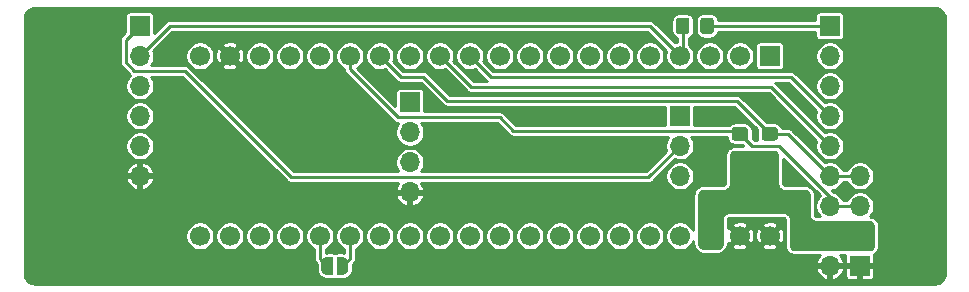
<source format=gbr>
%TF.GenerationSoftware,KiCad,Pcbnew,(5.1.9)-1*%
%TF.CreationDate,2021-04-08T22:41:19+01:00*%
%TF.ProjectId,FF OSD Adapter,4646204f-5344-4204-9164-61707465722e,rev?*%
%TF.SameCoordinates,Original*%
%TF.FileFunction,Copper,L2,Bot*%
%TF.FilePolarity,Positive*%
%FSLAX46Y46*%
G04 Gerber Fmt 4.6, Leading zero omitted, Abs format (unit mm)*
G04 Created by KiCad (PCBNEW (5.1.9)-1) date 2021-04-08 22:41:19*
%MOMM*%
%LPD*%
G01*
G04 APERTURE LIST*
%TA.AperFunction,ComponentPad*%
%ADD10O,1.700000X1.700000*%
%TD*%
%TA.AperFunction,ComponentPad*%
%ADD11R,1.700000X1.700000*%
%TD*%
%TA.AperFunction,SMDPad,CuDef*%
%ADD12C,0.100000*%
%TD*%
%TA.AperFunction,ComponentPad*%
%ADD13C,1.700000*%
%TD*%
%TA.AperFunction,ViaPad*%
%ADD14C,0.800000*%
%TD*%
%TA.AperFunction,Conductor*%
%ADD15C,0.250000*%
%TD*%
%TA.AperFunction,Conductor*%
%ADD16C,0.254000*%
%TD*%
%TA.AperFunction,Conductor*%
%ADD17C,0.100000*%
%TD*%
G04 APERTURE END LIST*
D10*
%TO.P,CN4,4*%
%TO.N,SCL*%
X177800000Y-104140000D03*
%TO.P,CN4,3*%
%TO.N,SDA*%
X177800000Y-106680000D03*
%TO.P,CN4,2*%
%TO.N,+3V3*%
X177800000Y-109220000D03*
D11*
%TO.P,CN4,1*%
%TO.N,GND*%
X177800000Y-111760000D03*
%TD*%
D10*
%TO.P,CN2,9*%
%TO.N,GND*%
X175260000Y-111760000D03*
%TO.P,CN2,8*%
%TO.N,+3V3*%
X175260000Y-109220000D03*
%TO.P,CN2,7*%
%TO.N,SDA*%
X175260000Y-106680000D03*
%TO.P,CN2,6*%
%TO.N,SCL*%
X175260000Y-104140000D03*
%TO.P,CN2,5*%
%TO.N,KB_CLOCK*%
X175260000Y-101600000D03*
%TO.P,CN2,4*%
%TO.N,KB_DATA*%
X175260000Y-99060000D03*
%TO.P,CN2,3*%
%TO.N,SYNC*%
X175260000Y-96520000D03*
%TO.P,CN2,2*%
%TO.N,DISPLAY_OUTPUT_BUFFERED*%
X175260000Y-93980000D03*
D11*
%TO.P,CN2,1*%
%TO.N,Net-(CN2-Pad1)*%
X175260000Y-91440000D03*
%TD*%
D10*
%TO.P,CN3,4*%
%TO.N,GND*%
X139700000Y-105537000D03*
%TO.P,CN3,3*%
%TO.N,+5V*%
X139700000Y-102997000D03*
%TO.P,CN3,2*%
%TO.N,TX*%
X139700000Y-100457000D03*
D11*
%TO.P,CN3,1*%
%TO.N,RX*%
X139700000Y-97917000D03*
%TD*%
%TA.AperFunction,SMDPad,CuDef*%
D12*
%TO.P,JP1,2*%
%TO.N,A1*%
G36*
X134000000Y-111010602D02*
G01*
X134024534Y-111010602D01*
X134073365Y-111015412D01*
X134121490Y-111024984D01*
X134168445Y-111039228D01*
X134213778Y-111058005D01*
X134257051Y-111081136D01*
X134297850Y-111108396D01*
X134335779Y-111139524D01*
X134370476Y-111174221D01*
X134401604Y-111212150D01*
X134428864Y-111252949D01*
X134451995Y-111296222D01*
X134470772Y-111341555D01*
X134485016Y-111388510D01*
X134494588Y-111436635D01*
X134499398Y-111485466D01*
X134499398Y-111510000D01*
X134500000Y-111510000D01*
X134500000Y-112010000D01*
X134499398Y-112010000D01*
X134499398Y-112034534D01*
X134494588Y-112083365D01*
X134485016Y-112131490D01*
X134470772Y-112178445D01*
X134451995Y-112223778D01*
X134428864Y-112267051D01*
X134401604Y-112307850D01*
X134370476Y-112345779D01*
X134335779Y-112380476D01*
X134297850Y-112411604D01*
X134257051Y-112438864D01*
X134213778Y-112461995D01*
X134168445Y-112480772D01*
X134121490Y-112495016D01*
X134073365Y-112504588D01*
X134024534Y-112509398D01*
X134000000Y-112509398D01*
X134000000Y-112510000D01*
X133500000Y-112510000D01*
X133500000Y-111010000D01*
X134000000Y-111010000D01*
X134000000Y-111010602D01*
G37*
%TD.AperFunction*%
%TA.AperFunction,SMDPad,CuDef*%
%TO.P,JP1,1*%
%TO.N,A0*%
G36*
X133200000Y-112510000D02*
G01*
X132700000Y-112510000D01*
X132700000Y-112509398D01*
X132675466Y-112509398D01*
X132626635Y-112504588D01*
X132578510Y-112495016D01*
X132531555Y-112480772D01*
X132486222Y-112461995D01*
X132442949Y-112438864D01*
X132402150Y-112411604D01*
X132364221Y-112380476D01*
X132329524Y-112345779D01*
X132298396Y-112307850D01*
X132271136Y-112267051D01*
X132248005Y-112223778D01*
X132229228Y-112178445D01*
X132214984Y-112131490D01*
X132205412Y-112083365D01*
X132200602Y-112034534D01*
X132200602Y-112010000D01*
X132200000Y-112010000D01*
X132200000Y-111510000D01*
X132200602Y-111510000D01*
X132200602Y-111485466D01*
X132205412Y-111436635D01*
X132214984Y-111388510D01*
X132229228Y-111341555D01*
X132248005Y-111296222D01*
X132271136Y-111252949D01*
X132298396Y-111212150D01*
X132329524Y-111174221D01*
X132364221Y-111139524D01*
X132402150Y-111108396D01*
X132442949Y-111081136D01*
X132486222Y-111058005D01*
X132531555Y-111039228D01*
X132578510Y-111024984D01*
X132626635Y-111015412D01*
X132675466Y-111010602D01*
X132700000Y-111010602D01*
X132700000Y-111010000D01*
X133200000Y-111010000D01*
X133200000Y-112510000D01*
G37*
%TD.AperFunction*%
%TD*%
D10*
%TO.P,JP2,3*%
%TO.N,C_H_SYNC*%
X162560000Y-104140000D03*
%TO.P,JP2,2*%
%TO.N,SYNC*%
X162560000Y-101600000D03*
D11*
%TO.P,JP2,1*%
%TO.N,V_SYNC*%
X162560000Y-99060000D03*
%TD*%
%TO.P,R3,2*%
%TO.N,Net-(CN2-Pad1)*%
%TA.AperFunction,SMDPad,CuDef*%
G36*
G01*
X164280000Y-91890001D02*
X164280000Y-90989999D01*
G75*
G02*
X164529999Y-90740000I249999J0D01*
G01*
X165180001Y-90740000D01*
G75*
G02*
X165430000Y-90989999I0J-249999D01*
G01*
X165430000Y-91890001D01*
G75*
G02*
X165180001Y-92140000I-249999J0D01*
G01*
X164529999Y-92140000D01*
G75*
G02*
X164280000Y-91890001I0J249999D01*
G01*
G37*
%TD.AperFunction*%
%TO.P,R3,1*%
%TO.N,DISPLAY_OUTPUT*%
%TA.AperFunction,SMDPad,CuDef*%
G36*
G01*
X162230000Y-91890001D02*
X162230000Y-90989999D01*
G75*
G02*
X162479999Y-90740000I249999J0D01*
G01*
X163130001Y-90740000D01*
G75*
G02*
X163380000Y-90989999I0J-249999D01*
G01*
X163380000Y-91890001D01*
G75*
G02*
X163130001Y-92140000I-249999J0D01*
G01*
X162479999Y-92140000D01*
G75*
G02*
X162230000Y-91890001I0J249999D01*
G01*
G37*
%TD.AperFunction*%
%TD*%
D13*
%TO.P,U1,40*%
%TO.N,GND*%
X170180000Y-109220000D03*
D11*
%TO.P,U1,1*%
%TO.N,Net-(U1-Pad1)*%
X170180000Y-93980000D03*
D13*
%TO.P,U1,39*%
%TO.N,GND*%
X167640000Y-109220000D03*
%TO.P,U1,2*%
%TO.N,Net-(U1-Pad2)*%
X167640000Y-93980000D03*
%TO.P,U1,38*%
%TO.N,+3V3*%
X165100000Y-109220000D03*
%TO.P,U1,3*%
%TO.N,V_SYNC*%
X165100000Y-93980000D03*
%TO.P,U1,37*%
%TO.N,Net-(U1-Pad37)*%
X162560000Y-109220000D03*
%TO.P,U1,4*%
%TO.N,DISPLAY_OUTPUT*%
X162560000Y-93980000D03*
%TO.P,U1,36*%
%TO.N,Net-(U1-Pad36)*%
X160020000Y-109220000D03*
%TO.P,U1,5*%
%TO.N,C_H_SYNC*%
X160020000Y-93980000D03*
%TO.P,U1,35*%
%TO.N,Net-(U1-Pad35)*%
X157480000Y-109220000D03*
%TO.P,U1,6*%
%TO.N,TX*%
X157480000Y-93980000D03*
%TO.P,U1,34*%
%TO.N,Net-(U1-Pad34)*%
X154940000Y-109220000D03*
%TO.P,U1,7*%
%TO.N,RX*%
X154940000Y-93980000D03*
%TO.P,U1,33*%
%TO.N,Net-(U1-Pad33)*%
X152400000Y-109220000D03*
%TO.P,U1,8*%
%TO.N,Net-(U1-Pad8)*%
X152400000Y-93980000D03*
%TO.P,U1,32*%
%TO.N,Net-(U1-Pad32)*%
X149860000Y-109220000D03*
%TO.P,U1,9*%
%TO.N,Net-(U1-Pad9)*%
X149860000Y-93980000D03*
%TO.P,U1,31*%
%TO.N,Net-(U1-Pad31)*%
X147320000Y-109220000D03*
%TO.P,U1,10*%
%TO.N,DISPLAY_ENABLE*%
X147320000Y-93980000D03*
%TO.P,U1,30*%
%TO.N,Net-(U1-Pad30)*%
X144780000Y-109220000D03*
%TO.P,U1,11*%
%TO.N,KB_DATA*%
X144780000Y-93980000D03*
%TO.P,U1,29*%
%TO.N,Net-(U1-Pad29)*%
X142240000Y-109220000D03*
%TO.P,U1,12*%
%TO.N,KB_CLOCK*%
X142240000Y-93980000D03*
%TO.P,U1,28*%
%TO.N,Net-(U1-Pad28)*%
X139700000Y-109220000D03*
%TO.P,U1,13*%
%TO.N,Net-(U1-Pad13)*%
X139700000Y-93980000D03*
%TO.P,U1,27*%
%TO.N,Net-(U1-Pad27)*%
X137160000Y-109220000D03*
%TO.P,U1,14*%
%TO.N,SCL*%
X137160000Y-93980000D03*
%TO.P,U1,26*%
%TO.N,A1*%
X134620000Y-109220000D03*
%TO.P,U1,15*%
%TO.N,SDA*%
X134620000Y-93980000D03*
%TO.P,U1,25*%
%TO.N,A0*%
X132080000Y-109220000D03*
%TO.P,U1,16*%
%TO.N,Net-(U1-Pad16)*%
X132080000Y-93980000D03*
%TO.P,U1,24*%
%TO.N,Net-(U1-Pad24)*%
X129540000Y-109220000D03*
%TO.P,U1,17*%
%TO.N,Net-(U1-Pad17)*%
X129540000Y-93980000D03*
%TO.P,U1,23*%
%TO.N,Net-(U1-Pad23)*%
X127000000Y-109220000D03*
%TO.P,U1,18*%
%TO.N,+5V*%
X127000000Y-93980000D03*
%TO.P,U1,22*%
%TO.N,Net-(U1-Pad22)*%
X124460000Y-109220000D03*
%TO.P,U1,19*%
%TO.N,GND*%
X124460000Y-93980000D03*
%TO.P,U1,21*%
%TO.N,Net-(U1-Pad21)*%
X121920000Y-109220000D03*
%TO.P,U1,20*%
%TO.N,Net-(U1-Pad20)*%
X121920000Y-93980000D03*
%TD*%
%TO.P,R2,2*%
%TO.N,+3V3*%
%TA.AperFunction,SMDPad,CuDef*%
G36*
G01*
X167189999Y-102050000D02*
X168090001Y-102050000D01*
G75*
G02*
X168340000Y-102299999I0J-249999D01*
G01*
X168340000Y-102950001D01*
G75*
G02*
X168090001Y-103200000I-249999J0D01*
G01*
X167189999Y-103200000D01*
G75*
G02*
X166940000Y-102950001I0J249999D01*
G01*
X166940000Y-102299999D01*
G75*
G02*
X167189999Y-102050000I249999J0D01*
G01*
G37*
%TD.AperFunction*%
%TO.P,R2,1*%
%TO.N,SDA*%
%TA.AperFunction,SMDPad,CuDef*%
G36*
G01*
X167189999Y-100000000D02*
X168090001Y-100000000D01*
G75*
G02*
X168340000Y-100249999I0J-249999D01*
G01*
X168340000Y-100900001D01*
G75*
G02*
X168090001Y-101150000I-249999J0D01*
G01*
X167189999Y-101150000D01*
G75*
G02*
X166940000Y-100900001I0J249999D01*
G01*
X166940000Y-100249999D01*
G75*
G02*
X167189999Y-100000000I249999J0D01*
G01*
G37*
%TD.AperFunction*%
%TD*%
%TO.P,R1,2*%
%TO.N,+3V3*%
%TA.AperFunction,SMDPad,CuDef*%
G36*
G01*
X169729999Y-102050000D02*
X170630001Y-102050000D01*
G75*
G02*
X170880000Y-102299999I0J-249999D01*
G01*
X170880000Y-102950001D01*
G75*
G02*
X170630001Y-103200000I-249999J0D01*
G01*
X169729999Y-103200000D01*
G75*
G02*
X169480000Y-102950001I0J249999D01*
G01*
X169480000Y-102299999D01*
G75*
G02*
X169729999Y-102050000I249999J0D01*
G01*
G37*
%TD.AperFunction*%
%TO.P,R1,1*%
%TO.N,SCL*%
%TA.AperFunction,SMDPad,CuDef*%
G36*
G01*
X169729999Y-100000000D02*
X170630001Y-100000000D01*
G75*
G02*
X170880000Y-100249999I0J-249999D01*
G01*
X170880000Y-100900001D01*
G75*
G02*
X170630001Y-101150000I-249999J0D01*
G01*
X169729999Y-101150000D01*
G75*
G02*
X169480000Y-100900001I0J249999D01*
G01*
X169480000Y-100249999D01*
G75*
G02*
X169729999Y-100000000I249999J0D01*
G01*
G37*
%TD.AperFunction*%
%TD*%
D10*
%TO.P,CN1,6*%
%TO.N,GND*%
X116840000Y-104140000D03*
%TO.P,CN1,5*%
%TO.N,+5V*%
X116840000Y-101600000D03*
%TO.P,CN1,4*%
%TO.N,DISPLAY_OUTPUT_BUFFERED*%
X116840000Y-99060000D03*
%TO.P,CN1,3*%
%TO.N,DISPLAY_ENABLE*%
X116840000Y-96520000D03*
%TO.P,CN1,2*%
%TO.N,DISPLAY_OUTPUT*%
X116840000Y-93980000D03*
D11*
%TO.P,CN1,1*%
%TO.N,SYNC*%
X116840000Y-91440000D03*
%TD*%
D14*
%TO.N,GND*%
X172085000Y-104140000D03*
X164465000Y-99060000D03*
%TD*%
D15*
%TO.N,SCL*%
X171695000Y-100575000D02*
X175260000Y-104140000D01*
X170180000Y-100575000D02*
X171695000Y-100575000D01*
X167395000Y-97790000D02*
X170180000Y-100575000D01*
X142875000Y-97790000D02*
X167395000Y-97790000D01*
X140843000Y-95758000D02*
X142875000Y-97790000D01*
X138938000Y-95758000D02*
X140843000Y-95758000D01*
X137160000Y-93980000D02*
X138938000Y-95758000D01*
X175260000Y-104140000D02*
X177800000Y-104140000D01*
%TO.N,SDA*%
X175260000Y-105918000D02*
X175260000Y-106680000D01*
X170942000Y-101600000D02*
X175260000Y-105918000D01*
X168665000Y-101600000D02*
X170942000Y-101600000D01*
X167640000Y-100575000D02*
X168665000Y-101600000D01*
X167395000Y-100330000D02*
X167640000Y-100575000D01*
X148463000Y-100330000D02*
X167395000Y-100330000D01*
X138684998Y-99187000D02*
X147320000Y-99187000D01*
X147320000Y-99187000D02*
X148463000Y-100330000D01*
X134620000Y-95122002D02*
X138684998Y-99187000D01*
X134620000Y-93980000D02*
X134620000Y-95122002D01*
X175260000Y-106680000D02*
X177800000Y-106680000D01*
%TO.N,KB_DATA*%
X171958000Y-95758000D02*
X146558000Y-95758000D01*
X146558000Y-95758000D02*
X144780000Y-93980000D01*
X175260000Y-99060000D02*
X171958000Y-95758000D01*
%TO.N,KB_CLOCK*%
X144907000Y-96647000D02*
X142240000Y-93980000D01*
X170307000Y-96647000D02*
X144907000Y-96647000D01*
X175260000Y-101600000D02*
X170307000Y-96647000D01*
%TO.N,A1*%
X134620000Y-111140000D02*
X134000000Y-111760000D01*
X134620000Y-109220000D02*
X134620000Y-111140000D01*
%TO.N,A0*%
X132080000Y-111140000D02*
X132700000Y-111760000D01*
X132080000Y-109220000D02*
X132080000Y-111140000D01*
%TO.N,DISPLAY_OUTPUT*%
X162805000Y-93735000D02*
X162560000Y-93980000D01*
X162805000Y-91440000D02*
X162805000Y-93735000D01*
X117689999Y-93130001D02*
X116840000Y-93980000D01*
X119380000Y-91440000D02*
X117689999Y-93130001D01*
X160020000Y-91440000D02*
X119380000Y-91440000D01*
X162560000Y-93980000D02*
X160020000Y-91440000D01*
%TO.N,SYNC*%
X159893000Y-104267000D02*
X162560000Y-101600000D01*
X120650000Y-95250000D02*
X129667000Y-104267000D01*
X116370998Y-95250000D02*
X120650000Y-95250000D01*
X115664999Y-94544001D02*
X116370998Y-95250000D01*
X115664999Y-92615001D02*
X115664999Y-94544001D01*
X129667000Y-104267000D02*
X159893000Y-104267000D01*
X116840000Y-91440000D02*
X115664999Y-92615001D01*
%TO.N,Net-(CN2-Pad1)*%
X164855000Y-91440000D02*
X175260000Y-91440000D01*
%TD*%
D16*
%TO.N,GND*%
X184317441Y-89959364D02*
X184478501Y-90007992D01*
X184627054Y-90086979D01*
X184757430Y-90193310D01*
X184864674Y-90322946D01*
X184944695Y-90470942D01*
X184994446Y-90631661D01*
X185014000Y-90817707D01*
X185014001Y-112375136D01*
X184995636Y-112562441D01*
X184947008Y-112723503D01*
X184868023Y-112872051D01*
X184761689Y-113002430D01*
X184632054Y-113109674D01*
X184484058Y-113189695D01*
X184323339Y-113239446D01*
X184137293Y-113259000D01*
X107969854Y-113259000D01*
X107782559Y-113240636D01*
X107621497Y-113192008D01*
X107472949Y-113113023D01*
X107342570Y-113006689D01*
X107235326Y-112877054D01*
X107155305Y-112729058D01*
X107105554Y-112568339D01*
X107086000Y-112382293D01*
X107086000Y-109098757D01*
X120689000Y-109098757D01*
X120689000Y-109341243D01*
X120736307Y-109579069D01*
X120829102Y-109803097D01*
X120963820Y-110004717D01*
X121135283Y-110176180D01*
X121336903Y-110310898D01*
X121560931Y-110403693D01*
X121798757Y-110451000D01*
X122041243Y-110451000D01*
X122279069Y-110403693D01*
X122503097Y-110310898D01*
X122704717Y-110176180D01*
X122876180Y-110004717D01*
X123010898Y-109803097D01*
X123103693Y-109579069D01*
X123151000Y-109341243D01*
X123151000Y-109098757D01*
X123229000Y-109098757D01*
X123229000Y-109341243D01*
X123276307Y-109579069D01*
X123369102Y-109803097D01*
X123503820Y-110004717D01*
X123675283Y-110176180D01*
X123876903Y-110310898D01*
X124100931Y-110403693D01*
X124338757Y-110451000D01*
X124581243Y-110451000D01*
X124819069Y-110403693D01*
X125043097Y-110310898D01*
X125244717Y-110176180D01*
X125416180Y-110004717D01*
X125550898Y-109803097D01*
X125643693Y-109579069D01*
X125691000Y-109341243D01*
X125691000Y-109098757D01*
X125769000Y-109098757D01*
X125769000Y-109341243D01*
X125816307Y-109579069D01*
X125909102Y-109803097D01*
X126043820Y-110004717D01*
X126215283Y-110176180D01*
X126416903Y-110310898D01*
X126640931Y-110403693D01*
X126878757Y-110451000D01*
X127121243Y-110451000D01*
X127359069Y-110403693D01*
X127583097Y-110310898D01*
X127784717Y-110176180D01*
X127956180Y-110004717D01*
X128090898Y-109803097D01*
X128183693Y-109579069D01*
X128231000Y-109341243D01*
X128231000Y-109098757D01*
X128309000Y-109098757D01*
X128309000Y-109341243D01*
X128356307Y-109579069D01*
X128449102Y-109803097D01*
X128583820Y-110004717D01*
X128755283Y-110176180D01*
X128956903Y-110310898D01*
X129180931Y-110403693D01*
X129418757Y-110451000D01*
X129661243Y-110451000D01*
X129899069Y-110403693D01*
X130123097Y-110310898D01*
X130324717Y-110176180D01*
X130496180Y-110004717D01*
X130630898Y-109803097D01*
X130723693Y-109579069D01*
X130771000Y-109341243D01*
X130771000Y-109098757D01*
X130849000Y-109098757D01*
X130849000Y-109341243D01*
X130896307Y-109579069D01*
X130989102Y-109803097D01*
X131123820Y-110004717D01*
X131295283Y-110176180D01*
X131496903Y-110310898D01*
X131574001Y-110342833D01*
X131574001Y-111115144D01*
X131571553Y-111140000D01*
X131581322Y-111239192D01*
X131610255Y-111334574D01*
X131610256Y-111334575D01*
X131657242Y-111422479D01*
X131720474Y-111499527D01*
X131739780Y-111515371D01*
X131817157Y-111592748D01*
X131817157Y-112010000D01*
X131819565Y-112034450D01*
X131819565Y-112059009D01*
X131826921Y-112133698D01*
X131846043Y-112229831D01*
X131867828Y-112301648D01*
X131905337Y-112392204D01*
X131940717Y-112458394D01*
X131995173Y-112539893D01*
X132042784Y-112597908D01*
X132112092Y-112667216D01*
X132170107Y-112714827D01*
X132251606Y-112769283D01*
X132317796Y-112804663D01*
X132408352Y-112842172D01*
X132480169Y-112863957D01*
X132576302Y-112883079D01*
X132650991Y-112890435D01*
X132675550Y-112890435D01*
X132700000Y-112892843D01*
X133200000Y-112892843D01*
X133274689Y-112885487D01*
X133346508Y-112863701D01*
X133350000Y-112861834D01*
X133353492Y-112863701D01*
X133425311Y-112885487D01*
X133500000Y-112892843D01*
X134000000Y-112892843D01*
X134024450Y-112890435D01*
X134049009Y-112890435D01*
X134123698Y-112883079D01*
X134219831Y-112863957D01*
X134291648Y-112842172D01*
X134382204Y-112804663D01*
X134448394Y-112769283D01*
X134529893Y-112714827D01*
X134587908Y-112667216D01*
X134657216Y-112597908D01*
X134704827Y-112539893D01*
X134759283Y-112458394D01*
X134794663Y-112392204D01*
X134832172Y-112301648D01*
X134853957Y-112229831D01*
X134873079Y-112133698D01*
X134878665Y-112076980D01*
X174070511Y-112076980D01*
X174094866Y-112157288D01*
X174194761Y-112376961D01*
X174335592Y-112572924D01*
X174511948Y-112737647D01*
X174717051Y-112864799D01*
X174943019Y-112949495D01*
X175133000Y-112889187D01*
X175133000Y-111887000D01*
X175387000Y-111887000D01*
X175387000Y-112889187D01*
X175576981Y-112949495D01*
X175802949Y-112864799D01*
X176008052Y-112737647D01*
X176144713Y-112610000D01*
X176567157Y-112610000D01*
X176574513Y-112684689D01*
X176596299Y-112756508D01*
X176631678Y-112822696D01*
X176679289Y-112880711D01*
X176737304Y-112928322D01*
X176803492Y-112963701D01*
X176875311Y-112985487D01*
X176950000Y-112992843D01*
X177577750Y-112991000D01*
X177673000Y-112895750D01*
X177673000Y-111887000D01*
X177927000Y-111887000D01*
X177927000Y-112895750D01*
X178022250Y-112991000D01*
X178650000Y-112992843D01*
X178724689Y-112985487D01*
X178796508Y-112963701D01*
X178862696Y-112928322D01*
X178920711Y-112880711D01*
X178968322Y-112822696D01*
X179003701Y-112756508D01*
X179025487Y-112684689D01*
X179032843Y-112610000D01*
X179031000Y-111982250D01*
X178935750Y-111887000D01*
X177927000Y-111887000D01*
X177673000Y-111887000D01*
X176664250Y-111887000D01*
X176569000Y-111982250D01*
X176567157Y-112610000D01*
X176144713Y-112610000D01*
X176184408Y-112572924D01*
X176325239Y-112376961D01*
X176425134Y-112157288D01*
X176449489Y-112076980D01*
X176388627Y-111887000D01*
X175387000Y-111887000D01*
X175133000Y-111887000D01*
X174131373Y-111887000D01*
X174070511Y-112076980D01*
X134878665Y-112076980D01*
X134880435Y-112059009D01*
X134880435Y-112034450D01*
X134882843Y-112010000D01*
X134882843Y-111592749D01*
X134960220Y-111515372D01*
X134979527Y-111499527D01*
X135042759Y-111422479D01*
X135089745Y-111334575D01*
X135118678Y-111239193D01*
X135126000Y-111164854D01*
X135126000Y-111164847D01*
X135128447Y-111140001D01*
X135126000Y-111115155D01*
X135126000Y-110342832D01*
X135203097Y-110310898D01*
X135404717Y-110176180D01*
X135576180Y-110004717D01*
X135710898Y-109803097D01*
X135803693Y-109579069D01*
X135851000Y-109341243D01*
X135851000Y-109098757D01*
X135929000Y-109098757D01*
X135929000Y-109341243D01*
X135976307Y-109579069D01*
X136069102Y-109803097D01*
X136203820Y-110004717D01*
X136375283Y-110176180D01*
X136576903Y-110310898D01*
X136800931Y-110403693D01*
X137038757Y-110451000D01*
X137281243Y-110451000D01*
X137519069Y-110403693D01*
X137743097Y-110310898D01*
X137944717Y-110176180D01*
X138116180Y-110004717D01*
X138250898Y-109803097D01*
X138343693Y-109579069D01*
X138391000Y-109341243D01*
X138391000Y-109098757D01*
X138469000Y-109098757D01*
X138469000Y-109341243D01*
X138516307Y-109579069D01*
X138609102Y-109803097D01*
X138743820Y-110004717D01*
X138915283Y-110176180D01*
X139116903Y-110310898D01*
X139340931Y-110403693D01*
X139578757Y-110451000D01*
X139821243Y-110451000D01*
X140059069Y-110403693D01*
X140283097Y-110310898D01*
X140484717Y-110176180D01*
X140656180Y-110004717D01*
X140790898Y-109803097D01*
X140883693Y-109579069D01*
X140931000Y-109341243D01*
X140931000Y-109098757D01*
X141009000Y-109098757D01*
X141009000Y-109341243D01*
X141056307Y-109579069D01*
X141149102Y-109803097D01*
X141283820Y-110004717D01*
X141455283Y-110176180D01*
X141656903Y-110310898D01*
X141880931Y-110403693D01*
X142118757Y-110451000D01*
X142361243Y-110451000D01*
X142599069Y-110403693D01*
X142823097Y-110310898D01*
X143024717Y-110176180D01*
X143196180Y-110004717D01*
X143330898Y-109803097D01*
X143423693Y-109579069D01*
X143471000Y-109341243D01*
X143471000Y-109098757D01*
X143549000Y-109098757D01*
X143549000Y-109341243D01*
X143596307Y-109579069D01*
X143689102Y-109803097D01*
X143823820Y-110004717D01*
X143995283Y-110176180D01*
X144196903Y-110310898D01*
X144420931Y-110403693D01*
X144658757Y-110451000D01*
X144901243Y-110451000D01*
X145139069Y-110403693D01*
X145363097Y-110310898D01*
X145564717Y-110176180D01*
X145736180Y-110004717D01*
X145870898Y-109803097D01*
X145963693Y-109579069D01*
X146011000Y-109341243D01*
X146011000Y-109098757D01*
X146089000Y-109098757D01*
X146089000Y-109341243D01*
X146136307Y-109579069D01*
X146229102Y-109803097D01*
X146363820Y-110004717D01*
X146535283Y-110176180D01*
X146736903Y-110310898D01*
X146960931Y-110403693D01*
X147198757Y-110451000D01*
X147441243Y-110451000D01*
X147679069Y-110403693D01*
X147903097Y-110310898D01*
X148104717Y-110176180D01*
X148276180Y-110004717D01*
X148410898Y-109803097D01*
X148503693Y-109579069D01*
X148551000Y-109341243D01*
X148551000Y-109098757D01*
X148629000Y-109098757D01*
X148629000Y-109341243D01*
X148676307Y-109579069D01*
X148769102Y-109803097D01*
X148903820Y-110004717D01*
X149075283Y-110176180D01*
X149276903Y-110310898D01*
X149500931Y-110403693D01*
X149738757Y-110451000D01*
X149981243Y-110451000D01*
X150219069Y-110403693D01*
X150443097Y-110310898D01*
X150644717Y-110176180D01*
X150816180Y-110004717D01*
X150950898Y-109803097D01*
X151043693Y-109579069D01*
X151091000Y-109341243D01*
X151091000Y-109098757D01*
X151169000Y-109098757D01*
X151169000Y-109341243D01*
X151216307Y-109579069D01*
X151309102Y-109803097D01*
X151443820Y-110004717D01*
X151615283Y-110176180D01*
X151816903Y-110310898D01*
X152040931Y-110403693D01*
X152278757Y-110451000D01*
X152521243Y-110451000D01*
X152759069Y-110403693D01*
X152983097Y-110310898D01*
X153184717Y-110176180D01*
X153356180Y-110004717D01*
X153490898Y-109803097D01*
X153583693Y-109579069D01*
X153631000Y-109341243D01*
X153631000Y-109098757D01*
X153709000Y-109098757D01*
X153709000Y-109341243D01*
X153756307Y-109579069D01*
X153849102Y-109803097D01*
X153983820Y-110004717D01*
X154155283Y-110176180D01*
X154356903Y-110310898D01*
X154580931Y-110403693D01*
X154818757Y-110451000D01*
X155061243Y-110451000D01*
X155299069Y-110403693D01*
X155523097Y-110310898D01*
X155724717Y-110176180D01*
X155896180Y-110004717D01*
X156030898Y-109803097D01*
X156123693Y-109579069D01*
X156171000Y-109341243D01*
X156171000Y-109098757D01*
X156249000Y-109098757D01*
X156249000Y-109341243D01*
X156296307Y-109579069D01*
X156389102Y-109803097D01*
X156523820Y-110004717D01*
X156695283Y-110176180D01*
X156896903Y-110310898D01*
X157120931Y-110403693D01*
X157358757Y-110451000D01*
X157601243Y-110451000D01*
X157839069Y-110403693D01*
X158063097Y-110310898D01*
X158264717Y-110176180D01*
X158436180Y-110004717D01*
X158570898Y-109803097D01*
X158663693Y-109579069D01*
X158711000Y-109341243D01*
X158711000Y-109098757D01*
X158789000Y-109098757D01*
X158789000Y-109341243D01*
X158836307Y-109579069D01*
X158929102Y-109803097D01*
X159063820Y-110004717D01*
X159235283Y-110176180D01*
X159436903Y-110310898D01*
X159660931Y-110403693D01*
X159898757Y-110451000D01*
X160141243Y-110451000D01*
X160379069Y-110403693D01*
X160603097Y-110310898D01*
X160804717Y-110176180D01*
X160976180Y-110004717D01*
X161110898Y-109803097D01*
X161203693Y-109579069D01*
X161251000Y-109341243D01*
X161251000Y-109098757D01*
X161203693Y-108860931D01*
X161110898Y-108636903D01*
X160976180Y-108435283D01*
X160804717Y-108263820D01*
X160603097Y-108129102D01*
X160379069Y-108036307D01*
X160141243Y-107989000D01*
X159898757Y-107989000D01*
X159660931Y-108036307D01*
X159436903Y-108129102D01*
X159235283Y-108263820D01*
X159063820Y-108435283D01*
X158929102Y-108636903D01*
X158836307Y-108860931D01*
X158789000Y-109098757D01*
X158711000Y-109098757D01*
X158663693Y-108860931D01*
X158570898Y-108636903D01*
X158436180Y-108435283D01*
X158264717Y-108263820D01*
X158063097Y-108129102D01*
X157839069Y-108036307D01*
X157601243Y-107989000D01*
X157358757Y-107989000D01*
X157120931Y-108036307D01*
X156896903Y-108129102D01*
X156695283Y-108263820D01*
X156523820Y-108435283D01*
X156389102Y-108636903D01*
X156296307Y-108860931D01*
X156249000Y-109098757D01*
X156171000Y-109098757D01*
X156123693Y-108860931D01*
X156030898Y-108636903D01*
X155896180Y-108435283D01*
X155724717Y-108263820D01*
X155523097Y-108129102D01*
X155299069Y-108036307D01*
X155061243Y-107989000D01*
X154818757Y-107989000D01*
X154580931Y-108036307D01*
X154356903Y-108129102D01*
X154155283Y-108263820D01*
X153983820Y-108435283D01*
X153849102Y-108636903D01*
X153756307Y-108860931D01*
X153709000Y-109098757D01*
X153631000Y-109098757D01*
X153583693Y-108860931D01*
X153490898Y-108636903D01*
X153356180Y-108435283D01*
X153184717Y-108263820D01*
X152983097Y-108129102D01*
X152759069Y-108036307D01*
X152521243Y-107989000D01*
X152278757Y-107989000D01*
X152040931Y-108036307D01*
X151816903Y-108129102D01*
X151615283Y-108263820D01*
X151443820Y-108435283D01*
X151309102Y-108636903D01*
X151216307Y-108860931D01*
X151169000Y-109098757D01*
X151091000Y-109098757D01*
X151043693Y-108860931D01*
X150950898Y-108636903D01*
X150816180Y-108435283D01*
X150644717Y-108263820D01*
X150443097Y-108129102D01*
X150219069Y-108036307D01*
X149981243Y-107989000D01*
X149738757Y-107989000D01*
X149500931Y-108036307D01*
X149276903Y-108129102D01*
X149075283Y-108263820D01*
X148903820Y-108435283D01*
X148769102Y-108636903D01*
X148676307Y-108860931D01*
X148629000Y-109098757D01*
X148551000Y-109098757D01*
X148503693Y-108860931D01*
X148410898Y-108636903D01*
X148276180Y-108435283D01*
X148104717Y-108263820D01*
X147903097Y-108129102D01*
X147679069Y-108036307D01*
X147441243Y-107989000D01*
X147198757Y-107989000D01*
X146960931Y-108036307D01*
X146736903Y-108129102D01*
X146535283Y-108263820D01*
X146363820Y-108435283D01*
X146229102Y-108636903D01*
X146136307Y-108860931D01*
X146089000Y-109098757D01*
X146011000Y-109098757D01*
X145963693Y-108860931D01*
X145870898Y-108636903D01*
X145736180Y-108435283D01*
X145564717Y-108263820D01*
X145363097Y-108129102D01*
X145139069Y-108036307D01*
X144901243Y-107989000D01*
X144658757Y-107989000D01*
X144420931Y-108036307D01*
X144196903Y-108129102D01*
X143995283Y-108263820D01*
X143823820Y-108435283D01*
X143689102Y-108636903D01*
X143596307Y-108860931D01*
X143549000Y-109098757D01*
X143471000Y-109098757D01*
X143423693Y-108860931D01*
X143330898Y-108636903D01*
X143196180Y-108435283D01*
X143024717Y-108263820D01*
X142823097Y-108129102D01*
X142599069Y-108036307D01*
X142361243Y-107989000D01*
X142118757Y-107989000D01*
X141880931Y-108036307D01*
X141656903Y-108129102D01*
X141455283Y-108263820D01*
X141283820Y-108435283D01*
X141149102Y-108636903D01*
X141056307Y-108860931D01*
X141009000Y-109098757D01*
X140931000Y-109098757D01*
X140883693Y-108860931D01*
X140790898Y-108636903D01*
X140656180Y-108435283D01*
X140484717Y-108263820D01*
X140283097Y-108129102D01*
X140059069Y-108036307D01*
X139821243Y-107989000D01*
X139578757Y-107989000D01*
X139340931Y-108036307D01*
X139116903Y-108129102D01*
X138915283Y-108263820D01*
X138743820Y-108435283D01*
X138609102Y-108636903D01*
X138516307Y-108860931D01*
X138469000Y-109098757D01*
X138391000Y-109098757D01*
X138343693Y-108860931D01*
X138250898Y-108636903D01*
X138116180Y-108435283D01*
X137944717Y-108263820D01*
X137743097Y-108129102D01*
X137519069Y-108036307D01*
X137281243Y-107989000D01*
X137038757Y-107989000D01*
X136800931Y-108036307D01*
X136576903Y-108129102D01*
X136375283Y-108263820D01*
X136203820Y-108435283D01*
X136069102Y-108636903D01*
X135976307Y-108860931D01*
X135929000Y-109098757D01*
X135851000Y-109098757D01*
X135803693Y-108860931D01*
X135710898Y-108636903D01*
X135576180Y-108435283D01*
X135404717Y-108263820D01*
X135203097Y-108129102D01*
X134979069Y-108036307D01*
X134741243Y-107989000D01*
X134498757Y-107989000D01*
X134260931Y-108036307D01*
X134036903Y-108129102D01*
X133835283Y-108263820D01*
X133663820Y-108435283D01*
X133529102Y-108636903D01*
X133436307Y-108860931D01*
X133389000Y-109098757D01*
X133389000Y-109341243D01*
X133436307Y-109579069D01*
X133529102Y-109803097D01*
X133663820Y-110004717D01*
X133835283Y-110176180D01*
X134036903Y-110310898D01*
X134114001Y-110342833D01*
X134114001Y-110635966D01*
X134049009Y-110629565D01*
X134024450Y-110629565D01*
X134000000Y-110627157D01*
X133500000Y-110627157D01*
X133425311Y-110634513D01*
X133353492Y-110656299D01*
X133350000Y-110658166D01*
X133346508Y-110656299D01*
X133274689Y-110634513D01*
X133200000Y-110627157D01*
X132700000Y-110627157D01*
X132675550Y-110629565D01*
X132650991Y-110629565D01*
X132586000Y-110635966D01*
X132586000Y-110342832D01*
X132663097Y-110310898D01*
X132864717Y-110176180D01*
X133036180Y-110004717D01*
X133170898Y-109803097D01*
X133263693Y-109579069D01*
X133311000Y-109341243D01*
X133311000Y-109098757D01*
X133263693Y-108860931D01*
X133170898Y-108636903D01*
X133036180Y-108435283D01*
X132864717Y-108263820D01*
X132663097Y-108129102D01*
X132439069Y-108036307D01*
X132201243Y-107989000D01*
X131958757Y-107989000D01*
X131720931Y-108036307D01*
X131496903Y-108129102D01*
X131295283Y-108263820D01*
X131123820Y-108435283D01*
X130989102Y-108636903D01*
X130896307Y-108860931D01*
X130849000Y-109098757D01*
X130771000Y-109098757D01*
X130723693Y-108860931D01*
X130630898Y-108636903D01*
X130496180Y-108435283D01*
X130324717Y-108263820D01*
X130123097Y-108129102D01*
X129899069Y-108036307D01*
X129661243Y-107989000D01*
X129418757Y-107989000D01*
X129180931Y-108036307D01*
X128956903Y-108129102D01*
X128755283Y-108263820D01*
X128583820Y-108435283D01*
X128449102Y-108636903D01*
X128356307Y-108860931D01*
X128309000Y-109098757D01*
X128231000Y-109098757D01*
X128183693Y-108860931D01*
X128090898Y-108636903D01*
X127956180Y-108435283D01*
X127784717Y-108263820D01*
X127583097Y-108129102D01*
X127359069Y-108036307D01*
X127121243Y-107989000D01*
X126878757Y-107989000D01*
X126640931Y-108036307D01*
X126416903Y-108129102D01*
X126215283Y-108263820D01*
X126043820Y-108435283D01*
X125909102Y-108636903D01*
X125816307Y-108860931D01*
X125769000Y-109098757D01*
X125691000Y-109098757D01*
X125643693Y-108860931D01*
X125550898Y-108636903D01*
X125416180Y-108435283D01*
X125244717Y-108263820D01*
X125043097Y-108129102D01*
X124819069Y-108036307D01*
X124581243Y-107989000D01*
X124338757Y-107989000D01*
X124100931Y-108036307D01*
X123876903Y-108129102D01*
X123675283Y-108263820D01*
X123503820Y-108435283D01*
X123369102Y-108636903D01*
X123276307Y-108860931D01*
X123229000Y-109098757D01*
X123151000Y-109098757D01*
X123103693Y-108860931D01*
X123010898Y-108636903D01*
X122876180Y-108435283D01*
X122704717Y-108263820D01*
X122503097Y-108129102D01*
X122279069Y-108036307D01*
X122041243Y-107989000D01*
X121798757Y-107989000D01*
X121560931Y-108036307D01*
X121336903Y-108129102D01*
X121135283Y-108263820D01*
X120963820Y-108435283D01*
X120829102Y-108636903D01*
X120736307Y-108860931D01*
X120689000Y-109098757D01*
X107086000Y-109098757D01*
X107086000Y-105853980D01*
X138510511Y-105853980D01*
X138534866Y-105934288D01*
X138634761Y-106153961D01*
X138775592Y-106349924D01*
X138951948Y-106514647D01*
X139157051Y-106641799D01*
X139383019Y-106726495D01*
X139573000Y-106666187D01*
X139573000Y-105664000D01*
X139827000Y-105664000D01*
X139827000Y-106666187D01*
X140016981Y-106726495D01*
X140242949Y-106641799D01*
X140448052Y-106514647D01*
X140624408Y-106349924D01*
X140765239Y-106153961D01*
X140865134Y-105934288D01*
X140889489Y-105853980D01*
X140828627Y-105664000D01*
X139827000Y-105664000D01*
X139573000Y-105664000D01*
X138571373Y-105664000D01*
X138510511Y-105853980D01*
X107086000Y-105853980D01*
X107086000Y-104456980D01*
X115650511Y-104456980D01*
X115674866Y-104537288D01*
X115774761Y-104756961D01*
X115915592Y-104952924D01*
X116091948Y-105117647D01*
X116297051Y-105244799D01*
X116523019Y-105329495D01*
X116713000Y-105269187D01*
X116713000Y-104267000D01*
X116967000Y-104267000D01*
X116967000Y-105269187D01*
X117156981Y-105329495D01*
X117382949Y-105244799D01*
X117588052Y-105117647D01*
X117764408Y-104952924D01*
X117905239Y-104756961D01*
X118005134Y-104537288D01*
X118029489Y-104456980D01*
X117968627Y-104267000D01*
X116967000Y-104267000D01*
X116713000Y-104267000D01*
X115711373Y-104267000D01*
X115650511Y-104456980D01*
X107086000Y-104456980D01*
X107086000Y-103823020D01*
X115650511Y-103823020D01*
X115711373Y-104013000D01*
X116713000Y-104013000D01*
X116713000Y-103010813D01*
X116967000Y-103010813D01*
X116967000Y-104013000D01*
X117968627Y-104013000D01*
X118029489Y-103823020D01*
X118005134Y-103742712D01*
X117905239Y-103523039D01*
X117764408Y-103327076D01*
X117588052Y-103162353D01*
X117382949Y-103035201D01*
X117156981Y-102950505D01*
X116967000Y-103010813D01*
X116713000Y-103010813D01*
X116523019Y-102950505D01*
X116297051Y-103035201D01*
X116091948Y-103162353D01*
X115915592Y-103327076D01*
X115774761Y-103523039D01*
X115674866Y-103742712D01*
X115650511Y-103823020D01*
X107086000Y-103823020D01*
X107086000Y-101478757D01*
X115609000Y-101478757D01*
X115609000Y-101721243D01*
X115656307Y-101959069D01*
X115749102Y-102183097D01*
X115883820Y-102384717D01*
X116055283Y-102556180D01*
X116256903Y-102690898D01*
X116480931Y-102783693D01*
X116718757Y-102831000D01*
X116961243Y-102831000D01*
X117199069Y-102783693D01*
X117423097Y-102690898D01*
X117624717Y-102556180D01*
X117796180Y-102384717D01*
X117930898Y-102183097D01*
X118023693Y-101959069D01*
X118071000Y-101721243D01*
X118071000Y-101478757D01*
X118023693Y-101240931D01*
X117930898Y-101016903D01*
X117796180Y-100815283D01*
X117624717Y-100643820D01*
X117423097Y-100509102D01*
X117199069Y-100416307D01*
X116961243Y-100369000D01*
X116718757Y-100369000D01*
X116480931Y-100416307D01*
X116256903Y-100509102D01*
X116055283Y-100643820D01*
X115883820Y-100815283D01*
X115749102Y-101016903D01*
X115656307Y-101240931D01*
X115609000Y-101478757D01*
X107086000Y-101478757D01*
X107086000Y-98938757D01*
X115609000Y-98938757D01*
X115609000Y-99181243D01*
X115656307Y-99419069D01*
X115749102Y-99643097D01*
X115883820Y-99844717D01*
X116055283Y-100016180D01*
X116256903Y-100150898D01*
X116480931Y-100243693D01*
X116718757Y-100291000D01*
X116961243Y-100291000D01*
X117199069Y-100243693D01*
X117423097Y-100150898D01*
X117624717Y-100016180D01*
X117796180Y-99844717D01*
X117930898Y-99643097D01*
X118023693Y-99419069D01*
X118071000Y-99181243D01*
X118071000Y-98938757D01*
X118023693Y-98700931D01*
X117930898Y-98476903D01*
X117796180Y-98275283D01*
X117624717Y-98103820D01*
X117423097Y-97969102D01*
X117199069Y-97876307D01*
X116961243Y-97829000D01*
X116718757Y-97829000D01*
X116480931Y-97876307D01*
X116256903Y-97969102D01*
X116055283Y-98103820D01*
X115883820Y-98275283D01*
X115749102Y-98476903D01*
X115656307Y-98700931D01*
X115609000Y-98938757D01*
X107086000Y-98938757D01*
X107086000Y-92615001D01*
X115156552Y-92615001D01*
X115158999Y-92639847D01*
X115159000Y-94519145D01*
X115156552Y-94544001D01*
X115166321Y-94643193D01*
X115195254Y-94738575D01*
X115195255Y-94738576D01*
X115242241Y-94826480D01*
X115305473Y-94903528D01*
X115324779Y-94919372D01*
X115995626Y-95590220D01*
X116010617Y-95608486D01*
X115883820Y-95735283D01*
X115749102Y-95936903D01*
X115656307Y-96160931D01*
X115609000Y-96398757D01*
X115609000Y-96641243D01*
X115656307Y-96879069D01*
X115749102Y-97103097D01*
X115883820Y-97304717D01*
X116055283Y-97476180D01*
X116256903Y-97610898D01*
X116480931Y-97703693D01*
X116718757Y-97751000D01*
X116961243Y-97751000D01*
X117199069Y-97703693D01*
X117423097Y-97610898D01*
X117624717Y-97476180D01*
X117796180Y-97304717D01*
X117930898Y-97103097D01*
X118023693Y-96879069D01*
X118071000Y-96641243D01*
X118071000Y-96398757D01*
X118023693Y-96160931D01*
X117930898Y-95936903D01*
X117810023Y-95756000D01*
X120440409Y-95756000D01*
X129291628Y-104607220D01*
X129307473Y-104626527D01*
X129384521Y-104689759D01*
X129472425Y-104736745D01*
X129567807Y-104765678D01*
X129667000Y-104775448D01*
X129691854Y-104773000D01*
X138740432Y-104773000D01*
X138634761Y-104920039D01*
X138534866Y-105139712D01*
X138510511Y-105220020D01*
X138571373Y-105410000D01*
X139573000Y-105410000D01*
X139573000Y-105390000D01*
X139827000Y-105390000D01*
X139827000Y-105410000D01*
X140828627Y-105410000D01*
X140889489Y-105220020D01*
X140865134Y-105139712D01*
X140765239Y-104920039D01*
X140659568Y-104773000D01*
X159868154Y-104773000D01*
X159893000Y-104775447D01*
X159917846Y-104773000D01*
X159917854Y-104773000D01*
X159992193Y-104765678D01*
X160087575Y-104736745D01*
X160175479Y-104689759D01*
X160252527Y-104626527D01*
X160268376Y-104607215D01*
X160856834Y-104018757D01*
X161329000Y-104018757D01*
X161329000Y-104261243D01*
X161376307Y-104499069D01*
X161469102Y-104723097D01*
X161603820Y-104924717D01*
X161775283Y-105096180D01*
X161976903Y-105230898D01*
X162200931Y-105323693D01*
X162438757Y-105371000D01*
X162681243Y-105371000D01*
X162919069Y-105323693D01*
X163143097Y-105230898D01*
X163344717Y-105096180D01*
X163516180Y-104924717D01*
X163650898Y-104723097D01*
X163743693Y-104499069D01*
X163791000Y-104261243D01*
X163791000Y-104018757D01*
X163743693Y-103780931D01*
X163650898Y-103556903D01*
X163516180Y-103355283D01*
X163344717Y-103183820D01*
X163143097Y-103049102D01*
X162919069Y-102956307D01*
X162681243Y-102909000D01*
X162438757Y-102909000D01*
X162200931Y-102956307D01*
X161976903Y-103049102D01*
X161775283Y-103183820D01*
X161603820Y-103355283D01*
X161469102Y-103556903D01*
X161376307Y-103780931D01*
X161329000Y-104018757D01*
X160856834Y-104018757D01*
X162123833Y-102751758D01*
X162200931Y-102783693D01*
X162438757Y-102831000D01*
X162681243Y-102831000D01*
X162919069Y-102783693D01*
X163143097Y-102690898D01*
X163344717Y-102556180D01*
X163516180Y-102384717D01*
X163650898Y-102183097D01*
X163743693Y-101959069D01*
X163791000Y-101721243D01*
X163791000Y-101478757D01*
X163743693Y-101240931D01*
X163650898Y-101016903D01*
X163530023Y-100836000D01*
X166557157Y-100836000D01*
X166557157Y-100900001D01*
X166569317Y-101023462D01*
X166605329Y-101142179D01*
X166663810Y-101251589D01*
X166742512Y-101347488D01*
X166838411Y-101426190D01*
X166947821Y-101484671D01*
X167066538Y-101520683D01*
X167189999Y-101532843D01*
X167882251Y-101532843D01*
X167949408Y-101600000D01*
X167251000Y-101600000D01*
X167201270Y-101603259D01*
X167071860Y-101620296D01*
X166975788Y-101646039D01*
X166855198Y-101695989D01*
X166769060Y-101745721D01*
X166665507Y-101825181D01*
X166595181Y-101895507D01*
X166515721Y-101999060D01*
X166465989Y-102085198D01*
X166416039Y-102205788D01*
X166390296Y-102301860D01*
X166373259Y-102431270D01*
X166370000Y-102481000D01*
X166370000Y-104758025D01*
X166362769Y-104812952D01*
X166351211Y-104840855D01*
X166332821Y-104864821D01*
X166308855Y-104883211D01*
X166280952Y-104894769D01*
X166226025Y-104902000D01*
X164584000Y-104902000D01*
X164534270Y-104905259D01*
X164404860Y-104922296D01*
X164308788Y-104948039D01*
X164188198Y-104997989D01*
X164102060Y-105047721D01*
X163998507Y-105127181D01*
X163928181Y-105197507D01*
X163848721Y-105301060D01*
X163798989Y-105387198D01*
X163749039Y-105507788D01*
X163723296Y-105603860D01*
X163706259Y-105733270D01*
X163703000Y-105783000D01*
X163703000Y-108762689D01*
X163650898Y-108636903D01*
X163516180Y-108435283D01*
X163344717Y-108263820D01*
X163143097Y-108129102D01*
X162919069Y-108036307D01*
X162681243Y-107989000D01*
X162438757Y-107989000D01*
X162200931Y-108036307D01*
X161976903Y-108129102D01*
X161775283Y-108263820D01*
X161603820Y-108435283D01*
X161469102Y-108636903D01*
X161376307Y-108860931D01*
X161329000Y-109098757D01*
X161329000Y-109341243D01*
X161376307Y-109579069D01*
X161469102Y-109803097D01*
X161603820Y-110004717D01*
X161775283Y-110176180D01*
X161976903Y-110310898D01*
X162200931Y-110403693D01*
X162438757Y-110451000D01*
X162681243Y-110451000D01*
X162919069Y-110403693D01*
X163143097Y-110310898D01*
X163344717Y-110176180D01*
X163516180Y-110004717D01*
X163650898Y-109803097D01*
X163703000Y-109677311D01*
X163703000Y-109863000D01*
X163706259Y-109912730D01*
X163723296Y-110042140D01*
X163749039Y-110138212D01*
X163798989Y-110258802D01*
X163848721Y-110344940D01*
X163928181Y-110448493D01*
X163998507Y-110518819D01*
X164102060Y-110598279D01*
X164188198Y-110648011D01*
X164308788Y-110697961D01*
X164404860Y-110723704D01*
X164534270Y-110740741D01*
X164584000Y-110744000D01*
X165743000Y-110744000D01*
X165792730Y-110740741D01*
X165922140Y-110723704D01*
X166018212Y-110697961D01*
X166138802Y-110648011D01*
X166224940Y-110598279D01*
X166328493Y-110518819D01*
X166398819Y-110448493D01*
X166478279Y-110344940D01*
X166528011Y-110258802D01*
X166577961Y-110138212D01*
X166584957Y-110112100D01*
X166927505Y-110112100D01*
X167019523Y-110290078D01*
X167240207Y-110390566D01*
X167476255Y-110446069D01*
X167718596Y-110454456D01*
X167957917Y-110415402D01*
X168185020Y-110330411D01*
X168260477Y-110290078D01*
X168352495Y-110112100D01*
X169467505Y-110112100D01*
X169559523Y-110290078D01*
X169780207Y-110390566D01*
X170016255Y-110446069D01*
X170258596Y-110454456D01*
X170497917Y-110415402D01*
X170725020Y-110330411D01*
X170800477Y-110290078D01*
X170892495Y-110112100D01*
X170180000Y-109399605D01*
X169467505Y-110112100D01*
X168352495Y-110112100D01*
X167640000Y-109399605D01*
X166927505Y-110112100D01*
X166584957Y-110112100D01*
X166603704Y-110042140D01*
X166620741Y-109912730D01*
X166623655Y-109868258D01*
X166747900Y-109932495D01*
X167460395Y-109220000D01*
X167819605Y-109220000D01*
X168532100Y-109932495D01*
X168710078Y-109840477D01*
X168810566Y-109619793D01*
X168866069Y-109383745D01*
X168869015Y-109298596D01*
X168945544Y-109298596D01*
X168984598Y-109537917D01*
X169069589Y-109765020D01*
X169109922Y-109840477D01*
X169287900Y-109932495D01*
X170000395Y-109220000D01*
X170359605Y-109220000D01*
X171072100Y-109932495D01*
X171250078Y-109840477D01*
X171350566Y-109619793D01*
X171406069Y-109383745D01*
X171414456Y-109141404D01*
X171375402Y-108902083D01*
X171290411Y-108674980D01*
X171250078Y-108599523D01*
X171072100Y-108507505D01*
X170359605Y-109220000D01*
X170000395Y-109220000D01*
X169287900Y-108507505D01*
X169109922Y-108599523D01*
X169009434Y-108820207D01*
X168953931Y-109056255D01*
X168945544Y-109298596D01*
X168869015Y-109298596D01*
X168874456Y-109141404D01*
X168835402Y-108902083D01*
X168750411Y-108674980D01*
X168710078Y-108599523D01*
X168532100Y-108507505D01*
X167819605Y-109220000D01*
X167460395Y-109220000D01*
X166747900Y-108507505D01*
X166624000Y-108571564D01*
X166624000Y-108327900D01*
X166927505Y-108327900D01*
X167640000Y-109040395D01*
X168352495Y-108327900D01*
X169467505Y-108327900D01*
X170180000Y-109040395D01*
X170892495Y-108327900D01*
X170800477Y-108149922D01*
X170579793Y-108049434D01*
X170343745Y-107993931D01*
X170101404Y-107985544D01*
X169862083Y-108024598D01*
X169634980Y-108109589D01*
X169559523Y-108149922D01*
X169467505Y-108327900D01*
X168352495Y-108327900D01*
X168260477Y-108149922D01*
X168039793Y-108049434D01*
X167803745Y-107993931D01*
X167561404Y-107985544D01*
X167322083Y-108024598D01*
X167094980Y-108109589D01*
X167019523Y-108149922D01*
X166927505Y-108327900D01*
X166624000Y-108327900D01*
X166624000Y-107839975D01*
X166631231Y-107785048D01*
X166642789Y-107757145D01*
X166661179Y-107733179D01*
X166685145Y-107714789D01*
X166713048Y-107703231D01*
X166767975Y-107696000D01*
X171306025Y-107696000D01*
X171360952Y-107703231D01*
X171388855Y-107714789D01*
X171412821Y-107733179D01*
X171431211Y-107757145D01*
X171442769Y-107785048D01*
X171450000Y-107839975D01*
X171450000Y-109990000D01*
X171453259Y-110039730D01*
X171470296Y-110169140D01*
X171496039Y-110265212D01*
X171545989Y-110385802D01*
X171595721Y-110471940D01*
X171675181Y-110575493D01*
X171745507Y-110645819D01*
X171849060Y-110725279D01*
X171935198Y-110775011D01*
X172055788Y-110824961D01*
X172151860Y-110850704D01*
X172281270Y-110867741D01*
X172331000Y-110871000D01*
X174417041Y-110871000D01*
X174335592Y-110947076D01*
X174194761Y-111143039D01*
X174094866Y-111362712D01*
X174070511Y-111443020D01*
X174131373Y-111633000D01*
X175133000Y-111633000D01*
X175133000Y-111613000D01*
X175387000Y-111613000D01*
X175387000Y-111633000D01*
X176388627Y-111633000D01*
X176449489Y-111443020D01*
X176425134Y-111362712D01*
X176325239Y-111143039D01*
X176184408Y-110947076D01*
X176102959Y-110871000D01*
X176570998Y-110871000D01*
X176567157Y-110910000D01*
X176569000Y-111537750D01*
X176664250Y-111633000D01*
X177673000Y-111633000D01*
X177673000Y-111613000D01*
X177927000Y-111613000D01*
X177927000Y-111633000D01*
X178935750Y-111633000D01*
X179031000Y-111537750D01*
X179032843Y-110910000D01*
X179025487Y-110835311D01*
X179003701Y-110763492D01*
X178999468Y-110755574D01*
X179051940Y-110725279D01*
X179155493Y-110645819D01*
X179225819Y-110575493D01*
X179305279Y-110471940D01*
X179355011Y-110385802D01*
X179404961Y-110265212D01*
X179430704Y-110169140D01*
X179447741Y-110039730D01*
X179451000Y-109990000D01*
X179451000Y-108450000D01*
X179447741Y-108400270D01*
X179430704Y-108270860D01*
X179404961Y-108174788D01*
X179355011Y-108054198D01*
X179305279Y-107968060D01*
X179225819Y-107864507D01*
X179155493Y-107794181D01*
X179051940Y-107714721D01*
X178965802Y-107664989D01*
X178845212Y-107615039D01*
X178749140Y-107589296D01*
X178645275Y-107575622D01*
X178756180Y-107464717D01*
X178890898Y-107263097D01*
X178983693Y-107039069D01*
X179031000Y-106801243D01*
X179031000Y-106558757D01*
X178983693Y-106320931D01*
X178890898Y-106096903D01*
X178756180Y-105895283D01*
X178584717Y-105723820D01*
X178383097Y-105589102D01*
X178159069Y-105496307D01*
X177921243Y-105449000D01*
X177678757Y-105449000D01*
X177440931Y-105496307D01*
X177216903Y-105589102D01*
X177015283Y-105723820D01*
X176843820Y-105895283D01*
X176709102Y-106096903D01*
X176677168Y-106174000D01*
X176382832Y-106174000D01*
X176350898Y-106096903D01*
X176216180Y-105895283D01*
X176044717Y-105723820D01*
X175843097Y-105589102D01*
X175619069Y-105496307D01*
X175537717Y-105480125D01*
X175420736Y-105363144D01*
X175619069Y-105323693D01*
X175843097Y-105230898D01*
X176044717Y-105096180D01*
X176216180Y-104924717D01*
X176350898Y-104723097D01*
X176382832Y-104646000D01*
X176677168Y-104646000D01*
X176709102Y-104723097D01*
X176843820Y-104924717D01*
X177015283Y-105096180D01*
X177216903Y-105230898D01*
X177440931Y-105323693D01*
X177678757Y-105371000D01*
X177921243Y-105371000D01*
X178159069Y-105323693D01*
X178383097Y-105230898D01*
X178584717Y-105096180D01*
X178756180Y-104924717D01*
X178890898Y-104723097D01*
X178983693Y-104499069D01*
X179031000Y-104261243D01*
X179031000Y-104018757D01*
X178983693Y-103780931D01*
X178890898Y-103556903D01*
X178756180Y-103355283D01*
X178584717Y-103183820D01*
X178383097Y-103049102D01*
X178159069Y-102956307D01*
X177921243Y-102909000D01*
X177678757Y-102909000D01*
X177440931Y-102956307D01*
X177216903Y-103049102D01*
X177015283Y-103183820D01*
X176843820Y-103355283D01*
X176709102Y-103556903D01*
X176677168Y-103634000D01*
X176382832Y-103634000D01*
X176350898Y-103556903D01*
X176216180Y-103355283D01*
X176044717Y-103183820D01*
X175843097Y-103049102D01*
X175619069Y-102956307D01*
X175381243Y-102909000D01*
X175138757Y-102909000D01*
X174900931Y-102956307D01*
X174823833Y-102988242D01*
X172070376Y-100234785D01*
X172054527Y-100215473D01*
X171977479Y-100152241D01*
X171889575Y-100105255D01*
X171794193Y-100076322D01*
X171719854Y-100069000D01*
X171719846Y-100069000D01*
X171695000Y-100066553D01*
X171670154Y-100069000D01*
X171233229Y-100069000D01*
X171214671Y-100007821D01*
X171156190Y-99898411D01*
X171077488Y-99802512D01*
X170981589Y-99723810D01*
X170872179Y-99665329D01*
X170753462Y-99629317D01*
X170630001Y-99617157D01*
X169937749Y-99617157D01*
X167770376Y-97449785D01*
X167754527Y-97430473D01*
X167677479Y-97367241D01*
X167589575Y-97320255D01*
X167494193Y-97291322D01*
X167419854Y-97284000D01*
X167419846Y-97284000D01*
X167395000Y-97281553D01*
X167370154Y-97284000D01*
X143084592Y-97284000D01*
X141218376Y-95417785D01*
X141202527Y-95398473D01*
X141125479Y-95335241D01*
X141037575Y-95288255D01*
X140942193Y-95259322D01*
X140867854Y-95252000D01*
X140867846Y-95252000D01*
X140843000Y-95249553D01*
X140818154Y-95252000D01*
X139147592Y-95252000D01*
X138311758Y-94416167D01*
X138343693Y-94339069D01*
X138391000Y-94101243D01*
X138391000Y-93858757D01*
X138469000Y-93858757D01*
X138469000Y-94101243D01*
X138516307Y-94339069D01*
X138609102Y-94563097D01*
X138743820Y-94764717D01*
X138915283Y-94936180D01*
X139116903Y-95070898D01*
X139340931Y-95163693D01*
X139578757Y-95211000D01*
X139821243Y-95211000D01*
X140059069Y-95163693D01*
X140283097Y-95070898D01*
X140484717Y-94936180D01*
X140656180Y-94764717D01*
X140790898Y-94563097D01*
X140883693Y-94339069D01*
X140931000Y-94101243D01*
X140931000Y-93858757D01*
X141009000Y-93858757D01*
X141009000Y-94101243D01*
X141056307Y-94339069D01*
X141149102Y-94563097D01*
X141283820Y-94764717D01*
X141455283Y-94936180D01*
X141656903Y-95070898D01*
X141880931Y-95163693D01*
X142118757Y-95211000D01*
X142361243Y-95211000D01*
X142599069Y-95163693D01*
X142676167Y-95131758D01*
X144531628Y-96987220D01*
X144547473Y-97006527D01*
X144624521Y-97069759D01*
X144686892Y-97103097D01*
X144712425Y-97116745D01*
X144807807Y-97145678D01*
X144907000Y-97155448D01*
X144931854Y-97153000D01*
X170097409Y-97153000D01*
X174108242Y-101163834D01*
X174076307Y-101240931D01*
X174029000Y-101478757D01*
X174029000Y-101721243D01*
X174076307Y-101959069D01*
X174169102Y-102183097D01*
X174303820Y-102384717D01*
X174475283Y-102556180D01*
X174676903Y-102690898D01*
X174900931Y-102783693D01*
X175138757Y-102831000D01*
X175381243Y-102831000D01*
X175619069Y-102783693D01*
X175843097Y-102690898D01*
X176044717Y-102556180D01*
X176216180Y-102384717D01*
X176350898Y-102183097D01*
X176443693Y-101959069D01*
X176491000Y-101721243D01*
X176491000Y-101478757D01*
X176443693Y-101240931D01*
X176350898Y-101016903D01*
X176216180Y-100815283D01*
X176044717Y-100643820D01*
X175843097Y-100509102D01*
X175619069Y-100416307D01*
X175381243Y-100369000D01*
X175138757Y-100369000D01*
X174900931Y-100416307D01*
X174823834Y-100448242D01*
X170682376Y-96306785D01*
X170666527Y-96287473D01*
X170637925Y-96264000D01*
X171748409Y-96264000D01*
X174108242Y-98623833D01*
X174076307Y-98700931D01*
X174029000Y-98938757D01*
X174029000Y-99181243D01*
X174076307Y-99419069D01*
X174169102Y-99643097D01*
X174303820Y-99844717D01*
X174475283Y-100016180D01*
X174676903Y-100150898D01*
X174900931Y-100243693D01*
X175138757Y-100291000D01*
X175381243Y-100291000D01*
X175619069Y-100243693D01*
X175843097Y-100150898D01*
X176044717Y-100016180D01*
X176216180Y-99844717D01*
X176350898Y-99643097D01*
X176443693Y-99419069D01*
X176491000Y-99181243D01*
X176491000Y-98938757D01*
X176443693Y-98700931D01*
X176350898Y-98476903D01*
X176216180Y-98275283D01*
X176044717Y-98103820D01*
X175843097Y-97969102D01*
X175619069Y-97876307D01*
X175381243Y-97829000D01*
X175138757Y-97829000D01*
X174900931Y-97876307D01*
X174823833Y-97908242D01*
X173314348Y-96398757D01*
X174029000Y-96398757D01*
X174029000Y-96641243D01*
X174076307Y-96879069D01*
X174169102Y-97103097D01*
X174303820Y-97304717D01*
X174475283Y-97476180D01*
X174676903Y-97610898D01*
X174900931Y-97703693D01*
X175138757Y-97751000D01*
X175381243Y-97751000D01*
X175619069Y-97703693D01*
X175843097Y-97610898D01*
X176044717Y-97476180D01*
X176216180Y-97304717D01*
X176350898Y-97103097D01*
X176443693Y-96879069D01*
X176491000Y-96641243D01*
X176491000Y-96398757D01*
X176443693Y-96160931D01*
X176350898Y-95936903D01*
X176216180Y-95735283D01*
X176044717Y-95563820D01*
X175843097Y-95429102D01*
X175619069Y-95336307D01*
X175381243Y-95289000D01*
X175138757Y-95289000D01*
X174900931Y-95336307D01*
X174676903Y-95429102D01*
X174475283Y-95563820D01*
X174303820Y-95735283D01*
X174169102Y-95936903D01*
X174076307Y-96160931D01*
X174029000Y-96398757D01*
X173314348Y-96398757D01*
X172333376Y-95417785D01*
X172317527Y-95398473D01*
X172240479Y-95335241D01*
X172152575Y-95288255D01*
X172057193Y-95259322D01*
X171982854Y-95252000D01*
X171982846Y-95252000D01*
X171958000Y-95249553D01*
X171933154Y-95252000D01*
X146767592Y-95252000D01*
X145931758Y-94416167D01*
X145963693Y-94339069D01*
X146011000Y-94101243D01*
X146011000Y-93858757D01*
X146089000Y-93858757D01*
X146089000Y-94101243D01*
X146136307Y-94339069D01*
X146229102Y-94563097D01*
X146363820Y-94764717D01*
X146535283Y-94936180D01*
X146736903Y-95070898D01*
X146960931Y-95163693D01*
X147198757Y-95211000D01*
X147441243Y-95211000D01*
X147679069Y-95163693D01*
X147903097Y-95070898D01*
X148104717Y-94936180D01*
X148276180Y-94764717D01*
X148410898Y-94563097D01*
X148503693Y-94339069D01*
X148551000Y-94101243D01*
X148551000Y-93858757D01*
X148629000Y-93858757D01*
X148629000Y-94101243D01*
X148676307Y-94339069D01*
X148769102Y-94563097D01*
X148903820Y-94764717D01*
X149075283Y-94936180D01*
X149276903Y-95070898D01*
X149500931Y-95163693D01*
X149738757Y-95211000D01*
X149981243Y-95211000D01*
X150219069Y-95163693D01*
X150443097Y-95070898D01*
X150644717Y-94936180D01*
X150816180Y-94764717D01*
X150950898Y-94563097D01*
X151043693Y-94339069D01*
X151091000Y-94101243D01*
X151091000Y-93858757D01*
X151169000Y-93858757D01*
X151169000Y-94101243D01*
X151216307Y-94339069D01*
X151309102Y-94563097D01*
X151443820Y-94764717D01*
X151615283Y-94936180D01*
X151816903Y-95070898D01*
X152040931Y-95163693D01*
X152278757Y-95211000D01*
X152521243Y-95211000D01*
X152759069Y-95163693D01*
X152983097Y-95070898D01*
X153184717Y-94936180D01*
X153356180Y-94764717D01*
X153490898Y-94563097D01*
X153583693Y-94339069D01*
X153631000Y-94101243D01*
X153631000Y-93858757D01*
X153709000Y-93858757D01*
X153709000Y-94101243D01*
X153756307Y-94339069D01*
X153849102Y-94563097D01*
X153983820Y-94764717D01*
X154155283Y-94936180D01*
X154356903Y-95070898D01*
X154580931Y-95163693D01*
X154818757Y-95211000D01*
X155061243Y-95211000D01*
X155299069Y-95163693D01*
X155523097Y-95070898D01*
X155724717Y-94936180D01*
X155896180Y-94764717D01*
X156030898Y-94563097D01*
X156123693Y-94339069D01*
X156171000Y-94101243D01*
X156171000Y-93858757D01*
X156249000Y-93858757D01*
X156249000Y-94101243D01*
X156296307Y-94339069D01*
X156389102Y-94563097D01*
X156523820Y-94764717D01*
X156695283Y-94936180D01*
X156896903Y-95070898D01*
X157120931Y-95163693D01*
X157358757Y-95211000D01*
X157601243Y-95211000D01*
X157839069Y-95163693D01*
X158063097Y-95070898D01*
X158264717Y-94936180D01*
X158436180Y-94764717D01*
X158570898Y-94563097D01*
X158663693Y-94339069D01*
X158711000Y-94101243D01*
X158711000Y-93858757D01*
X158789000Y-93858757D01*
X158789000Y-94101243D01*
X158836307Y-94339069D01*
X158929102Y-94563097D01*
X159063820Y-94764717D01*
X159235283Y-94936180D01*
X159436903Y-95070898D01*
X159660931Y-95163693D01*
X159898757Y-95211000D01*
X160141243Y-95211000D01*
X160379069Y-95163693D01*
X160603097Y-95070898D01*
X160804717Y-94936180D01*
X160976180Y-94764717D01*
X161110898Y-94563097D01*
X161203693Y-94339069D01*
X161251000Y-94101243D01*
X161251000Y-93858757D01*
X161203693Y-93620931D01*
X161110898Y-93396903D01*
X160976180Y-93195283D01*
X160804717Y-93023820D01*
X160603097Y-92889102D01*
X160379069Y-92796307D01*
X160141243Y-92749000D01*
X159898757Y-92749000D01*
X159660931Y-92796307D01*
X159436903Y-92889102D01*
X159235283Y-93023820D01*
X159063820Y-93195283D01*
X158929102Y-93396903D01*
X158836307Y-93620931D01*
X158789000Y-93858757D01*
X158711000Y-93858757D01*
X158663693Y-93620931D01*
X158570898Y-93396903D01*
X158436180Y-93195283D01*
X158264717Y-93023820D01*
X158063097Y-92889102D01*
X157839069Y-92796307D01*
X157601243Y-92749000D01*
X157358757Y-92749000D01*
X157120931Y-92796307D01*
X156896903Y-92889102D01*
X156695283Y-93023820D01*
X156523820Y-93195283D01*
X156389102Y-93396903D01*
X156296307Y-93620931D01*
X156249000Y-93858757D01*
X156171000Y-93858757D01*
X156123693Y-93620931D01*
X156030898Y-93396903D01*
X155896180Y-93195283D01*
X155724717Y-93023820D01*
X155523097Y-92889102D01*
X155299069Y-92796307D01*
X155061243Y-92749000D01*
X154818757Y-92749000D01*
X154580931Y-92796307D01*
X154356903Y-92889102D01*
X154155283Y-93023820D01*
X153983820Y-93195283D01*
X153849102Y-93396903D01*
X153756307Y-93620931D01*
X153709000Y-93858757D01*
X153631000Y-93858757D01*
X153583693Y-93620931D01*
X153490898Y-93396903D01*
X153356180Y-93195283D01*
X153184717Y-93023820D01*
X152983097Y-92889102D01*
X152759069Y-92796307D01*
X152521243Y-92749000D01*
X152278757Y-92749000D01*
X152040931Y-92796307D01*
X151816903Y-92889102D01*
X151615283Y-93023820D01*
X151443820Y-93195283D01*
X151309102Y-93396903D01*
X151216307Y-93620931D01*
X151169000Y-93858757D01*
X151091000Y-93858757D01*
X151043693Y-93620931D01*
X150950898Y-93396903D01*
X150816180Y-93195283D01*
X150644717Y-93023820D01*
X150443097Y-92889102D01*
X150219069Y-92796307D01*
X149981243Y-92749000D01*
X149738757Y-92749000D01*
X149500931Y-92796307D01*
X149276903Y-92889102D01*
X149075283Y-93023820D01*
X148903820Y-93195283D01*
X148769102Y-93396903D01*
X148676307Y-93620931D01*
X148629000Y-93858757D01*
X148551000Y-93858757D01*
X148503693Y-93620931D01*
X148410898Y-93396903D01*
X148276180Y-93195283D01*
X148104717Y-93023820D01*
X147903097Y-92889102D01*
X147679069Y-92796307D01*
X147441243Y-92749000D01*
X147198757Y-92749000D01*
X146960931Y-92796307D01*
X146736903Y-92889102D01*
X146535283Y-93023820D01*
X146363820Y-93195283D01*
X146229102Y-93396903D01*
X146136307Y-93620931D01*
X146089000Y-93858757D01*
X146011000Y-93858757D01*
X145963693Y-93620931D01*
X145870898Y-93396903D01*
X145736180Y-93195283D01*
X145564717Y-93023820D01*
X145363097Y-92889102D01*
X145139069Y-92796307D01*
X144901243Y-92749000D01*
X144658757Y-92749000D01*
X144420931Y-92796307D01*
X144196903Y-92889102D01*
X143995283Y-93023820D01*
X143823820Y-93195283D01*
X143689102Y-93396903D01*
X143596307Y-93620931D01*
X143549000Y-93858757D01*
X143549000Y-94101243D01*
X143596307Y-94339069D01*
X143689102Y-94563097D01*
X143823820Y-94764717D01*
X143995283Y-94936180D01*
X144196903Y-95070898D01*
X144420931Y-95163693D01*
X144658757Y-95211000D01*
X144901243Y-95211000D01*
X145139069Y-95163693D01*
X145216167Y-95131758D01*
X146182628Y-96098220D01*
X146198473Y-96117527D01*
X146227075Y-96141000D01*
X145116592Y-96141000D01*
X143391758Y-94416167D01*
X143423693Y-94339069D01*
X143471000Y-94101243D01*
X143471000Y-93858757D01*
X143423693Y-93620931D01*
X143330898Y-93396903D01*
X143196180Y-93195283D01*
X143024717Y-93023820D01*
X142823097Y-92889102D01*
X142599069Y-92796307D01*
X142361243Y-92749000D01*
X142118757Y-92749000D01*
X141880931Y-92796307D01*
X141656903Y-92889102D01*
X141455283Y-93023820D01*
X141283820Y-93195283D01*
X141149102Y-93396903D01*
X141056307Y-93620931D01*
X141009000Y-93858757D01*
X140931000Y-93858757D01*
X140883693Y-93620931D01*
X140790898Y-93396903D01*
X140656180Y-93195283D01*
X140484717Y-93023820D01*
X140283097Y-92889102D01*
X140059069Y-92796307D01*
X139821243Y-92749000D01*
X139578757Y-92749000D01*
X139340931Y-92796307D01*
X139116903Y-92889102D01*
X138915283Y-93023820D01*
X138743820Y-93195283D01*
X138609102Y-93396903D01*
X138516307Y-93620931D01*
X138469000Y-93858757D01*
X138391000Y-93858757D01*
X138343693Y-93620931D01*
X138250898Y-93396903D01*
X138116180Y-93195283D01*
X137944717Y-93023820D01*
X137743097Y-92889102D01*
X137519069Y-92796307D01*
X137281243Y-92749000D01*
X137038757Y-92749000D01*
X136800931Y-92796307D01*
X136576903Y-92889102D01*
X136375283Y-93023820D01*
X136203820Y-93195283D01*
X136069102Y-93396903D01*
X135976307Y-93620931D01*
X135929000Y-93858757D01*
X135929000Y-94101243D01*
X135976307Y-94339069D01*
X136069102Y-94563097D01*
X136203820Y-94764717D01*
X136375283Y-94936180D01*
X136576903Y-95070898D01*
X136800931Y-95163693D01*
X137038757Y-95211000D01*
X137281243Y-95211000D01*
X137519069Y-95163693D01*
X137596167Y-95131758D01*
X138562628Y-96098220D01*
X138578473Y-96117527D01*
X138655521Y-96180759D01*
X138743425Y-96227745D01*
X138838807Y-96256678D01*
X138938000Y-96266448D01*
X138962854Y-96264000D01*
X140633409Y-96264000D01*
X142499628Y-98130220D01*
X142515473Y-98149527D01*
X142592521Y-98212759D01*
X142680425Y-98259745D01*
X142775807Y-98288678D01*
X142850146Y-98296000D01*
X142850154Y-98296000D01*
X142875000Y-98298447D01*
X142899846Y-98296000D01*
X161327157Y-98296000D01*
X161327157Y-99824000D01*
X148672592Y-99824000D01*
X147695376Y-98846785D01*
X147679527Y-98827473D01*
X147602479Y-98764241D01*
X147514575Y-98717255D01*
X147419193Y-98688322D01*
X147344854Y-98681000D01*
X147344846Y-98681000D01*
X147320000Y-98678553D01*
X147295154Y-98681000D01*
X140932843Y-98681000D01*
X140932843Y-97067000D01*
X140925487Y-96992311D01*
X140903701Y-96920492D01*
X140868322Y-96854304D01*
X140820711Y-96796289D01*
X140762696Y-96748678D01*
X140696508Y-96713299D01*
X140624689Y-96691513D01*
X140550000Y-96684157D01*
X138850000Y-96684157D01*
X138775311Y-96691513D01*
X138703492Y-96713299D01*
X138637304Y-96748678D01*
X138579289Y-96796289D01*
X138531678Y-96854304D01*
X138496299Y-96920492D01*
X138474513Y-96992311D01*
X138467157Y-97067000D01*
X138467157Y-98253567D01*
X135251887Y-95038298D01*
X135404717Y-94936180D01*
X135576180Y-94764717D01*
X135710898Y-94563097D01*
X135803693Y-94339069D01*
X135851000Y-94101243D01*
X135851000Y-93858757D01*
X135803693Y-93620931D01*
X135710898Y-93396903D01*
X135576180Y-93195283D01*
X135404717Y-93023820D01*
X135203097Y-92889102D01*
X134979069Y-92796307D01*
X134741243Y-92749000D01*
X134498757Y-92749000D01*
X134260931Y-92796307D01*
X134036903Y-92889102D01*
X133835283Y-93023820D01*
X133663820Y-93195283D01*
X133529102Y-93396903D01*
X133436307Y-93620931D01*
X133389000Y-93858757D01*
X133389000Y-94101243D01*
X133436307Y-94339069D01*
X133529102Y-94563097D01*
X133663820Y-94764717D01*
X133835283Y-94936180D01*
X134036903Y-95070898D01*
X134113463Y-95102610D01*
X134111553Y-95122002D01*
X134121322Y-95221194D01*
X134150255Y-95316576D01*
X134160802Y-95336307D01*
X134197242Y-95404481D01*
X134260474Y-95481529D01*
X134279781Y-95497374D01*
X138309626Y-99527220D01*
X138325471Y-99546527D01*
X138402519Y-99609759D01*
X138490423Y-99656745D01*
X138563605Y-99678944D01*
X138585804Y-99685678D01*
X138595692Y-99686652D01*
X138660144Y-99693000D01*
X138660151Y-99693000D01*
X138684997Y-99695447D01*
X138709843Y-99693000D01*
X138729977Y-99693000D01*
X138609102Y-99873903D01*
X138516307Y-100097931D01*
X138469000Y-100335757D01*
X138469000Y-100578243D01*
X138516307Y-100816069D01*
X138609102Y-101040097D01*
X138743820Y-101241717D01*
X138915283Y-101413180D01*
X139116903Y-101547898D01*
X139340931Y-101640693D01*
X139578757Y-101688000D01*
X139821243Y-101688000D01*
X140059069Y-101640693D01*
X140283097Y-101547898D01*
X140484717Y-101413180D01*
X140656180Y-101241717D01*
X140790898Y-101040097D01*
X140883693Y-100816069D01*
X140931000Y-100578243D01*
X140931000Y-100335757D01*
X140883693Y-100097931D01*
X140790898Y-99873903D01*
X140670023Y-99693000D01*
X147110409Y-99693000D01*
X148087628Y-100670220D01*
X148103473Y-100689527D01*
X148180521Y-100752759D01*
X148268425Y-100799745D01*
X148363806Y-100828678D01*
X148373694Y-100829652D01*
X148438146Y-100836000D01*
X148438153Y-100836000D01*
X148462999Y-100838447D01*
X148487845Y-100836000D01*
X161589977Y-100836000D01*
X161469102Y-101016903D01*
X161376307Y-101240931D01*
X161329000Y-101478757D01*
X161329000Y-101721243D01*
X161376307Y-101959069D01*
X161408242Y-102036167D01*
X159683409Y-103761000D01*
X140670023Y-103761000D01*
X140790898Y-103580097D01*
X140883693Y-103356069D01*
X140931000Y-103118243D01*
X140931000Y-102875757D01*
X140883693Y-102637931D01*
X140790898Y-102413903D01*
X140656180Y-102212283D01*
X140484717Y-102040820D01*
X140283097Y-101906102D01*
X140059069Y-101813307D01*
X139821243Y-101766000D01*
X139578757Y-101766000D01*
X139340931Y-101813307D01*
X139116903Y-101906102D01*
X138915283Y-102040820D01*
X138743820Y-102212283D01*
X138609102Y-102413903D01*
X138516307Y-102637931D01*
X138469000Y-102875757D01*
X138469000Y-103118243D01*
X138516307Y-103356069D01*
X138609102Y-103580097D01*
X138729977Y-103761000D01*
X129876592Y-103761000D01*
X121025376Y-94909785D01*
X121009527Y-94890473D01*
X120932479Y-94827241D01*
X120844575Y-94780255D01*
X120749193Y-94751322D01*
X120674854Y-94744000D01*
X120674846Y-94744000D01*
X120650000Y-94741553D01*
X120625154Y-94744000D01*
X117810023Y-94744000D01*
X117930898Y-94563097D01*
X118023693Y-94339069D01*
X118071000Y-94101243D01*
X118071000Y-93858757D01*
X120689000Y-93858757D01*
X120689000Y-94101243D01*
X120736307Y-94339069D01*
X120829102Y-94563097D01*
X120963820Y-94764717D01*
X121135283Y-94936180D01*
X121336903Y-95070898D01*
X121560931Y-95163693D01*
X121798757Y-95211000D01*
X122041243Y-95211000D01*
X122279069Y-95163693D01*
X122503097Y-95070898D01*
X122704717Y-94936180D01*
X122768797Y-94872100D01*
X123747505Y-94872100D01*
X123839523Y-95050078D01*
X124060207Y-95150566D01*
X124296255Y-95206069D01*
X124538596Y-95214456D01*
X124777917Y-95175402D01*
X125005020Y-95090411D01*
X125080477Y-95050078D01*
X125172495Y-94872100D01*
X124460000Y-94159605D01*
X123747505Y-94872100D01*
X122768797Y-94872100D01*
X122876180Y-94764717D01*
X123010898Y-94563097D01*
X123103693Y-94339069D01*
X123151000Y-94101243D01*
X123151000Y-94058596D01*
X123225544Y-94058596D01*
X123264598Y-94297917D01*
X123349589Y-94525020D01*
X123389922Y-94600477D01*
X123567900Y-94692495D01*
X124280395Y-93980000D01*
X124639605Y-93980000D01*
X125352100Y-94692495D01*
X125530078Y-94600477D01*
X125630566Y-94379793D01*
X125686069Y-94143745D01*
X125694456Y-93901404D01*
X125687497Y-93858757D01*
X125769000Y-93858757D01*
X125769000Y-94101243D01*
X125816307Y-94339069D01*
X125909102Y-94563097D01*
X126043820Y-94764717D01*
X126215283Y-94936180D01*
X126416903Y-95070898D01*
X126640931Y-95163693D01*
X126878757Y-95211000D01*
X127121243Y-95211000D01*
X127359069Y-95163693D01*
X127583097Y-95070898D01*
X127784717Y-94936180D01*
X127956180Y-94764717D01*
X128090898Y-94563097D01*
X128183693Y-94339069D01*
X128231000Y-94101243D01*
X128231000Y-93858757D01*
X128309000Y-93858757D01*
X128309000Y-94101243D01*
X128356307Y-94339069D01*
X128449102Y-94563097D01*
X128583820Y-94764717D01*
X128755283Y-94936180D01*
X128956903Y-95070898D01*
X129180931Y-95163693D01*
X129418757Y-95211000D01*
X129661243Y-95211000D01*
X129899069Y-95163693D01*
X130123097Y-95070898D01*
X130324717Y-94936180D01*
X130496180Y-94764717D01*
X130630898Y-94563097D01*
X130723693Y-94339069D01*
X130771000Y-94101243D01*
X130771000Y-93858757D01*
X130849000Y-93858757D01*
X130849000Y-94101243D01*
X130896307Y-94339069D01*
X130989102Y-94563097D01*
X131123820Y-94764717D01*
X131295283Y-94936180D01*
X131496903Y-95070898D01*
X131720931Y-95163693D01*
X131958757Y-95211000D01*
X132201243Y-95211000D01*
X132439069Y-95163693D01*
X132663097Y-95070898D01*
X132864717Y-94936180D01*
X133036180Y-94764717D01*
X133170898Y-94563097D01*
X133263693Y-94339069D01*
X133311000Y-94101243D01*
X133311000Y-93858757D01*
X133263693Y-93620931D01*
X133170898Y-93396903D01*
X133036180Y-93195283D01*
X132864717Y-93023820D01*
X132663097Y-92889102D01*
X132439069Y-92796307D01*
X132201243Y-92749000D01*
X131958757Y-92749000D01*
X131720931Y-92796307D01*
X131496903Y-92889102D01*
X131295283Y-93023820D01*
X131123820Y-93195283D01*
X130989102Y-93396903D01*
X130896307Y-93620931D01*
X130849000Y-93858757D01*
X130771000Y-93858757D01*
X130723693Y-93620931D01*
X130630898Y-93396903D01*
X130496180Y-93195283D01*
X130324717Y-93023820D01*
X130123097Y-92889102D01*
X129899069Y-92796307D01*
X129661243Y-92749000D01*
X129418757Y-92749000D01*
X129180931Y-92796307D01*
X128956903Y-92889102D01*
X128755283Y-93023820D01*
X128583820Y-93195283D01*
X128449102Y-93396903D01*
X128356307Y-93620931D01*
X128309000Y-93858757D01*
X128231000Y-93858757D01*
X128183693Y-93620931D01*
X128090898Y-93396903D01*
X127956180Y-93195283D01*
X127784717Y-93023820D01*
X127583097Y-92889102D01*
X127359069Y-92796307D01*
X127121243Y-92749000D01*
X126878757Y-92749000D01*
X126640931Y-92796307D01*
X126416903Y-92889102D01*
X126215283Y-93023820D01*
X126043820Y-93195283D01*
X125909102Y-93396903D01*
X125816307Y-93620931D01*
X125769000Y-93858757D01*
X125687497Y-93858757D01*
X125655402Y-93662083D01*
X125570411Y-93434980D01*
X125530078Y-93359523D01*
X125352100Y-93267505D01*
X124639605Y-93980000D01*
X124280395Y-93980000D01*
X123567900Y-93267505D01*
X123389922Y-93359523D01*
X123289434Y-93580207D01*
X123233931Y-93816255D01*
X123225544Y-94058596D01*
X123151000Y-94058596D01*
X123151000Y-93858757D01*
X123103693Y-93620931D01*
X123010898Y-93396903D01*
X122876180Y-93195283D01*
X122768797Y-93087900D01*
X123747505Y-93087900D01*
X124460000Y-93800395D01*
X125172495Y-93087900D01*
X125080477Y-92909922D01*
X124859793Y-92809434D01*
X124623745Y-92753931D01*
X124381404Y-92745544D01*
X124142083Y-92784598D01*
X123914980Y-92869589D01*
X123839523Y-92909922D01*
X123747505Y-93087900D01*
X122768797Y-93087900D01*
X122704717Y-93023820D01*
X122503097Y-92889102D01*
X122279069Y-92796307D01*
X122041243Y-92749000D01*
X121798757Y-92749000D01*
X121560931Y-92796307D01*
X121336903Y-92889102D01*
X121135283Y-93023820D01*
X120963820Y-93195283D01*
X120829102Y-93396903D01*
X120736307Y-93620931D01*
X120689000Y-93858757D01*
X118071000Y-93858757D01*
X118023693Y-93620931D01*
X117991758Y-93543834D01*
X118065369Y-93470223D01*
X118065373Y-93470218D01*
X119589592Y-91946000D01*
X159810409Y-91946000D01*
X161408242Y-93543833D01*
X161376307Y-93620931D01*
X161329000Y-93858757D01*
X161329000Y-94101243D01*
X161376307Y-94339069D01*
X161469102Y-94563097D01*
X161603820Y-94764717D01*
X161775283Y-94936180D01*
X161976903Y-95070898D01*
X162200931Y-95163693D01*
X162438757Y-95211000D01*
X162681243Y-95211000D01*
X162919069Y-95163693D01*
X163143097Y-95070898D01*
X163344717Y-94936180D01*
X163516180Y-94764717D01*
X163650898Y-94563097D01*
X163743693Y-94339069D01*
X163791000Y-94101243D01*
X163791000Y-93858757D01*
X163869000Y-93858757D01*
X163869000Y-94101243D01*
X163916307Y-94339069D01*
X164009102Y-94563097D01*
X164143820Y-94764717D01*
X164315283Y-94936180D01*
X164516903Y-95070898D01*
X164740931Y-95163693D01*
X164978757Y-95211000D01*
X165221243Y-95211000D01*
X165459069Y-95163693D01*
X165683097Y-95070898D01*
X165884717Y-94936180D01*
X166056180Y-94764717D01*
X166190898Y-94563097D01*
X166283693Y-94339069D01*
X166331000Y-94101243D01*
X166331000Y-93858757D01*
X166409000Y-93858757D01*
X166409000Y-94101243D01*
X166456307Y-94339069D01*
X166549102Y-94563097D01*
X166683820Y-94764717D01*
X166855283Y-94936180D01*
X167056903Y-95070898D01*
X167280931Y-95163693D01*
X167518757Y-95211000D01*
X167761243Y-95211000D01*
X167999069Y-95163693D01*
X168223097Y-95070898D01*
X168424717Y-94936180D01*
X168596180Y-94764717D01*
X168730898Y-94563097D01*
X168823693Y-94339069D01*
X168871000Y-94101243D01*
X168871000Y-93858757D01*
X168823693Y-93620931D01*
X168730898Y-93396903D01*
X168596180Y-93195283D01*
X168530897Y-93130000D01*
X168947157Y-93130000D01*
X168947157Y-94830000D01*
X168954513Y-94904689D01*
X168976299Y-94976508D01*
X169011678Y-95042696D01*
X169059289Y-95100711D01*
X169117304Y-95148322D01*
X169183492Y-95183701D01*
X169255311Y-95205487D01*
X169330000Y-95212843D01*
X171030000Y-95212843D01*
X171104689Y-95205487D01*
X171176508Y-95183701D01*
X171242696Y-95148322D01*
X171300711Y-95100711D01*
X171348322Y-95042696D01*
X171383701Y-94976508D01*
X171405487Y-94904689D01*
X171412843Y-94830000D01*
X171412843Y-93858757D01*
X174029000Y-93858757D01*
X174029000Y-94101243D01*
X174076307Y-94339069D01*
X174169102Y-94563097D01*
X174303820Y-94764717D01*
X174475283Y-94936180D01*
X174676903Y-95070898D01*
X174900931Y-95163693D01*
X175138757Y-95211000D01*
X175381243Y-95211000D01*
X175619069Y-95163693D01*
X175843097Y-95070898D01*
X176044717Y-94936180D01*
X176216180Y-94764717D01*
X176350898Y-94563097D01*
X176443693Y-94339069D01*
X176491000Y-94101243D01*
X176491000Y-93858757D01*
X176443693Y-93620931D01*
X176350898Y-93396903D01*
X176216180Y-93195283D01*
X176044717Y-93023820D01*
X175843097Y-92889102D01*
X175619069Y-92796307D01*
X175381243Y-92749000D01*
X175138757Y-92749000D01*
X174900931Y-92796307D01*
X174676903Y-92889102D01*
X174475283Y-93023820D01*
X174303820Y-93195283D01*
X174169102Y-93396903D01*
X174076307Y-93620931D01*
X174029000Y-93858757D01*
X171412843Y-93858757D01*
X171412843Y-93130000D01*
X171405487Y-93055311D01*
X171383701Y-92983492D01*
X171348322Y-92917304D01*
X171300711Y-92859289D01*
X171242696Y-92811678D01*
X171176508Y-92776299D01*
X171104689Y-92754513D01*
X171030000Y-92747157D01*
X169330000Y-92747157D01*
X169255311Y-92754513D01*
X169183492Y-92776299D01*
X169117304Y-92811678D01*
X169059289Y-92859289D01*
X169011678Y-92917304D01*
X168976299Y-92983492D01*
X168954513Y-93055311D01*
X168947157Y-93130000D01*
X168530897Y-93130000D01*
X168424717Y-93023820D01*
X168223097Y-92889102D01*
X167999069Y-92796307D01*
X167761243Y-92749000D01*
X167518757Y-92749000D01*
X167280931Y-92796307D01*
X167056903Y-92889102D01*
X166855283Y-93023820D01*
X166683820Y-93195283D01*
X166549102Y-93396903D01*
X166456307Y-93620931D01*
X166409000Y-93858757D01*
X166331000Y-93858757D01*
X166283693Y-93620931D01*
X166190898Y-93396903D01*
X166056180Y-93195283D01*
X165884717Y-93023820D01*
X165683097Y-92889102D01*
X165459069Y-92796307D01*
X165221243Y-92749000D01*
X164978757Y-92749000D01*
X164740931Y-92796307D01*
X164516903Y-92889102D01*
X164315283Y-93023820D01*
X164143820Y-93195283D01*
X164009102Y-93396903D01*
X163916307Y-93620931D01*
X163869000Y-93858757D01*
X163791000Y-93858757D01*
X163743693Y-93620931D01*
X163650898Y-93396903D01*
X163516180Y-93195283D01*
X163344717Y-93023820D01*
X163311000Y-93001291D01*
X163311000Y-92493229D01*
X163372179Y-92474671D01*
X163481589Y-92416190D01*
X163577488Y-92337488D01*
X163656190Y-92241589D01*
X163714671Y-92132179D01*
X163750683Y-92013462D01*
X163762843Y-91890001D01*
X163762843Y-90989999D01*
X163897157Y-90989999D01*
X163897157Y-91890001D01*
X163909317Y-92013462D01*
X163945329Y-92132179D01*
X164003810Y-92241589D01*
X164082512Y-92337488D01*
X164178411Y-92416190D01*
X164287821Y-92474671D01*
X164406538Y-92510683D01*
X164529999Y-92522843D01*
X165180001Y-92522843D01*
X165303462Y-92510683D01*
X165422179Y-92474671D01*
X165531589Y-92416190D01*
X165627488Y-92337488D01*
X165706190Y-92241589D01*
X165764671Y-92132179D01*
X165800683Y-92013462D01*
X165807328Y-91946000D01*
X174027157Y-91946000D01*
X174027157Y-92290000D01*
X174034513Y-92364689D01*
X174056299Y-92436508D01*
X174091678Y-92502696D01*
X174139289Y-92560711D01*
X174197304Y-92608322D01*
X174263492Y-92643701D01*
X174335311Y-92665487D01*
X174410000Y-92672843D01*
X176110000Y-92672843D01*
X176184689Y-92665487D01*
X176256508Y-92643701D01*
X176322696Y-92608322D01*
X176380711Y-92560711D01*
X176428322Y-92502696D01*
X176463701Y-92436508D01*
X176485487Y-92364689D01*
X176492843Y-92290000D01*
X176492843Y-90590000D01*
X176485487Y-90515311D01*
X176463701Y-90443492D01*
X176428322Y-90377304D01*
X176380711Y-90319289D01*
X176322696Y-90271678D01*
X176256508Y-90236299D01*
X176184689Y-90214513D01*
X176110000Y-90207157D01*
X174410000Y-90207157D01*
X174335311Y-90214513D01*
X174263492Y-90236299D01*
X174197304Y-90271678D01*
X174139289Y-90319289D01*
X174091678Y-90377304D01*
X174056299Y-90443492D01*
X174034513Y-90515311D01*
X174027157Y-90590000D01*
X174027157Y-90934000D01*
X165807328Y-90934000D01*
X165800683Y-90866538D01*
X165764671Y-90747821D01*
X165706190Y-90638411D01*
X165627488Y-90542512D01*
X165531589Y-90463810D01*
X165422179Y-90405329D01*
X165303462Y-90369317D01*
X165180001Y-90357157D01*
X164529999Y-90357157D01*
X164406538Y-90369317D01*
X164287821Y-90405329D01*
X164178411Y-90463810D01*
X164082512Y-90542512D01*
X164003810Y-90638411D01*
X163945329Y-90747821D01*
X163909317Y-90866538D01*
X163897157Y-90989999D01*
X163762843Y-90989999D01*
X163750683Y-90866538D01*
X163714671Y-90747821D01*
X163656190Y-90638411D01*
X163577488Y-90542512D01*
X163481589Y-90463810D01*
X163372179Y-90405329D01*
X163253462Y-90369317D01*
X163130001Y-90357157D01*
X162479999Y-90357157D01*
X162356538Y-90369317D01*
X162237821Y-90405329D01*
X162128411Y-90463810D01*
X162032512Y-90542512D01*
X161953810Y-90638411D01*
X161895329Y-90747821D01*
X161859317Y-90866538D01*
X161847157Y-90989999D01*
X161847157Y-91890001D01*
X161859317Y-92013462D01*
X161895329Y-92132179D01*
X161953810Y-92241589D01*
X162032512Y-92337488D01*
X162128411Y-92416190D01*
X162237821Y-92474671D01*
X162299000Y-92493229D01*
X162299001Y-92776800D01*
X162200931Y-92796307D01*
X162123833Y-92828242D01*
X160395376Y-91099785D01*
X160379527Y-91080473D01*
X160302479Y-91017241D01*
X160214575Y-90970255D01*
X160119193Y-90941322D01*
X160044854Y-90934000D01*
X160044846Y-90934000D01*
X160020000Y-90931553D01*
X159995154Y-90934000D01*
X119404845Y-90934000D01*
X119379999Y-90931553D01*
X119355153Y-90934000D01*
X119355146Y-90934000D01*
X119290694Y-90940348D01*
X119280806Y-90941322D01*
X119264841Y-90946165D01*
X119185425Y-90970255D01*
X119097521Y-91017241D01*
X119020473Y-91080473D01*
X119004628Y-91099780D01*
X118072843Y-92031566D01*
X118072843Y-90590000D01*
X118065487Y-90515311D01*
X118043701Y-90443492D01*
X118008322Y-90377304D01*
X117960711Y-90319289D01*
X117902696Y-90271678D01*
X117836508Y-90236299D01*
X117764689Y-90214513D01*
X117690000Y-90207157D01*
X115990000Y-90207157D01*
X115915311Y-90214513D01*
X115843492Y-90236299D01*
X115777304Y-90271678D01*
X115719289Y-90319289D01*
X115671678Y-90377304D01*
X115636299Y-90443492D01*
X115614513Y-90515311D01*
X115607157Y-90590000D01*
X115607157Y-91957252D01*
X115324784Y-92239625D01*
X115305472Y-92255474D01*
X115242240Y-92332522D01*
X115195254Y-92420427D01*
X115166321Y-92515809D01*
X115158999Y-92590148D01*
X115158999Y-92590155D01*
X115156552Y-92615001D01*
X107086000Y-92615001D01*
X107086000Y-90824854D01*
X107104364Y-90637559D01*
X107152992Y-90476499D01*
X107231979Y-90327946D01*
X107338310Y-90197570D01*
X107467946Y-90090326D01*
X107615942Y-90010305D01*
X107776661Y-89960554D01*
X107962707Y-89941000D01*
X184130146Y-89941000D01*
X184317441Y-89959364D01*
%TA.AperFunction,Conductor*%
D17*
G36*
X184317441Y-89959364D02*
G01*
X184478501Y-90007992D01*
X184627054Y-90086979D01*
X184757430Y-90193310D01*
X184864674Y-90322946D01*
X184944695Y-90470942D01*
X184994446Y-90631661D01*
X185014000Y-90817707D01*
X185014001Y-112375136D01*
X184995636Y-112562441D01*
X184947008Y-112723503D01*
X184868023Y-112872051D01*
X184761689Y-113002430D01*
X184632054Y-113109674D01*
X184484058Y-113189695D01*
X184323339Y-113239446D01*
X184137293Y-113259000D01*
X107969854Y-113259000D01*
X107782559Y-113240636D01*
X107621497Y-113192008D01*
X107472949Y-113113023D01*
X107342570Y-113006689D01*
X107235326Y-112877054D01*
X107155305Y-112729058D01*
X107105554Y-112568339D01*
X107086000Y-112382293D01*
X107086000Y-109098757D01*
X120689000Y-109098757D01*
X120689000Y-109341243D01*
X120736307Y-109579069D01*
X120829102Y-109803097D01*
X120963820Y-110004717D01*
X121135283Y-110176180D01*
X121336903Y-110310898D01*
X121560931Y-110403693D01*
X121798757Y-110451000D01*
X122041243Y-110451000D01*
X122279069Y-110403693D01*
X122503097Y-110310898D01*
X122704717Y-110176180D01*
X122876180Y-110004717D01*
X123010898Y-109803097D01*
X123103693Y-109579069D01*
X123151000Y-109341243D01*
X123151000Y-109098757D01*
X123229000Y-109098757D01*
X123229000Y-109341243D01*
X123276307Y-109579069D01*
X123369102Y-109803097D01*
X123503820Y-110004717D01*
X123675283Y-110176180D01*
X123876903Y-110310898D01*
X124100931Y-110403693D01*
X124338757Y-110451000D01*
X124581243Y-110451000D01*
X124819069Y-110403693D01*
X125043097Y-110310898D01*
X125244717Y-110176180D01*
X125416180Y-110004717D01*
X125550898Y-109803097D01*
X125643693Y-109579069D01*
X125691000Y-109341243D01*
X125691000Y-109098757D01*
X125769000Y-109098757D01*
X125769000Y-109341243D01*
X125816307Y-109579069D01*
X125909102Y-109803097D01*
X126043820Y-110004717D01*
X126215283Y-110176180D01*
X126416903Y-110310898D01*
X126640931Y-110403693D01*
X126878757Y-110451000D01*
X127121243Y-110451000D01*
X127359069Y-110403693D01*
X127583097Y-110310898D01*
X127784717Y-110176180D01*
X127956180Y-110004717D01*
X128090898Y-109803097D01*
X128183693Y-109579069D01*
X128231000Y-109341243D01*
X128231000Y-109098757D01*
X128309000Y-109098757D01*
X128309000Y-109341243D01*
X128356307Y-109579069D01*
X128449102Y-109803097D01*
X128583820Y-110004717D01*
X128755283Y-110176180D01*
X128956903Y-110310898D01*
X129180931Y-110403693D01*
X129418757Y-110451000D01*
X129661243Y-110451000D01*
X129899069Y-110403693D01*
X130123097Y-110310898D01*
X130324717Y-110176180D01*
X130496180Y-110004717D01*
X130630898Y-109803097D01*
X130723693Y-109579069D01*
X130771000Y-109341243D01*
X130771000Y-109098757D01*
X130849000Y-109098757D01*
X130849000Y-109341243D01*
X130896307Y-109579069D01*
X130989102Y-109803097D01*
X131123820Y-110004717D01*
X131295283Y-110176180D01*
X131496903Y-110310898D01*
X131574001Y-110342833D01*
X131574001Y-111115144D01*
X131571553Y-111140000D01*
X131581322Y-111239192D01*
X131610255Y-111334574D01*
X131610256Y-111334575D01*
X131657242Y-111422479D01*
X131720474Y-111499527D01*
X131739780Y-111515371D01*
X131817157Y-111592748D01*
X131817157Y-112010000D01*
X131819565Y-112034450D01*
X131819565Y-112059009D01*
X131826921Y-112133698D01*
X131846043Y-112229831D01*
X131867828Y-112301648D01*
X131905337Y-112392204D01*
X131940717Y-112458394D01*
X131995173Y-112539893D01*
X132042784Y-112597908D01*
X132112092Y-112667216D01*
X132170107Y-112714827D01*
X132251606Y-112769283D01*
X132317796Y-112804663D01*
X132408352Y-112842172D01*
X132480169Y-112863957D01*
X132576302Y-112883079D01*
X132650991Y-112890435D01*
X132675550Y-112890435D01*
X132700000Y-112892843D01*
X133200000Y-112892843D01*
X133274689Y-112885487D01*
X133346508Y-112863701D01*
X133350000Y-112861834D01*
X133353492Y-112863701D01*
X133425311Y-112885487D01*
X133500000Y-112892843D01*
X134000000Y-112892843D01*
X134024450Y-112890435D01*
X134049009Y-112890435D01*
X134123698Y-112883079D01*
X134219831Y-112863957D01*
X134291648Y-112842172D01*
X134382204Y-112804663D01*
X134448394Y-112769283D01*
X134529893Y-112714827D01*
X134587908Y-112667216D01*
X134657216Y-112597908D01*
X134704827Y-112539893D01*
X134759283Y-112458394D01*
X134794663Y-112392204D01*
X134832172Y-112301648D01*
X134853957Y-112229831D01*
X134873079Y-112133698D01*
X134878665Y-112076980D01*
X174070511Y-112076980D01*
X174094866Y-112157288D01*
X174194761Y-112376961D01*
X174335592Y-112572924D01*
X174511948Y-112737647D01*
X174717051Y-112864799D01*
X174943019Y-112949495D01*
X175133000Y-112889187D01*
X175133000Y-111887000D01*
X175387000Y-111887000D01*
X175387000Y-112889187D01*
X175576981Y-112949495D01*
X175802949Y-112864799D01*
X176008052Y-112737647D01*
X176144713Y-112610000D01*
X176567157Y-112610000D01*
X176574513Y-112684689D01*
X176596299Y-112756508D01*
X176631678Y-112822696D01*
X176679289Y-112880711D01*
X176737304Y-112928322D01*
X176803492Y-112963701D01*
X176875311Y-112985487D01*
X176950000Y-112992843D01*
X177577750Y-112991000D01*
X177673000Y-112895750D01*
X177673000Y-111887000D01*
X177927000Y-111887000D01*
X177927000Y-112895750D01*
X178022250Y-112991000D01*
X178650000Y-112992843D01*
X178724689Y-112985487D01*
X178796508Y-112963701D01*
X178862696Y-112928322D01*
X178920711Y-112880711D01*
X178968322Y-112822696D01*
X179003701Y-112756508D01*
X179025487Y-112684689D01*
X179032843Y-112610000D01*
X179031000Y-111982250D01*
X178935750Y-111887000D01*
X177927000Y-111887000D01*
X177673000Y-111887000D01*
X176664250Y-111887000D01*
X176569000Y-111982250D01*
X176567157Y-112610000D01*
X176144713Y-112610000D01*
X176184408Y-112572924D01*
X176325239Y-112376961D01*
X176425134Y-112157288D01*
X176449489Y-112076980D01*
X176388627Y-111887000D01*
X175387000Y-111887000D01*
X175133000Y-111887000D01*
X174131373Y-111887000D01*
X174070511Y-112076980D01*
X134878665Y-112076980D01*
X134880435Y-112059009D01*
X134880435Y-112034450D01*
X134882843Y-112010000D01*
X134882843Y-111592749D01*
X134960220Y-111515372D01*
X134979527Y-111499527D01*
X135042759Y-111422479D01*
X135089745Y-111334575D01*
X135118678Y-111239193D01*
X135126000Y-111164854D01*
X135126000Y-111164847D01*
X135128447Y-111140001D01*
X135126000Y-111115155D01*
X135126000Y-110342832D01*
X135203097Y-110310898D01*
X135404717Y-110176180D01*
X135576180Y-110004717D01*
X135710898Y-109803097D01*
X135803693Y-109579069D01*
X135851000Y-109341243D01*
X135851000Y-109098757D01*
X135929000Y-109098757D01*
X135929000Y-109341243D01*
X135976307Y-109579069D01*
X136069102Y-109803097D01*
X136203820Y-110004717D01*
X136375283Y-110176180D01*
X136576903Y-110310898D01*
X136800931Y-110403693D01*
X137038757Y-110451000D01*
X137281243Y-110451000D01*
X137519069Y-110403693D01*
X137743097Y-110310898D01*
X137944717Y-110176180D01*
X138116180Y-110004717D01*
X138250898Y-109803097D01*
X138343693Y-109579069D01*
X138391000Y-109341243D01*
X138391000Y-109098757D01*
X138469000Y-109098757D01*
X138469000Y-109341243D01*
X138516307Y-109579069D01*
X138609102Y-109803097D01*
X138743820Y-110004717D01*
X138915283Y-110176180D01*
X139116903Y-110310898D01*
X139340931Y-110403693D01*
X139578757Y-110451000D01*
X139821243Y-110451000D01*
X140059069Y-110403693D01*
X140283097Y-110310898D01*
X140484717Y-110176180D01*
X140656180Y-110004717D01*
X140790898Y-109803097D01*
X140883693Y-109579069D01*
X140931000Y-109341243D01*
X140931000Y-109098757D01*
X141009000Y-109098757D01*
X141009000Y-109341243D01*
X141056307Y-109579069D01*
X141149102Y-109803097D01*
X141283820Y-110004717D01*
X141455283Y-110176180D01*
X141656903Y-110310898D01*
X141880931Y-110403693D01*
X142118757Y-110451000D01*
X142361243Y-110451000D01*
X142599069Y-110403693D01*
X142823097Y-110310898D01*
X143024717Y-110176180D01*
X143196180Y-110004717D01*
X143330898Y-109803097D01*
X143423693Y-109579069D01*
X143471000Y-109341243D01*
X143471000Y-109098757D01*
X143549000Y-109098757D01*
X143549000Y-109341243D01*
X143596307Y-109579069D01*
X143689102Y-109803097D01*
X143823820Y-110004717D01*
X143995283Y-110176180D01*
X144196903Y-110310898D01*
X144420931Y-110403693D01*
X144658757Y-110451000D01*
X144901243Y-110451000D01*
X145139069Y-110403693D01*
X145363097Y-110310898D01*
X145564717Y-110176180D01*
X145736180Y-110004717D01*
X145870898Y-109803097D01*
X145963693Y-109579069D01*
X146011000Y-109341243D01*
X146011000Y-109098757D01*
X146089000Y-109098757D01*
X146089000Y-109341243D01*
X146136307Y-109579069D01*
X146229102Y-109803097D01*
X146363820Y-110004717D01*
X146535283Y-110176180D01*
X146736903Y-110310898D01*
X146960931Y-110403693D01*
X147198757Y-110451000D01*
X147441243Y-110451000D01*
X147679069Y-110403693D01*
X147903097Y-110310898D01*
X148104717Y-110176180D01*
X148276180Y-110004717D01*
X148410898Y-109803097D01*
X148503693Y-109579069D01*
X148551000Y-109341243D01*
X148551000Y-109098757D01*
X148629000Y-109098757D01*
X148629000Y-109341243D01*
X148676307Y-109579069D01*
X148769102Y-109803097D01*
X148903820Y-110004717D01*
X149075283Y-110176180D01*
X149276903Y-110310898D01*
X149500931Y-110403693D01*
X149738757Y-110451000D01*
X149981243Y-110451000D01*
X150219069Y-110403693D01*
X150443097Y-110310898D01*
X150644717Y-110176180D01*
X150816180Y-110004717D01*
X150950898Y-109803097D01*
X151043693Y-109579069D01*
X151091000Y-109341243D01*
X151091000Y-109098757D01*
X151169000Y-109098757D01*
X151169000Y-109341243D01*
X151216307Y-109579069D01*
X151309102Y-109803097D01*
X151443820Y-110004717D01*
X151615283Y-110176180D01*
X151816903Y-110310898D01*
X152040931Y-110403693D01*
X152278757Y-110451000D01*
X152521243Y-110451000D01*
X152759069Y-110403693D01*
X152983097Y-110310898D01*
X153184717Y-110176180D01*
X153356180Y-110004717D01*
X153490898Y-109803097D01*
X153583693Y-109579069D01*
X153631000Y-109341243D01*
X153631000Y-109098757D01*
X153709000Y-109098757D01*
X153709000Y-109341243D01*
X153756307Y-109579069D01*
X153849102Y-109803097D01*
X153983820Y-110004717D01*
X154155283Y-110176180D01*
X154356903Y-110310898D01*
X154580931Y-110403693D01*
X154818757Y-110451000D01*
X155061243Y-110451000D01*
X155299069Y-110403693D01*
X155523097Y-110310898D01*
X155724717Y-110176180D01*
X155896180Y-110004717D01*
X156030898Y-109803097D01*
X156123693Y-109579069D01*
X156171000Y-109341243D01*
X156171000Y-109098757D01*
X156249000Y-109098757D01*
X156249000Y-109341243D01*
X156296307Y-109579069D01*
X156389102Y-109803097D01*
X156523820Y-110004717D01*
X156695283Y-110176180D01*
X156896903Y-110310898D01*
X157120931Y-110403693D01*
X157358757Y-110451000D01*
X157601243Y-110451000D01*
X157839069Y-110403693D01*
X158063097Y-110310898D01*
X158264717Y-110176180D01*
X158436180Y-110004717D01*
X158570898Y-109803097D01*
X158663693Y-109579069D01*
X158711000Y-109341243D01*
X158711000Y-109098757D01*
X158789000Y-109098757D01*
X158789000Y-109341243D01*
X158836307Y-109579069D01*
X158929102Y-109803097D01*
X159063820Y-110004717D01*
X159235283Y-110176180D01*
X159436903Y-110310898D01*
X159660931Y-110403693D01*
X159898757Y-110451000D01*
X160141243Y-110451000D01*
X160379069Y-110403693D01*
X160603097Y-110310898D01*
X160804717Y-110176180D01*
X160976180Y-110004717D01*
X161110898Y-109803097D01*
X161203693Y-109579069D01*
X161251000Y-109341243D01*
X161251000Y-109098757D01*
X161203693Y-108860931D01*
X161110898Y-108636903D01*
X160976180Y-108435283D01*
X160804717Y-108263820D01*
X160603097Y-108129102D01*
X160379069Y-108036307D01*
X160141243Y-107989000D01*
X159898757Y-107989000D01*
X159660931Y-108036307D01*
X159436903Y-108129102D01*
X159235283Y-108263820D01*
X159063820Y-108435283D01*
X158929102Y-108636903D01*
X158836307Y-108860931D01*
X158789000Y-109098757D01*
X158711000Y-109098757D01*
X158663693Y-108860931D01*
X158570898Y-108636903D01*
X158436180Y-108435283D01*
X158264717Y-108263820D01*
X158063097Y-108129102D01*
X157839069Y-108036307D01*
X157601243Y-107989000D01*
X157358757Y-107989000D01*
X157120931Y-108036307D01*
X156896903Y-108129102D01*
X156695283Y-108263820D01*
X156523820Y-108435283D01*
X156389102Y-108636903D01*
X156296307Y-108860931D01*
X156249000Y-109098757D01*
X156171000Y-109098757D01*
X156123693Y-108860931D01*
X156030898Y-108636903D01*
X155896180Y-108435283D01*
X155724717Y-108263820D01*
X155523097Y-108129102D01*
X155299069Y-108036307D01*
X155061243Y-107989000D01*
X154818757Y-107989000D01*
X154580931Y-108036307D01*
X154356903Y-108129102D01*
X154155283Y-108263820D01*
X153983820Y-108435283D01*
X153849102Y-108636903D01*
X153756307Y-108860931D01*
X153709000Y-109098757D01*
X153631000Y-109098757D01*
X153583693Y-108860931D01*
X153490898Y-108636903D01*
X153356180Y-108435283D01*
X153184717Y-108263820D01*
X152983097Y-108129102D01*
X152759069Y-108036307D01*
X152521243Y-107989000D01*
X152278757Y-107989000D01*
X152040931Y-108036307D01*
X151816903Y-108129102D01*
X151615283Y-108263820D01*
X151443820Y-108435283D01*
X151309102Y-108636903D01*
X151216307Y-108860931D01*
X151169000Y-109098757D01*
X151091000Y-109098757D01*
X151043693Y-108860931D01*
X150950898Y-108636903D01*
X150816180Y-108435283D01*
X150644717Y-108263820D01*
X150443097Y-108129102D01*
X150219069Y-108036307D01*
X149981243Y-107989000D01*
X149738757Y-107989000D01*
X149500931Y-108036307D01*
X149276903Y-108129102D01*
X149075283Y-108263820D01*
X148903820Y-108435283D01*
X148769102Y-108636903D01*
X148676307Y-108860931D01*
X148629000Y-109098757D01*
X148551000Y-109098757D01*
X148503693Y-108860931D01*
X148410898Y-108636903D01*
X148276180Y-108435283D01*
X148104717Y-108263820D01*
X147903097Y-108129102D01*
X147679069Y-108036307D01*
X147441243Y-107989000D01*
X147198757Y-107989000D01*
X146960931Y-108036307D01*
X146736903Y-108129102D01*
X146535283Y-108263820D01*
X146363820Y-108435283D01*
X146229102Y-108636903D01*
X146136307Y-108860931D01*
X146089000Y-109098757D01*
X146011000Y-109098757D01*
X145963693Y-108860931D01*
X145870898Y-108636903D01*
X145736180Y-108435283D01*
X145564717Y-108263820D01*
X145363097Y-108129102D01*
X145139069Y-108036307D01*
X144901243Y-107989000D01*
X144658757Y-107989000D01*
X144420931Y-108036307D01*
X144196903Y-108129102D01*
X143995283Y-108263820D01*
X143823820Y-108435283D01*
X143689102Y-108636903D01*
X143596307Y-108860931D01*
X143549000Y-109098757D01*
X143471000Y-109098757D01*
X143423693Y-108860931D01*
X143330898Y-108636903D01*
X143196180Y-108435283D01*
X143024717Y-108263820D01*
X142823097Y-108129102D01*
X142599069Y-108036307D01*
X142361243Y-107989000D01*
X142118757Y-107989000D01*
X141880931Y-108036307D01*
X141656903Y-108129102D01*
X141455283Y-108263820D01*
X141283820Y-108435283D01*
X141149102Y-108636903D01*
X141056307Y-108860931D01*
X141009000Y-109098757D01*
X140931000Y-109098757D01*
X140883693Y-108860931D01*
X140790898Y-108636903D01*
X140656180Y-108435283D01*
X140484717Y-108263820D01*
X140283097Y-108129102D01*
X140059069Y-108036307D01*
X139821243Y-107989000D01*
X139578757Y-107989000D01*
X139340931Y-108036307D01*
X139116903Y-108129102D01*
X138915283Y-108263820D01*
X138743820Y-108435283D01*
X138609102Y-108636903D01*
X138516307Y-108860931D01*
X138469000Y-109098757D01*
X138391000Y-109098757D01*
X138343693Y-108860931D01*
X138250898Y-108636903D01*
X138116180Y-108435283D01*
X137944717Y-108263820D01*
X137743097Y-108129102D01*
X137519069Y-108036307D01*
X137281243Y-107989000D01*
X137038757Y-107989000D01*
X136800931Y-108036307D01*
X136576903Y-108129102D01*
X136375283Y-108263820D01*
X136203820Y-108435283D01*
X136069102Y-108636903D01*
X135976307Y-108860931D01*
X135929000Y-109098757D01*
X135851000Y-109098757D01*
X135803693Y-108860931D01*
X135710898Y-108636903D01*
X135576180Y-108435283D01*
X135404717Y-108263820D01*
X135203097Y-108129102D01*
X134979069Y-108036307D01*
X134741243Y-107989000D01*
X134498757Y-107989000D01*
X134260931Y-108036307D01*
X134036903Y-108129102D01*
X133835283Y-108263820D01*
X133663820Y-108435283D01*
X133529102Y-108636903D01*
X133436307Y-108860931D01*
X133389000Y-109098757D01*
X133389000Y-109341243D01*
X133436307Y-109579069D01*
X133529102Y-109803097D01*
X133663820Y-110004717D01*
X133835283Y-110176180D01*
X134036903Y-110310898D01*
X134114001Y-110342833D01*
X134114001Y-110635966D01*
X134049009Y-110629565D01*
X134024450Y-110629565D01*
X134000000Y-110627157D01*
X133500000Y-110627157D01*
X133425311Y-110634513D01*
X133353492Y-110656299D01*
X133350000Y-110658166D01*
X133346508Y-110656299D01*
X133274689Y-110634513D01*
X133200000Y-110627157D01*
X132700000Y-110627157D01*
X132675550Y-110629565D01*
X132650991Y-110629565D01*
X132586000Y-110635966D01*
X132586000Y-110342832D01*
X132663097Y-110310898D01*
X132864717Y-110176180D01*
X133036180Y-110004717D01*
X133170898Y-109803097D01*
X133263693Y-109579069D01*
X133311000Y-109341243D01*
X133311000Y-109098757D01*
X133263693Y-108860931D01*
X133170898Y-108636903D01*
X133036180Y-108435283D01*
X132864717Y-108263820D01*
X132663097Y-108129102D01*
X132439069Y-108036307D01*
X132201243Y-107989000D01*
X131958757Y-107989000D01*
X131720931Y-108036307D01*
X131496903Y-108129102D01*
X131295283Y-108263820D01*
X131123820Y-108435283D01*
X130989102Y-108636903D01*
X130896307Y-108860931D01*
X130849000Y-109098757D01*
X130771000Y-109098757D01*
X130723693Y-108860931D01*
X130630898Y-108636903D01*
X130496180Y-108435283D01*
X130324717Y-108263820D01*
X130123097Y-108129102D01*
X129899069Y-108036307D01*
X129661243Y-107989000D01*
X129418757Y-107989000D01*
X129180931Y-108036307D01*
X128956903Y-108129102D01*
X128755283Y-108263820D01*
X128583820Y-108435283D01*
X128449102Y-108636903D01*
X128356307Y-108860931D01*
X128309000Y-109098757D01*
X128231000Y-109098757D01*
X128183693Y-108860931D01*
X128090898Y-108636903D01*
X127956180Y-108435283D01*
X127784717Y-108263820D01*
X127583097Y-108129102D01*
X127359069Y-108036307D01*
X127121243Y-107989000D01*
X126878757Y-107989000D01*
X126640931Y-108036307D01*
X126416903Y-108129102D01*
X126215283Y-108263820D01*
X126043820Y-108435283D01*
X125909102Y-108636903D01*
X125816307Y-108860931D01*
X125769000Y-109098757D01*
X125691000Y-109098757D01*
X125643693Y-108860931D01*
X125550898Y-108636903D01*
X125416180Y-108435283D01*
X125244717Y-108263820D01*
X125043097Y-108129102D01*
X124819069Y-108036307D01*
X124581243Y-107989000D01*
X124338757Y-107989000D01*
X124100931Y-108036307D01*
X123876903Y-108129102D01*
X123675283Y-108263820D01*
X123503820Y-108435283D01*
X123369102Y-108636903D01*
X123276307Y-108860931D01*
X123229000Y-109098757D01*
X123151000Y-109098757D01*
X123103693Y-108860931D01*
X123010898Y-108636903D01*
X122876180Y-108435283D01*
X122704717Y-108263820D01*
X122503097Y-108129102D01*
X122279069Y-108036307D01*
X122041243Y-107989000D01*
X121798757Y-107989000D01*
X121560931Y-108036307D01*
X121336903Y-108129102D01*
X121135283Y-108263820D01*
X120963820Y-108435283D01*
X120829102Y-108636903D01*
X120736307Y-108860931D01*
X120689000Y-109098757D01*
X107086000Y-109098757D01*
X107086000Y-105853980D01*
X138510511Y-105853980D01*
X138534866Y-105934288D01*
X138634761Y-106153961D01*
X138775592Y-106349924D01*
X138951948Y-106514647D01*
X139157051Y-106641799D01*
X139383019Y-106726495D01*
X139573000Y-106666187D01*
X139573000Y-105664000D01*
X139827000Y-105664000D01*
X139827000Y-106666187D01*
X140016981Y-106726495D01*
X140242949Y-106641799D01*
X140448052Y-106514647D01*
X140624408Y-106349924D01*
X140765239Y-106153961D01*
X140865134Y-105934288D01*
X140889489Y-105853980D01*
X140828627Y-105664000D01*
X139827000Y-105664000D01*
X139573000Y-105664000D01*
X138571373Y-105664000D01*
X138510511Y-105853980D01*
X107086000Y-105853980D01*
X107086000Y-104456980D01*
X115650511Y-104456980D01*
X115674866Y-104537288D01*
X115774761Y-104756961D01*
X115915592Y-104952924D01*
X116091948Y-105117647D01*
X116297051Y-105244799D01*
X116523019Y-105329495D01*
X116713000Y-105269187D01*
X116713000Y-104267000D01*
X116967000Y-104267000D01*
X116967000Y-105269187D01*
X117156981Y-105329495D01*
X117382949Y-105244799D01*
X117588052Y-105117647D01*
X117764408Y-104952924D01*
X117905239Y-104756961D01*
X118005134Y-104537288D01*
X118029489Y-104456980D01*
X117968627Y-104267000D01*
X116967000Y-104267000D01*
X116713000Y-104267000D01*
X115711373Y-104267000D01*
X115650511Y-104456980D01*
X107086000Y-104456980D01*
X107086000Y-103823020D01*
X115650511Y-103823020D01*
X115711373Y-104013000D01*
X116713000Y-104013000D01*
X116713000Y-103010813D01*
X116967000Y-103010813D01*
X116967000Y-104013000D01*
X117968627Y-104013000D01*
X118029489Y-103823020D01*
X118005134Y-103742712D01*
X117905239Y-103523039D01*
X117764408Y-103327076D01*
X117588052Y-103162353D01*
X117382949Y-103035201D01*
X117156981Y-102950505D01*
X116967000Y-103010813D01*
X116713000Y-103010813D01*
X116523019Y-102950505D01*
X116297051Y-103035201D01*
X116091948Y-103162353D01*
X115915592Y-103327076D01*
X115774761Y-103523039D01*
X115674866Y-103742712D01*
X115650511Y-103823020D01*
X107086000Y-103823020D01*
X107086000Y-101478757D01*
X115609000Y-101478757D01*
X115609000Y-101721243D01*
X115656307Y-101959069D01*
X115749102Y-102183097D01*
X115883820Y-102384717D01*
X116055283Y-102556180D01*
X116256903Y-102690898D01*
X116480931Y-102783693D01*
X116718757Y-102831000D01*
X116961243Y-102831000D01*
X117199069Y-102783693D01*
X117423097Y-102690898D01*
X117624717Y-102556180D01*
X117796180Y-102384717D01*
X117930898Y-102183097D01*
X118023693Y-101959069D01*
X118071000Y-101721243D01*
X118071000Y-101478757D01*
X118023693Y-101240931D01*
X117930898Y-101016903D01*
X117796180Y-100815283D01*
X117624717Y-100643820D01*
X117423097Y-100509102D01*
X117199069Y-100416307D01*
X116961243Y-100369000D01*
X116718757Y-100369000D01*
X116480931Y-100416307D01*
X116256903Y-100509102D01*
X116055283Y-100643820D01*
X115883820Y-100815283D01*
X115749102Y-101016903D01*
X115656307Y-101240931D01*
X115609000Y-101478757D01*
X107086000Y-101478757D01*
X107086000Y-98938757D01*
X115609000Y-98938757D01*
X115609000Y-99181243D01*
X115656307Y-99419069D01*
X115749102Y-99643097D01*
X115883820Y-99844717D01*
X116055283Y-100016180D01*
X116256903Y-100150898D01*
X116480931Y-100243693D01*
X116718757Y-100291000D01*
X116961243Y-100291000D01*
X117199069Y-100243693D01*
X117423097Y-100150898D01*
X117624717Y-100016180D01*
X117796180Y-99844717D01*
X117930898Y-99643097D01*
X118023693Y-99419069D01*
X118071000Y-99181243D01*
X118071000Y-98938757D01*
X118023693Y-98700931D01*
X117930898Y-98476903D01*
X117796180Y-98275283D01*
X117624717Y-98103820D01*
X117423097Y-97969102D01*
X117199069Y-97876307D01*
X116961243Y-97829000D01*
X116718757Y-97829000D01*
X116480931Y-97876307D01*
X116256903Y-97969102D01*
X116055283Y-98103820D01*
X115883820Y-98275283D01*
X115749102Y-98476903D01*
X115656307Y-98700931D01*
X115609000Y-98938757D01*
X107086000Y-98938757D01*
X107086000Y-92615001D01*
X115156552Y-92615001D01*
X115158999Y-92639847D01*
X115159000Y-94519145D01*
X115156552Y-94544001D01*
X115166321Y-94643193D01*
X115195254Y-94738575D01*
X115195255Y-94738576D01*
X115242241Y-94826480D01*
X115305473Y-94903528D01*
X115324779Y-94919372D01*
X115995626Y-95590220D01*
X116010617Y-95608486D01*
X115883820Y-95735283D01*
X115749102Y-95936903D01*
X115656307Y-96160931D01*
X115609000Y-96398757D01*
X115609000Y-96641243D01*
X115656307Y-96879069D01*
X115749102Y-97103097D01*
X115883820Y-97304717D01*
X116055283Y-97476180D01*
X116256903Y-97610898D01*
X116480931Y-97703693D01*
X116718757Y-97751000D01*
X116961243Y-97751000D01*
X117199069Y-97703693D01*
X117423097Y-97610898D01*
X117624717Y-97476180D01*
X117796180Y-97304717D01*
X117930898Y-97103097D01*
X118023693Y-96879069D01*
X118071000Y-96641243D01*
X118071000Y-96398757D01*
X118023693Y-96160931D01*
X117930898Y-95936903D01*
X117810023Y-95756000D01*
X120440409Y-95756000D01*
X129291628Y-104607220D01*
X129307473Y-104626527D01*
X129384521Y-104689759D01*
X129472425Y-104736745D01*
X129567807Y-104765678D01*
X129667000Y-104775448D01*
X129691854Y-104773000D01*
X138740432Y-104773000D01*
X138634761Y-104920039D01*
X138534866Y-105139712D01*
X138510511Y-105220020D01*
X138571373Y-105410000D01*
X139573000Y-105410000D01*
X139573000Y-105390000D01*
X139827000Y-105390000D01*
X139827000Y-105410000D01*
X140828627Y-105410000D01*
X140889489Y-105220020D01*
X140865134Y-105139712D01*
X140765239Y-104920039D01*
X140659568Y-104773000D01*
X159868154Y-104773000D01*
X159893000Y-104775447D01*
X159917846Y-104773000D01*
X159917854Y-104773000D01*
X159992193Y-104765678D01*
X160087575Y-104736745D01*
X160175479Y-104689759D01*
X160252527Y-104626527D01*
X160268376Y-104607215D01*
X160856834Y-104018757D01*
X161329000Y-104018757D01*
X161329000Y-104261243D01*
X161376307Y-104499069D01*
X161469102Y-104723097D01*
X161603820Y-104924717D01*
X161775283Y-105096180D01*
X161976903Y-105230898D01*
X162200931Y-105323693D01*
X162438757Y-105371000D01*
X162681243Y-105371000D01*
X162919069Y-105323693D01*
X163143097Y-105230898D01*
X163344717Y-105096180D01*
X163516180Y-104924717D01*
X163650898Y-104723097D01*
X163743693Y-104499069D01*
X163791000Y-104261243D01*
X163791000Y-104018757D01*
X163743693Y-103780931D01*
X163650898Y-103556903D01*
X163516180Y-103355283D01*
X163344717Y-103183820D01*
X163143097Y-103049102D01*
X162919069Y-102956307D01*
X162681243Y-102909000D01*
X162438757Y-102909000D01*
X162200931Y-102956307D01*
X161976903Y-103049102D01*
X161775283Y-103183820D01*
X161603820Y-103355283D01*
X161469102Y-103556903D01*
X161376307Y-103780931D01*
X161329000Y-104018757D01*
X160856834Y-104018757D01*
X162123833Y-102751758D01*
X162200931Y-102783693D01*
X162438757Y-102831000D01*
X162681243Y-102831000D01*
X162919069Y-102783693D01*
X163143097Y-102690898D01*
X163344717Y-102556180D01*
X163516180Y-102384717D01*
X163650898Y-102183097D01*
X163743693Y-101959069D01*
X163791000Y-101721243D01*
X163791000Y-101478757D01*
X163743693Y-101240931D01*
X163650898Y-101016903D01*
X163530023Y-100836000D01*
X166557157Y-100836000D01*
X166557157Y-100900001D01*
X166569317Y-101023462D01*
X166605329Y-101142179D01*
X166663810Y-101251589D01*
X166742512Y-101347488D01*
X166838411Y-101426190D01*
X166947821Y-101484671D01*
X167066538Y-101520683D01*
X167189999Y-101532843D01*
X167882251Y-101532843D01*
X167949408Y-101600000D01*
X167251000Y-101600000D01*
X167201270Y-101603259D01*
X167071860Y-101620296D01*
X166975788Y-101646039D01*
X166855198Y-101695989D01*
X166769060Y-101745721D01*
X166665507Y-101825181D01*
X166595181Y-101895507D01*
X166515721Y-101999060D01*
X166465989Y-102085198D01*
X166416039Y-102205788D01*
X166390296Y-102301860D01*
X166373259Y-102431270D01*
X166370000Y-102481000D01*
X166370000Y-104758025D01*
X166362769Y-104812952D01*
X166351211Y-104840855D01*
X166332821Y-104864821D01*
X166308855Y-104883211D01*
X166280952Y-104894769D01*
X166226025Y-104902000D01*
X164584000Y-104902000D01*
X164534270Y-104905259D01*
X164404860Y-104922296D01*
X164308788Y-104948039D01*
X164188198Y-104997989D01*
X164102060Y-105047721D01*
X163998507Y-105127181D01*
X163928181Y-105197507D01*
X163848721Y-105301060D01*
X163798989Y-105387198D01*
X163749039Y-105507788D01*
X163723296Y-105603860D01*
X163706259Y-105733270D01*
X163703000Y-105783000D01*
X163703000Y-108762689D01*
X163650898Y-108636903D01*
X163516180Y-108435283D01*
X163344717Y-108263820D01*
X163143097Y-108129102D01*
X162919069Y-108036307D01*
X162681243Y-107989000D01*
X162438757Y-107989000D01*
X162200931Y-108036307D01*
X161976903Y-108129102D01*
X161775283Y-108263820D01*
X161603820Y-108435283D01*
X161469102Y-108636903D01*
X161376307Y-108860931D01*
X161329000Y-109098757D01*
X161329000Y-109341243D01*
X161376307Y-109579069D01*
X161469102Y-109803097D01*
X161603820Y-110004717D01*
X161775283Y-110176180D01*
X161976903Y-110310898D01*
X162200931Y-110403693D01*
X162438757Y-110451000D01*
X162681243Y-110451000D01*
X162919069Y-110403693D01*
X163143097Y-110310898D01*
X163344717Y-110176180D01*
X163516180Y-110004717D01*
X163650898Y-109803097D01*
X163703000Y-109677311D01*
X163703000Y-109863000D01*
X163706259Y-109912730D01*
X163723296Y-110042140D01*
X163749039Y-110138212D01*
X163798989Y-110258802D01*
X163848721Y-110344940D01*
X163928181Y-110448493D01*
X163998507Y-110518819D01*
X164102060Y-110598279D01*
X164188198Y-110648011D01*
X164308788Y-110697961D01*
X164404860Y-110723704D01*
X164534270Y-110740741D01*
X164584000Y-110744000D01*
X165743000Y-110744000D01*
X165792730Y-110740741D01*
X165922140Y-110723704D01*
X166018212Y-110697961D01*
X166138802Y-110648011D01*
X166224940Y-110598279D01*
X166328493Y-110518819D01*
X166398819Y-110448493D01*
X166478279Y-110344940D01*
X166528011Y-110258802D01*
X166577961Y-110138212D01*
X166584957Y-110112100D01*
X166927505Y-110112100D01*
X167019523Y-110290078D01*
X167240207Y-110390566D01*
X167476255Y-110446069D01*
X167718596Y-110454456D01*
X167957917Y-110415402D01*
X168185020Y-110330411D01*
X168260477Y-110290078D01*
X168352495Y-110112100D01*
X169467505Y-110112100D01*
X169559523Y-110290078D01*
X169780207Y-110390566D01*
X170016255Y-110446069D01*
X170258596Y-110454456D01*
X170497917Y-110415402D01*
X170725020Y-110330411D01*
X170800477Y-110290078D01*
X170892495Y-110112100D01*
X170180000Y-109399605D01*
X169467505Y-110112100D01*
X168352495Y-110112100D01*
X167640000Y-109399605D01*
X166927505Y-110112100D01*
X166584957Y-110112100D01*
X166603704Y-110042140D01*
X166620741Y-109912730D01*
X166623655Y-109868258D01*
X166747900Y-109932495D01*
X167460395Y-109220000D01*
X167819605Y-109220000D01*
X168532100Y-109932495D01*
X168710078Y-109840477D01*
X168810566Y-109619793D01*
X168866069Y-109383745D01*
X168869015Y-109298596D01*
X168945544Y-109298596D01*
X168984598Y-109537917D01*
X169069589Y-109765020D01*
X169109922Y-109840477D01*
X169287900Y-109932495D01*
X170000395Y-109220000D01*
X170359605Y-109220000D01*
X171072100Y-109932495D01*
X171250078Y-109840477D01*
X171350566Y-109619793D01*
X171406069Y-109383745D01*
X171414456Y-109141404D01*
X171375402Y-108902083D01*
X171290411Y-108674980D01*
X171250078Y-108599523D01*
X171072100Y-108507505D01*
X170359605Y-109220000D01*
X170000395Y-109220000D01*
X169287900Y-108507505D01*
X169109922Y-108599523D01*
X169009434Y-108820207D01*
X168953931Y-109056255D01*
X168945544Y-109298596D01*
X168869015Y-109298596D01*
X168874456Y-109141404D01*
X168835402Y-108902083D01*
X168750411Y-108674980D01*
X168710078Y-108599523D01*
X168532100Y-108507505D01*
X167819605Y-109220000D01*
X167460395Y-109220000D01*
X166747900Y-108507505D01*
X166624000Y-108571564D01*
X166624000Y-108327900D01*
X166927505Y-108327900D01*
X167640000Y-109040395D01*
X168352495Y-108327900D01*
X169467505Y-108327900D01*
X170180000Y-109040395D01*
X170892495Y-108327900D01*
X170800477Y-108149922D01*
X170579793Y-108049434D01*
X170343745Y-107993931D01*
X170101404Y-107985544D01*
X169862083Y-108024598D01*
X169634980Y-108109589D01*
X169559523Y-108149922D01*
X169467505Y-108327900D01*
X168352495Y-108327900D01*
X168260477Y-108149922D01*
X168039793Y-108049434D01*
X167803745Y-107993931D01*
X167561404Y-107985544D01*
X167322083Y-108024598D01*
X167094980Y-108109589D01*
X167019523Y-108149922D01*
X166927505Y-108327900D01*
X166624000Y-108327900D01*
X166624000Y-107839975D01*
X166631231Y-107785048D01*
X166642789Y-107757145D01*
X166661179Y-107733179D01*
X166685145Y-107714789D01*
X166713048Y-107703231D01*
X166767975Y-107696000D01*
X171306025Y-107696000D01*
X171360952Y-107703231D01*
X171388855Y-107714789D01*
X171412821Y-107733179D01*
X171431211Y-107757145D01*
X171442769Y-107785048D01*
X171450000Y-107839975D01*
X171450000Y-109990000D01*
X171453259Y-110039730D01*
X171470296Y-110169140D01*
X171496039Y-110265212D01*
X171545989Y-110385802D01*
X171595721Y-110471940D01*
X171675181Y-110575493D01*
X171745507Y-110645819D01*
X171849060Y-110725279D01*
X171935198Y-110775011D01*
X172055788Y-110824961D01*
X172151860Y-110850704D01*
X172281270Y-110867741D01*
X172331000Y-110871000D01*
X174417041Y-110871000D01*
X174335592Y-110947076D01*
X174194761Y-111143039D01*
X174094866Y-111362712D01*
X174070511Y-111443020D01*
X174131373Y-111633000D01*
X175133000Y-111633000D01*
X175133000Y-111613000D01*
X175387000Y-111613000D01*
X175387000Y-111633000D01*
X176388627Y-111633000D01*
X176449489Y-111443020D01*
X176425134Y-111362712D01*
X176325239Y-111143039D01*
X176184408Y-110947076D01*
X176102959Y-110871000D01*
X176570998Y-110871000D01*
X176567157Y-110910000D01*
X176569000Y-111537750D01*
X176664250Y-111633000D01*
X177673000Y-111633000D01*
X177673000Y-111613000D01*
X177927000Y-111613000D01*
X177927000Y-111633000D01*
X178935750Y-111633000D01*
X179031000Y-111537750D01*
X179032843Y-110910000D01*
X179025487Y-110835311D01*
X179003701Y-110763492D01*
X178999468Y-110755574D01*
X179051940Y-110725279D01*
X179155493Y-110645819D01*
X179225819Y-110575493D01*
X179305279Y-110471940D01*
X179355011Y-110385802D01*
X179404961Y-110265212D01*
X179430704Y-110169140D01*
X179447741Y-110039730D01*
X179451000Y-109990000D01*
X179451000Y-108450000D01*
X179447741Y-108400270D01*
X179430704Y-108270860D01*
X179404961Y-108174788D01*
X179355011Y-108054198D01*
X179305279Y-107968060D01*
X179225819Y-107864507D01*
X179155493Y-107794181D01*
X179051940Y-107714721D01*
X178965802Y-107664989D01*
X178845212Y-107615039D01*
X178749140Y-107589296D01*
X178645275Y-107575622D01*
X178756180Y-107464717D01*
X178890898Y-107263097D01*
X178983693Y-107039069D01*
X179031000Y-106801243D01*
X179031000Y-106558757D01*
X178983693Y-106320931D01*
X178890898Y-106096903D01*
X178756180Y-105895283D01*
X178584717Y-105723820D01*
X178383097Y-105589102D01*
X178159069Y-105496307D01*
X177921243Y-105449000D01*
X177678757Y-105449000D01*
X177440931Y-105496307D01*
X177216903Y-105589102D01*
X177015283Y-105723820D01*
X176843820Y-105895283D01*
X176709102Y-106096903D01*
X176677168Y-106174000D01*
X176382832Y-106174000D01*
X176350898Y-106096903D01*
X176216180Y-105895283D01*
X176044717Y-105723820D01*
X175843097Y-105589102D01*
X175619069Y-105496307D01*
X175537717Y-105480125D01*
X175420736Y-105363144D01*
X175619069Y-105323693D01*
X175843097Y-105230898D01*
X176044717Y-105096180D01*
X176216180Y-104924717D01*
X176350898Y-104723097D01*
X176382832Y-104646000D01*
X176677168Y-104646000D01*
X176709102Y-104723097D01*
X176843820Y-104924717D01*
X177015283Y-105096180D01*
X177216903Y-105230898D01*
X177440931Y-105323693D01*
X177678757Y-105371000D01*
X177921243Y-105371000D01*
X178159069Y-105323693D01*
X178383097Y-105230898D01*
X178584717Y-105096180D01*
X178756180Y-104924717D01*
X178890898Y-104723097D01*
X178983693Y-104499069D01*
X179031000Y-104261243D01*
X179031000Y-104018757D01*
X178983693Y-103780931D01*
X178890898Y-103556903D01*
X178756180Y-103355283D01*
X178584717Y-103183820D01*
X178383097Y-103049102D01*
X178159069Y-102956307D01*
X177921243Y-102909000D01*
X177678757Y-102909000D01*
X177440931Y-102956307D01*
X177216903Y-103049102D01*
X177015283Y-103183820D01*
X176843820Y-103355283D01*
X176709102Y-103556903D01*
X176677168Y-103634000D01*
X176382832Y-103634000D01*
X176350898Y-103556903D01*
X176216180Y-103355283D01*
X176044717Y-103183820D01*
X175843097Y-103049102D01*
X175619069Y-102956307D01*
X175381243Y-102909000D01*
X175138757Y-102909000D01*
X174900931Y-102956307D01*
X174823833Y-102988242D01*
X172070376Y-100234785D01*
X172054527Y-100215473D01*
X171977479Y-100152241D01*
X171889575Y-100105255D01*
X171794193Y-100076322D01*
X171719854Y-100069000D01*
X171719846Y-100069000D01*
X171695000Y-100066553D01*
X171670154Y-100069000D01*
X171233229Y-100069000D01*
X171214671Y-100007821D01*
X171156190Y-99898411D01*
X171077488Y-99802512D01*
X170981589Y-99723810D01*
X170872179Y-99665329D01*
X170753462Y-99629317D01*
X170630001Y-99617157D01*
X169937749Y-99617157D01*
X167770376Y-97449785D01*
X167754527Y-97430473D01*
X167677479Y-97367241D01*
X167589575Y-97320255D01*
X167494193Y-97291322D01*
X167419854Y-97284000D01*
X167419846Y-97284000D01*
X167395000Y-97281553D01*
X167370154Y-97284000D01*
X143084592Y-97284000D01*
X141218376Y-95417785D01*
X141202527Y-95398473D01*
X141125479Y-95335241D01*
X141037575Y-95288255D01*
X140942193Y-95259322D01*
X140867854Y-95252000D01*
X140867846Y-95252000D01*
X140843000Y-95249553D01*
X140818154Y-95252000D01*
X139147592Y-95252000D01*
X138311758Y-94416167D01*
X138343693Y-94339069D01*
X138391000Y-94101243D01*
X138391000Y-93858757D01*
X138469000Y-93858757D01*
X138469000Y-94101243D01*
X138516307Y-94339069D01*
X138609102Y-94563097D01*
X138743820Y-94764717D01*
X138915283Y-94936180D01*
X139116903Y-95070898D01*
X139340931Y-95163693D01*
X139578757Y-95211000D01*
X139821243Y-95211000D01*
X140059069Y-95163693D01*
X140283097Y-95070898D01*
X140484717Y-94936180D01*
X140656180Y-94764717D01*
X140790898Y-94563097D01*
X140883693Y-94339069D01*
X140931000Y-94101243D01*
X140931000Y-93858757D01*
X141009000Y-93858757D01*
X141009000Y-94101243D01*
X141056307Y-94339069D01*
X141149102Y-94563097D01*
X141283820Y-94764717D01*
X141455283Y-94936180D01*
X141656903Y-95070898D01*
X141880931Y-95163693D01*
X142118757Y-95211000D01*
X142361243Y-95211000D01*
X142599069Y-95163693D01*
X142676167Y-95131758D01*
X144531628Y-96987220D01*
X144547473Y-97006527D01*
X144624521Y-97069759D01*
X144686892Y-97103097D01*
X144712425Y-97116745D01*
X144807807Y-97145678D01*
X144907000Y-97155448D01*
X144931854Y-97153000D01*
X170097409Y-97153000D01*
X174108242Y-101163834D01*
X174076307Y-101240931D01*
X174029000Y-101478757D01*
X174029000Y-101721243D01*
X174076307Y-101959069D01*
X174169102Y-102183097D01*
X174303820Y-102384717D01*
X174475283Y-102556180D01*
X174676903Y-102690898D01*
X174900931Y-102783693D01*
X175138757Y-102831000D01*
X175381243Y-102831000D01*
X175619069Y-102783693D01*
X175843097Y-102690898D01*
X176044717Y-102556180D01*
X176216180Y-102384717D01*
X176350898Y-102183097D01*
X176443693Y-101959069D01*
X176491000Y-101721243D01*
X176491000Y-101478757D01*
X176443693Y-101240931D01*
X176350898Y-101016903D01*
X176216180Y-100815283D01*
X176044717Y-100643820D01*
X175843097Y-100509102D01*
X175619069Y-100416307D01*
X175381243Y-100369000D01*
X175138757Y-100369000D01*
X174900931Y-100416307D01*
X174823834Y-100448242D01*
X170682376Y-96306785D01*
X170666527Y-96287473D01*
X170637925Y-96264000D01*
X171748409Y-96264000D01*
X174108242Y-98623833D01*
X174076307Y-98700931D01*
X174029000Y-98938757D01*
X174029000Y-99181243D01*
X174076307Y-99419069D01*
X174169102Y-99643097D01*
X174303820Y-99844717D01*
X174475283Y-100016180D01*
X174676903Y-100150898D01*
X174900931Y-100243693D01*
X175138757Y-100291000D01*
X175381243Y-100291000D01*
X175619069Y-100243693D01*
X175843097Y-100150898D01*
X176044717Y-100016180D01*
X176216180Y-99844717D01*
X176350898Y-99643097D01*
X176443693Y-99419069D01*
X176491000Y-99181243D01*
X176491000Y-98938757D01*
X176443693Y-98700931D01*
X176350898Y-98476903D01*
X176216180Y-98275283D01*
X176044717Y-98103820D01*
X175843097Y-97969102D01*
X175619069Y-97876307D01*
X175381243Y-97829000D01*
X175138757Y-97829000D01*
X174900931Y-97876307D01*
X174823833Y-97908242D01*
X173314348Y-96398757D01*
X174029000Y-96398757D01*
X174029000Y-96641243D01*
X174076307Y-96879069D01*
X174169102Y-97103097D01*
X174303820Y-97304717D01*
X174475283Y-97476180D01*
X174676903Y-97610898D01*
X174900931Y-97703693D01*
X175138757Y-97751000D01*
X175381243Y-97751000D01*
X175619069Y-97703693D01*
X175843097Y-97610898D01*
X176044717Y-97476180D01*
X176216180Y-97304717D01*
X176350898Y-97103097D01*
X176443693Y-96879069D01*
X176491000Y-96641243D01*
X176491000Y-96398757D01*
X176443693Y-96160931D01*
X176350898Y-95936903D01*
X176216180Y-95735283D01*
X176044717Y-95563820D01*
X175843097Y-95429102D01*
X175619069Y-95336307D01*
X175381243Y-95289000D01*
X175138757Y-95289000D01*
X174900931Y-95336307D01*
X174676903Y-95429102D01*
X174475283Y-95563820D01*
X174303820Y-95735283D01*
X174169102Y-95936903D01*
X174076307Y-96160931D01*
X174029000Y-96398757D01*
X173314348Y-96398757D01*
X172333376Y-95417785D01*
X172317527Y-95398473D01*
X172240479Y-95335241D01*
X172152575Y-95288255D01*
X172057193Y-95259322D01*
X171982854Y-95252000D01*
X171982846Y-95252000D01*
X171958000Y-95249553D01*
X171933154Y-95252000D01*
X146767592Y-95252000D01*
X145931758Y-94416167D01*
X145963693Y-94339069D01*
X146011000Y-94101243D01*
X146011000Y-93858757D01*
X146089000Y-93858757D01*
X146089000Y-94101243D01*
X146136307Y-94339069D01*
X146229102Y-94563097D01*
X146363820Y-94764717D01*
X146535283Y-94936180D01*
X146736903Y-95070898D01*
X146960931Y-95163693D01*
X147198757Y-95211000D01*
X147441243Y-95211000D01*
X147679069Y-95163693D01*
X147903097Y-95070898D01*
X148104717Y-94936180D01*
X148276180Y-94764717D01*
X148410898Y-94563097D01*
X148503693Y-94339069D01*
X148551000Y-94101243D01*
X148551000Y-93858757D01*
X148629000Y-93858757D01*
X148629000Y-94101243D01*
X148676307Y-94339069D01*
X148769102Y-94563097D01*
X148903820Y-94764717D01*
X149075283Y-94936180D01*
X149276903Y-95070898D01*
X149500931Y-95163693D01*
X149738757Y-95211000D01*
X149981243Y-95211000D01*
X150219069Y-95163693D01*
X150443097Y-95070898D01*
X150644717Y-94936180D01*
X150816180Y-94764717D01*
X150950898Y-94563097D01*
X151043693Y-94339069D01*
X151091000Y-94101243D01*
X151091000Y-93858757D01*
X151169000Y-93858757D01*
X151169000Y-94101243D01*
X151216307Y-94339069D01*
X151309102Y-94563097D01*
X151443820Y-94764717D01*
X151615283Y-94936180D01*
X151816903Y-95070898D01*
X152040931Y-95163693D01*
X152278757Y-95211000D01*
X152521243Y-95211000D01*
X152759069Y-95163693D01*
X152983097Y-95070898D01*
X153184717Y-94936180D01*
X153356180Y-94764717D01*
X153490898Y-94563097D01*
X153583693Y-94339069D01*
X153631000Y-94101243D01*
X153631000Y-93858757D01*
X153709000Y-93858757D01*
X153709000Y-94101243D01*
X153756307Y-94339069D01*
X153849102Y-94563097D01*
X153983820Y-94764717D01*
X154155283Y-94936180D01*
X154356903Y-95070898D01*
X154580931Y-95163693D01*
X154818757Y-95211000D01*
X155061243Y-95211000D01*
X155299069Y-95163693D01*
X155523097Y-95070898D01*
X155724717Y-94936180D01*
X155896180Y-94764717D01*
X156030898Y-94563097D01*
X156123693Y-94339069D01*
X156171000Y-94101243D01*
X156171000Y-93858757D01*
X156249000Y-93858757D01*
X156249000Y-94101243D01*
X156296307Y-94339069D01*
X156389102Y-94563097D01*
X156523820Y-94764717D01*
X156695283Y-94936180D01*
X156896903Y-95070898D01*
X157120931Y-95163693D01*
X157358757Y-95211000D01*
X157601243Y-95211000D01*
X157839069Y-95163693D01*
X158063097Y-95070898D01*
X158264717Y-94936180D01*
X158436180Y-94764717D01*
X158570898Y-94563097D01*
X158663693Y-94339069D01*
X158711000Y-94101243D01*
X158711000Y-93858757D01*
X158789000Y-93858757D01*
X158789000Y-94101243D01*
X158836307Y-94339069D01*
X158929102Y-94563097D01*
X159063820Y-94764717D01*
X159235283Y-94936180D01*
X159436903Y-95070898D01*
X159660931Y-95163693D01*
X159898757Y-95211000D01*
X160141243Y-95211000D01*
X160379069Y-95163693D01*
X160603097Y-95070898D01*
X160804717Y-94936180D01*
X160976180Y-94764717D01*
X161110898Y-94563097D01*
X161203693Y-94339069D01*
X161251000Y-94101243D01*
X161251000Y-93858757D01*
X161203693Y-93620931D01*
X161110898Y-93396903D01*
X160976180Y-93195283D01*
X160804717Y-93023820D01*
X160603097Y-92889102D01*
X160379069Y-92796307D01*
X160141243Y-92749000D01*
X159898757Y-92749000D01*
X159660931Y-92796307D01*
X159436903Y-92889102D01*
X159235283Y-93023820D01*
X159063820Y-93195283D01*
X158929102Y-93396903D01*
X158836307Y-93620931D01*
X158789000Y-93858757D01*
X158711000Y-93858757D01*
X158663693Y-93620931D01*
X158570898Y-93396903D01*
X158436180Y-93195283D01*
X158264717Y-93023820D01*
X158063097Y-92889102D01*
X157839069Y-92796307D01*
X157601243Y-92749000D01*
X157358757Y-92749000D01*
X157120931Y-92796307D01*
X156896903Y-92889102D01*
X156695283Y-93023820D01*
X156523820Y-93195283D01*
X156389102Y-93396903D01*
X156296307Y-93620931D01*
X156249000Y-93858757D01*
X156171000Y-93858757D01*
X156123693Y-93620931D01*
X156030898Y-93396903D01*
X155896180Y-93195283D01*
X155724717Y-93023820D01*
X155523097Y-92889102D01*
X155299069Y-92796307D01*
X155061243Y-92749000D01*
X154818757Y-92749000D01*
X154580931Y-92796307D01*
X154356903Y-92889102D01*
X154155283Y-93023820D01*
X153983820Y-93195283D01*
X153849102Y-93396903D01*
X153756307Y-93620931D01*
X153709000Y-93858757D01*
X153631000Y-93858757D01*
X153583693Y-93620931D01*
X153490898Y-93396903D01*
X153356180Y-93195283D01*
X153184717Y-93023820D01*
X152983097Y-92889102D01*
X152759069Y-92796307D01*
X152521243Y-92749000D01*
X152278757Y-92749000D01*
X152040931Y-92796307D01*
X151816903Y-92889102D01*
X151615283Y-93023820D01*
X151443820Y-93195283D01*
X151309102Y-93396903D01*
X151216307Y-93620931D01*
X151169000Y-93858757D01*
X151091000Y-93858757D01*
X151043693Y-93620931D01*
X150950898Y-93396903D01*
X150816180Y-93195283D01*
X150644717Y-93023820D01*
X150443097Y-92889102D01*
X150219069Y-92796307D01*
X149981243Y-92749000D01*
X149738757Y-92749000D01*
X149500931Y-92796307D01*
X149276903Y-92889102D01*
X149075283Y-93023820D01*
X148903820Y-93195283D01*
X148769102Y-93396903D01*
X148676307Y-93620931D01*
X148629000Y-93858757D01*
X148551000Y-93858757D01*
X148503693Y-93620931D01*
X148410898Y-93396903D01*
X148276180Y-93195283D01*
X148104717Y-93023820D01*
X147903097Y-92889102D01*
X147679069Y-92796307D01*
X147441243Y-92749000D01*
X147198757Y-92749000D01*
X146960931Y-92796307D01*
X146736903Y-92889102D01*
X146535283Y-93023820D01*
X146363820Y-93195283D01*
X146229102Y-93396903D01*
X146136307Y-93620931D01*
X146089000Y-93858757D01*
X146011000Y-93858757D01*
X145963693Y-93620931D01*
X145870898Y-93396903D01*
X145736180Y-93195283D01*
X145564717Y-93023820D01*
X145363097Y-92889102D01*
X145139069Y-92796307D01*
X144901243Y-92749000D01*
X144658757Y-92749000D01*
X144420931Y-92796307D01*
X144196903Y-92889102D01*
X143995283Y-93023820D01*
X143823820Y-93195283D01*
X143689102Y-93396903D01*
X143596307Y-93620931D01*
X143549000Y-93858757D01*
X143549000Y-94101243D01*
X143596307Y-94339069D01*
X143689102Y-94563097D01*
X143823820Y-94764717D01*
X143995283Y-94936180D01*
X144196903Y-95070898D01*
X144420931Y-95163693D01*
X144658757Y-95211000D01*
X144901243Y-95211000D01*
X145139069Y-95163693D01*
X145216167Y-95131758D01*
X146182628Y-96098220D01*
X146198473Y-96117527D01*
X146227075Y-96141000D01*
X145116592Y-96141000D01*
X143391758Y-94416167D01*
X143423693Y-94339069D01*
X143471000Y-94101243D01*
X143471000Y-93858757D01*
X143423693Y-93620931D01*
X143330898Y-93396903D01*
X143196180Y-93195283D01*
X143024717Y-93023820D01*
X142823097Y-92889102D01*
X142599069Y-92796307D01*
X142361243Y-92749000D01*
X142118757Y-92749000D01*
X141880931Y-92796307D01*
X141656903Y-92889102D01*
X141455283Y-93023820D01*
X141283820Y-93195283D01*
X141149102Y-93396903D01*
X141056307Y-93620931D01*
X141009000Y-93858757D01*
X140931000Y-93858757D01*
X140883693Y-93620931D01*
X140790898Y-93396903D01*
X140656180Y-93195283D01*
X140484717Y-93023820D01*
X140283097Y-92889102D01*
X140059069Y-92796307D01*
X139821243Y-92749000D01*
X139578757Y-92749000D01*
X139340931Y-92796307D01*
X139116903Y-92889102D01*
X138915283Y-93023820D01*
X138743820Y-93195283D01*
X138609102Y-93396903D01*
X138516307Y-93620931D01*
X138469000Y-93858757D01*
X138391000Y-93858757D01*
X138343693Y-93620931D01*
X138250898Y-93396903D01*
X138116180Y-93195283D01*
X137944717Y-93023820D01*
X137743097Y-92889102D01*
X137519069Y-92796307D01*
X137281243Y-92749000D01*
X137038757Y-92749000D01*
X136800931Y-92796307D01*
X136576903Y-92889102D01*
X136375283Y-93023820D01*
X136203820Y-93195283D01*
X136069102Y-93396903D01*
X135976307Y-93620931D01*
X135929000Y-93858757D01*
X135929000Y-94101243D01*
X135976307Y-94339069D01*
X136069102Y-94563097D01*
X136203820Y-94764717D01*
X136375283Y-94936180D01*
X136576903Y-95070898D01*
X136800931Y-95163693D01*
X137038757Y-95211000D01*
X137281243Y-95211000D01*
X137519069Y-95163693D01*
X137596167Y-95131758D01*
X138562628Y-96098220D01*
X138578473Y-96117527D01*
X138655521Y-96180759D01*
X138743425Y-96227745D01*
X138838807Y-96256678D01*
X138938000Y-96266448D01*
X138962854Y-96264000D01*
X140633409Y-96264000D01*
X142499628Y-98130220D01*
X142515473Y-98149527D01*
X142592521Y-98212759D01*
X142680425Y-98259745D01*
X142775807Y-98288678D01*
X142850146Y-98296000D01*
X142850154Y-98296000D01*
X142875000Y-98298447D01*
X142899846Y-98296000D01*
X161327157Y-98296000D01*
X161327157Y-99824000D01*
X148672592Y-99824000D01*
X147695376Y-98846785D01*
X147679527Y-98827473D01*
X147602479Y-98764241D01*
X147514575Y-98717255D01*
X147419193Y-98688322D01*
X147344854Y-98681000D01*
X147344846Y-98681000D01*
X147320000Y-98678553D01*
X147295154Y-98681000D01*
X140932843Y-98681000D01*
X140932843Y-97067000D01*
X140925487Y-96992311D01*
X140903701Y-96920492D01*
X140868322Y-96854304D01*
X140820711Y-96796289D01*
X140762696Y-96748678D01*
X140696508Y-96713299D01*
X140624689Y-96691513D01*
X140550000Y-96684157D01*
X138850000Y-96684157D01*
X138775311Y-96691513D01*
X138703492Y-96713299D01*
X138637304Y-96748678D01*
X138579289Y-96796289D01*
X138531678Y-96854304D01*
X138496299Y-96920492D01*
X138474513Y-96992311D01*
X138467157Y-97067000D01*
X138467157Y-98253567D01*
X135251887Y-95038298D01*
X135404717Y-94936180D01*
X135576180Y-94764717D01*
X135710898Y-94563097D01*
X135803693Y-94339069D01*
X135851000Y-94101243D01*
X135851000Y-93858757D01*
X135803693Y-93620931D01*
X135710898Y-93396903D01*
X135576180Y-93195283D01*
X135404717Y-93023820D01*
X135203097Y-92889102D01*
X134979069Y-92796307D01*
X134741243Y-92749000D01*
X134498757Y-92749000D01*
X134260931Y-92796307D01*
X134036903Y-92889102D01*
X133835283Y-93023820D01*
X133663820Y-93195283D01*
X133529102Y-93396903D01*
X133436307Y-93620931D01*
X133389000Y-93858757D01*
X133389000Y-94101243D01*
X133436307Y-94339069D01*
X133529102Y-94563097D01*
X133663820Y-94764717D01*
X133835283Y-94936180D01*
X134036903Y-95070898D01*
X134113463Y-95102610D01*
X134111553Y-95122002D01*
X134121322Y-95221194D01*
X134150255Y-95316576D01*
X134160802Y-95336307D01*
X134197242Y-95404481D01*
X134260474Y-95481529D01*
X134279781Y-95497374D01*
X138309626Y-99527220D01*
X138325471Y-99546527D01*
X138402519Y-99609759D01*
X138490423Y-99656745D01*
X138563605Y-99678944D01*
X138585804Y-99685678D01*
X138595692Y-99686652D01*
X138660144Y-99693000D01*
X138660151Y-99693000D01*
X138684997Y-99695447D01*
X138709843Y-99693000D01*
X138729977Y-99693000D01*
X138609102Y-99873903D01*
X138516307Y-100097931D01*
X138469000Y-100335757D01*
X138469000Y-100578243D01*
X138516307Y-100816069D01*
X138609102Y-101040097D01*
X138743820Y-101241717D01*
X138915283Y-101413180D01*
X139116903Y-101547898D01*
X139340931Y-101640693D01*
X139578757Y-101688000D01*
X139821243Y-101688000D01*
X140059069Y-101640693D01*
X140283097Y-101547898D01*
X140484717Y-101413180D01*
X140656180Y-101241717D01*
X140790898Y-101040097D01*
X140883693Y-100816069D01*
X140931000Y-100578243D01*
X140931000Y-100335757D01*
X140883693Y-100097931D01*
X140790898Y-99873903D01*
X140670023Y-99693000D01*
X147110409Y-99693000D01*
X148087628Y-100670220D01*
X148103473Y-100689527D01*
X148180521Y-100752759D01*
X148268425Y-100799745D01*
X148363806Y-100828678D01*
X148373694Y-100829652D01*
X148438146Y-100836000D01*
X148438153Y-100836000D01*
X148462999Y-100838447D01*
X148487845Y-100836000D01*
X161589977Y-100836000D01*
X161469102Y-101016903D01*
X161376307Y-101240931D01*
X161329000Y-101478757D01*
X161329000Y-101721243D01*
X161376307Y-101959069D01*
X161408242Y-102036167D01*
X159683409Y-103761000D01*
X140670023Y-103761000D01*
X140790898Y-103580097D01*
X140883693Y-103356069D01*
X140931000Y-103118243D01*
X140931000Y-102875757D01*
X140883693Y-102637931D01*
X140790898Y-102413903D01*
X140656180Y-102212283D01*
X140484717Y-102040820D01*
X140283097Y-101906102D01*
X140059069Y-101813307D01*
X139821243Y-101766000D01*
X139578757Y-101766000D01*
X139340931Y-101813307D01*
X139116903Y-101906102D01*
X138915283Y-102040820D01*
X138743820Y-102212283D01*
X138609102Y-102413903D01*
X138516307Y-102637931D01*
X138469000Y-102875757D01*
X138469000Y-103118243D01*
X138516307Y-103356069D01*
X138609102Y-103580097D01*
X138729977Y-103761000D01*
X129876592Y-103761000D01*
X121025376Y-94909785D01*
X121009527Y-94890473D01*
X120932479Y-94827241D01*
X120844575Y-94780255D01*
X120749193Y-94751322D01*
X120674854Y-94744000D01*
X120674846Y-94744000D01*
X120650000Y-94741553D01*
X120625154Y-94744000D01*
X117810023Y-94744000D01*
X117930898Y-94563097D01*
X118023693Y-94339069D01*
X118071000Y-94101243D01*
X118071000Y-93858757D01*
X120689000Y-93858757D01*
X120689000Y-94101243D01*
X120736307Y-94339069D01*
X120829102Y-94563097D01*
X120963820Y-94764717D01*
X121135283Y-94936180D01*
X121336903Y-95070898D01*
X121560931Y-95163693D01*
X121798757Y-95211000D01*
X122041243Y-95211000D01*
X122279069Y-95163693D01*
X122503097Y-95070898D01*
X122704717Y-94936180D01*
X122768797Y-94872100D01*
X123747505Y-94872100D01*
X123839523Y-95050078D01*
X124060207Y-95150566D01*
X124296255Y-95206069D01*
X124538596Y-95214456D01*
X124777917Y-95175402D01*
X125005020Y-95090411D01*
X125080477Y-95050078D01*
X125172495Y-94872100D01*
X124460000Y-94159605D01*
X123747505Y-94872100D01*
X122768797Y-94872100D01*
X122876180Y-94764717D01*
X123010898Y-94563097D01*
X123103693Y-94339069D01*
X123151000Y-94101243D01*
X123151000Y-94058596D01*
X123225544Y-94058596D01*
X123264598Y-94297917D01*
X123349589Y-94525020D01*
X123389922Y-94600477D01*
X123567900Y-94692495D01*
X124280395Y-93980000D01*
X124639605Y-93980000D01*
X125352100Y-94692495D01*
X125530078Y-94600477D01*
X125630566Y-94379793D01*
X125686069Y-94143745D01*
X125694456Y-93901404D01*
X125687497Y-93858757D01*
X125769000Y-93858757D01*
X125769000Y-94101243D01*
X125816307Y-94339069D01*
X125909102Y-94563097D01*
X126043820Y-94764717D01*
X126215283Y-94936180D01*
X126416903Y-95070898D01*
X126640931Y-95163693D01*
X126878757Y-95211000D01*
X127121243Y-95211000D01*
X127359069Y-95163693D01*
X127583097Y-95070898D01*
X127784717Y-94936180D01*
X127956180Y-94764717D01*
X128090898Y-94563097D01*
X128183693Y-94339069D01*
X128231000Y-94101243D01*
X128231000Y-93858757D01*
X128309000Y-93858757D01*
X128309000Y-94101243D01*
X128356307Y-94339069D01*
X128449102Y-94563097D01*
X128583820Y-94764717D01*
X128755283Y-94936180D01*
X128956903Y-95070898D01*
X129180931Y-95163693D01*
X129418757Y-95211000D01*
X129661243Y-95211000D01*
X129899069Y-95163693D01*
X130123097Y-95070898D01*
X130324717Y-94936180D01*
X130496180Y-94764717D01*
X130630898Y-94563097D01*
X130723693Y-94339069D01*
X130771000Y-94101243D01*
X130771000Y-93858757D01*
X130849000Y-93858757D01*
X130849000Y-94101243D01*
X130896307Y-94339069D01*
X130989102Y-94563097D01*
X131123820Y-94764717D01*
X131295283Y-94936180D01*
X131496903Y-95070898D01*
X131720931Y-95163693D01*
X131958757Y-95211000D01*
X132201243Y-95211000D01*
X132439069Y-95163693D01*
X132663097Y-95070898D01*
X132864717Y-94936180D01*
X133036180Y-94764717D01*
X133170898Y-94563097D01*
X133263693Y-94339069D01*
X133311000Y-94101243D01*
X133311000Y-93858757D01*
X133263693Y-93620931D01*
X133170898Y-93396903D01*
X133036180Y-93195283D01*
X132864717Y-93023820D01*
X132663097Y-92889102D01*
X132439069Y-92796307D01*
X132201243Y-92749000D01*
X131958757Y-92749000D01*
X131720931Y-92796307D01*
X131496903Y-92889102D01*
X131295283Y-93023820D01*
X131123820Y-93195283D01*
X130989102Y-93396903D01*
X130896307Y-93620931D01*
X130849000Y-93858757D01*
X130771000Y-93858757D01*
X130723693Y-93620931D01*
X130630898Y-93396903D01*
X130496180Y-93195283D01*
X130324717Y-93023820D01*
X130123097Y-92889102D01*
X129899069Y-92796307D01*
X129661243Y-92749000D01*
X129418757Y-92749000D01*
X129180931Y-92796307D01*
X128956903Y-92889102D01*
X128755283Y-93023820D01*
X128583820Y-93195283D01*
X128449102Y-93396903D01*
X128356307Y-93620931D01*
X128309000Y-93858757D01*
X128231000Y-93858757D01*
X128183693Y-93620931D01*
X128090898Y-93396903D01*
X127956180Y-93195283D01*
X127784717Y-93023820D01*
X127583097Y-92889102D01*
X127359069Y-92796307D01*
X127121243Y-92749000D01*
X126878757Y-92749000D01*
X126640931Y-92796307D01*
X126416903Y-92889102D01*
X126215283Y-93023820D01*
X126043820Y-93195283D01*
X125909102Y-93396903D01*
X125816307Y-93620931D01*
X125769000Y-93858757D01*
X125687497Y-93858757D01*
X125655402Y-93662083D01*
X125570411Y-93434980D01*
X125530078Y-93359523D01*
X125352100Y-93267505D01*
X124639605Y-93980000D01*
X124280395Y-93980000D01*
X123567900Y-93267505D01*
X123389922Y-93359523D01*
X123289434Y-93580207D01*
X123233931Y-93816255D01*
X123225544Y-94058596D01*
X123151000Y-94058596D01*
X123151000Y-93858757D01*
X123103693Y-93620931D01*
X123010898Y-93396903D01*
X122876180Y-93195283D01*
X122768797Y-93087900D01*
X123747505Y-93087900D01*
X124460000Y-93800395D01*
X125172495Y-93087900D01*
X125080477Y-92909922D01*
X124859793Y-92809434D01*
X124623745Y-92753931D01*
X124381404Y-92745544D01*
X124142083Y-92784598D01*
X123914980Y-92869589D01*
X123839523Y-92909922D01*
X123747505Y-93087900D01*
X122768797Y-93087900D01*
X122704717Y-93023820D01*
X122503097Y-92889102D01*
X122279069Y-92796307D01*
X122041243Y-92749000D01*
X121798757Y-92749000D01*
X121560931Y-92796307D01*
X121336903Y-92889102D01*
X121135283Y-93023820D01*
X120963820Y-93195283D01*
X120829102Y-93396903D01*
X120736307Y-93620931D01*
X120689000Y-93858757D01*
X118071000Y-93858757D01*
X118023693Y-93620931D01*
X117991758Y-93543834D01*
X118065369Y-93470223D01*
X118065373Y-93470218D01*
X119589592Y-91946000D01*
X159810409Y-91946000D01*
X161408242Y-93543833D01*
X161376307Y-93620931D01*
X161329000Y-93858757D01*
X161329000Y-94101243D01*
X161376307Y-94339069D01*
X161469102Y-94563097D01*
X161603820Y-94764717D01*
X161775283Y-94936180D01*
X161976903Y-95070898D01*
X162200931Y-95163693D01*
X162438757Y-95211000D01*
X162681243Y-95211000D01*
X162919069Y-95163693D01*
X163143097Y-95070898D01*
X163344717Y-94936180D01*
X163516180Y-94764717D01*
X163650898Y-94563097D01*
X163743693Y-94339069D01*
X163791000Y-94101243D01*
X163791000Y-93858757D01*
X163869000Y-93858757D01*
X163869000Y-94101243D01*
X163916307Y-94339069D01*
X164009102Y-94563097D01*
X164143820Y-94764717D01*
X164315283Y-94936180D01*
X164516903Y-95070898D01*
X164740931Y-95163693D01*
X164978757Y-95211000D01*
X165221243Y-95211000D01*
X165459069Y-95163693D01*
X165683097Y-95070898D01*
X165884717Y-94936180D01*
X166056180Y-94764717D01*
X166190898Y-94563097D01*
X166283693Y-94339069D01*
X166331000Y-94101243D01*
X166331000Y-93858757D01*
X166409000Y-93858757D01*
X166409000Y-94101243D01*
X166456307Y-94339069D01*
X166549102Y-94563097D01*
X166683820Y-94764717D01*
X166855283Y-94936180D01*
X167056903Y-95070898D01*
X167280931Y-95163693D01*
X167518757Y-95211000D01*
X167761243Y-95211000D01*
X167999069Y-95163693D01*
X168223097Y-95070898D01*
X168424717Y-94936180D01*
X168596180Y-94764717D01*
X168730898Y-94563097D01*
X168823693Y-94339069D01*
X168871000Y-94101243D01*
X168871000Y-93858757D01*
X168823693Y-93620931D01*
X168730898Y-93396903D01*
X168596180Y-93195283D01*
X168530897Y-93130000D01*
X168947157Y-93130000D01*
X168947157Y-94830000D01*
X168954513Y-94904689D01*
X168976299Y-94976508D01*
X169011678Y-95042696D01*
X169059289Y-95100711D01*
X169117304Y-95148322D01*
X169183492Y-95183701D01*
X169255311Y-95205487D01*
X169330000Y-95212843D01*
X171030000Y-95212843D01*
X171104689Y-95205487D01*
X171176508Y-95183701D01*
X171242696Y-95148322D01*
X171300711Y-95100711D01*
X171348322Y-95042696D01*
X171383701Y-94976508D01*
X171405487Y-94904689D01*
X171412843Y-94830000D01*
X171412843Y-93858757D01*
X174029000Y-93858757D01*
X174029000Y-94101243D01*
X174076307Y-94339069D01*
X174169102Y-94563097D01*
X174303820Y-94764717D01*
X174475283Y-94936180D01*
X174676903Y-95070898D01*
X174900931Y-95163693D01*
X175138757Y-95211000D01*
X175381243Y-95211000D01*
X175619069Y-95163693D01*
X175843097Y-95070898D01*
X176044717Y-94936180D01*
X176216180Y-94764717D01*
X176350898Y-94563097D01*
X176443693Y-94339069D01*
X176491000Y-94101243D01*
X176491000Y-93858757D01*
X176443693Y-93620931D01*
X176350898Y-93396903D01*
X176216180Y-93195283D01*
X176044717Y-93023820D01*
X175843097Y-92889102D01*
X175619069Y-92796307D01*
X175381243Y-92749000D01*
X175138757Y-92749000D01*
X174900931Y-92796307D01*
X174676903Y-92889102D01*
X174475283Y-93023820D01*
X174303820Y-93195283D01*
X174169102Y-93396903D01*
X174076307Y-93620931D01*
X174029000Y-93858757D01*
X171412843Y-93858757D01*
X171412843Y-93130000D01*
X171405487Y-93055311D01*
X171383701Y-92983492D01*
X171348322Y-92917304D01*
X171300711Y-92859289D01*
X171242696Y-92811678D01*
X171176508Y-92776299D01*
X171104689Y-92754513D01*
X171030000Y-92747157D01*
X169330000Y-92747157D01*
X169255311Y-92754513D01*
X169183492Y-92776299D01*
X169117304Y-92811678D01*
X169059289Y-92859289D01*
X169011678Y-92917304D01*
X168976299Y-92983492D01*
X168954513Y-93055311D01*
X168947157Y-93130000D01*
X168530897Y-93130000D01*
X168424717Y-93023820D01*
X168223097Y-92889102D01*
X167999069Y-92796307D01*
X167761243Y-92749000D01*
X167518757Y-92749000D01*
X167280931Y-92796307D01*
X167056903Y-92889102D01*
X166855283Y-93023820D01*
X166683820Y-93195283D01*
X166549102Y-93396903D01*
X166456307Y-93620931D01*
X166409000Y-93858757D01*
X166331000Y-93858757D01*
X166283693Y-93620931D01*
X166190898Y-93396903D01*
X166056180Y-93195283D01*
X165884717Y-93023820D01*
X165683097Y-92889102D01*
X165459069Y-92796307D01*
X165221243Y-92749000D01*
X164978757Y-92749000D01*
X164740931Y-92796307D01*
X164516903Y-92889102D01*
X164315283Y-93023820D01*
X164143820Y-93195283D01*
X164009102Y-93396903D01*
X163916307Y-93620931D01*
X163869000Y-93858757D01*
X163791000Y-93858757D01*
X163743693Y-93620931D01*
X163650898Y-93396903D01*
X163516180Y-93195283D01*
X163344717Y-93023820D01*
X163311000Y-93001291D01*
X163311000Y-92493229D01*
X163372179Y-92474671D01*
X163481589Y-92416190D01*
X163577488Y-92337488D01*
X163656190Y-92241589D01*
X163714671Y-92132179D01*
X163750683Y-92013462D01*
X163762843Y-91890001D01*
X163762843Y-90989999D01*
X163897157Y-90989999D01*
X163897157Y-91890001D01*
X163909317Y-92013462D01*
X163945329Y-92132179D01*
X164003810Y-92241589D01*
X164082512Y-92337488D01*
X164178411Y-92416190D01*
X164287821Y-92474671D01*
X164406538Y-92510683D01*
X164529999Y-92522843D01*
X165180001Y-92522843D01*
X165303462Y-92510683D01*
X165422179Y-92474671D01*
X165531589Y-92416190D01*
X165627488Y-92337488D01*
X165706190Y-92241589D01*
X165764671Y-92132179D01*
X165800683Y-92013462D01*
X165807328Y-91946000D01*
X174027157Y-91946000D01*
X174027157Y-92290000D01*
X174034513Y-92364689D01*
X174056299Y-92436508D01*
X174091678Y-92502696D01*
X174139289Y-92560711D01*
X174197304Y-92608322D01*
X174263492Y-92643701D01*
X174335311Y-92665487D01*
X174410000Y-92672843D01*
X176110000Y-92672843D01*
X176184689Y-92665487D01*
X176256508Y-92643701D01*
X176322696Y-92608322D01*
X176380711Y-92560711D01*
X176428322Y-92502696D01*
X176463701Y-92436508D01*
X176485487Y-92364689D01*
X176492843Y-92290000D01*
X176492843Y-90590000D01*
X176485487Y-90515311D01*
X176463701Y-90443492D01*
X176428322Y-90377304D01*
X176380711Y-90319289D01*
X176322696Y-90271678D01*
X176256508Y-90236299D01*
X176184689Y-90214513D01*
X176110000Y-90207157D01*
X174410000Y-90207157D01*
X174335311Y-90214513D01*
X174263492Y-90236299D01*
X174197304Y-90271678D01*
X174139289Y-90319289D01*
X174091678Y-90377304D01*
X174056299Y-90443492D01*
X174034513Y-90515311D01*
X174027157Y-90590000D01*
X174027157Y-90934000D01*
X165807328Y-90934000D01*
X165800683Y-90866538D01*
X165764671Y-90747821D01*
X165706190Y-90638411D01*
X165627488Y-90542512D01*
X165531589Y-90463810D01*
X165422179Y-90405329D01*
X165303462Y-90369317D01*
X165180001Y-90357157D01*
X164529999Y-90357157D01*
X164406538Y-90369317D01*
X164287821Y-90405329D01*
X164178411Y-90463810D01*
X164082512Y-90542512D01*
X164003810Y-90638411D01*
X163945329Y-90747821D01*
X163909317Y-90866538D01*
X163897157Y-90989999D01*
X163762843Y-90989999D01*
X163750683Y-90866538D01*
X163714671Y-90747821D01*
X163656190Y-90638411D01*
X163577488Y-90542512D01*
X163481589Y-90463810D01*
X163372179Y-90405329D01*
X163253462Y-90369317D01*
X163130001Y-90357157D01*
X162479999Y-90357157D01*
X162356538Y-90369317D01*
X162237821Y-90405329D01*
X162128411Y-90463810D01*
X162032512Y-90542512D01*
X161953810Y-90638411D01*
X161895329Y-90747821D01*
X161859317Y-90866538D01*
X161847157Y-90989999D01*
X161847157Y-91890001D01*
X161859317Y-92013462D01*
X161895329Y-92132179D01*
X161953810Y-92241589D01*
X162032512Y-92337488D01*
X162128411Y-92416190D01*
X162237821Y-92474671D01*
X162299000Y-92493229D01*
X162299001Y-92776800D01*
X162200931Y-92796307D01*
X162123833Y-92828242D01*
X160395376Y-91099785D01*
X160379527Y-91080473D01*
X160302479Y-91017241D01*
X160214575Y-90970255D01*
X160119193Y-90941322D01*
X160044854Y-90934000D01*
X160044846Y-90934000D01*
X160020000Y-90931553D01*
X159995154Y-90934000D01*
X119404845Y-90934000D01*
X119379999Y-90931553D01*
X119355153Y-90934000D01*
X119355146Y-90934000D01*
X119290694Y-90940348D01*
X119280806Y-90941322D01*
X119264841Y-90946165D01*
X119185425Y-90970255D01*
X119097521Y-91017241D01*
X119020473Y-91080473D01*
X119004628Y-91099780D01*
X118072843Y-92031566D01*
X118072843Y-90590000D01*
X118065487Y-90515311D01*
X118043701Y-90443492D01*
X118008322Y-90377304D01*
X117960711Y-90319289D01*
X117902696Y-90271678D01*
X117836508Y-90236299D01*
X117764689Y-90214513D01*
X117690000Y-90207157D01*
X115990000Y-90207157D01*
X115915311Y-90214513D01*
X115843492Y-90236299D01*
X115777304Y-90271678D01*
X115719289Y-90319289D01*
X115671678Y-90377304D01*
X115636299Y-90443492D01*
X115614513Y-90515311D01*
X115607157Y-90590000D01*
X115607157Y-91957252D01*
X115324784Y-92239625D01*
X115305472Y-92255474D01*
X115242240Y-92332522D01*
X115195254Y-92420427D01*
X115166321Y-92515809D01*
X115158999Y-92590148D01*
X115158999Y-92590155D01*
X115156552Y-92615001D01*
X107086000Y-92615001D01*
X107086000Y-90824854D01*
X107104364Y-90637559D01*
X107152992Y-90476499D01*
X107231979Y-90327946D01*
X107338310Y-90197570D01*
X107467946Y-90090326D01*
X107615942Y-90010305D01*
X107776661Y-89960554D01*
X107962707Y-89941000D01*
X184130146Y-89941000D01*
X184317441Y-89959364D01*
G37*
%TD.AperFunction*%
D16*
X174412756Y-105786347D02*
X174303820Y-105895283D01*
X174169102Y-106096903D01*
X174076307Y-106320931D01*
X174029000Y-106558757D01*
X174029000Y-106801243D01*
X174076307Y-107039069D01*
X174169102Y-107263097D01*
X174303820Y-107464717D01*
X174408103Y-107569000D01*
X174133975Y-107569000D01*
X174079048Y-107561769D01*
X174051145Y-107550211D01*
X174027179Y-107531821D01*
X174008789Y-107507855D01*
X173997231Y-107479952D01*
X173990000Y-107425025D01*
X173990000Y-105783000D01*
X173986741Y-105733270D01*
X173969704Y-105603860D01*
X173943961Y-105507788D01*
X173894011Y-105387198D01*
X173844279Y-105301060D01*
X173764819Y-105197507D01*
X173694493Y-105127181D01*
X173590940Y-105047721D01*
X173504802Y-104997989D01*
X173384212Y-104948039D01*
X173288140Y-104922296D01*
X173158730Y-104905259D01*
X173109000Y-104902000D01*
X171466975Y-104902000D01*
X171412048Y-104894769D01*
X171384145Y-104883211D01*
X171360179Y-104864821D01*
X171341789Y-104840855D01*
X171330231Y-104812952D01*
X171323000Y-104758025D01*
X171323000Y-102696591D01*
X174412756Y-105786347D01*
%TA.AperFunction,Conductor*%
D17*
G36*
X174412756Y-105786347D02*
G01*
X174303820Y-105895283D01*
X174169102Y-106096903D01*
X174076307Y-106320931D01*
X174029000Y-106558757D01*
X174029000Y-106801243D01*
X174076307Y-107039069D01*
X174169102Y-107263097D01*
X174303820Y-107464717D01*
X174408103Y-107569000D01*
X174133975Y-107569000D01*
X174079048Y-107561769D01*
X174051145Y-107550211D01*
X174027179Y-107531821D01*
X174008789Y-107507855D01*
X173997231Y-107479952D01*
X173990000Y-107425025D01*
X173990000Y-105783000D01*
X173986741Y-105733270D01*
X173969704Y-105603860D01*
X173943961Y-105507788D01*
X173894011Y-105387198D01*
X173844279Y-105301060D01*
X173764819Y-105197507D01*
X173694493Y-105127181D01*
X173590940Y-105047721D01*
X173504802Y-104997989D01*
X173384212Y-104948039D01*
X173288140Y-104922296D01*
X173158730Y-104905259D01*
X173109000Y-104902000D01*
X171466975Y-104902000D01*
X171412048Y-104894769D01*
X171384145Y-104883211D01*
X171360179Y-104864821D01*
X171341789Y-104840855D01*
X171330231Y-104812952D01*
X171323000Y-104758025D01*
X171323000Y-102696591D01*
X174412756Y-105786347D01*
G37*
%TD.AperFunction*%
D16*
X169100945Y-100211537D02*
X169097157Y-100249999D01*
X169097157Y-100900001D01*
X169109317Y-101023462D01*
X169130714Y-101094000D01*
X168874592Y-101094000D01*
X168719055Y-100938463D01*
X168722843Y-100900001D01*
X168722843Y-100249999D01*
X168710683Y-100126538D01*
X168674671Y-100007821D01*
X168616190Y-99898411D01*
X168537488Y-99802512D01*
X168441589Y-99723810D01*
X168332179Y-99665329D01*
X168213462Y-99629317D01*
X168090001Y-99617157D01*
X167189999Y-99617157D01*
X167066538Y-99629317D01*
X166947821Y-99665329D01*
X166838411Y-99723810D01*
X166742512Y-99802512D01*
X166724877Y-99824000D01*
X163792843Y-99824000D01*
X163792843Y-98296000D01*
X167185409Y-98296000D01*
X169100945Y-100211537D01*
%TA.AperFunction,Conductor*%
D17*
G36*
X169100945Y-100211537D02*
G01*
X169097157Y-100249999D01*
X169097157Y-100900001D01*
X169109317Y-101023462D01*
X169130714Y-101094000D01*
X168874592Y-101094000D01*
X168719055Y-100938463D01*
X168722843Y-100900001D01*
X168722843Y-100249999D01*
X168710683Y-100126538D01*
X168674671Y-100007821D01*
X168616190Y-99898411D01*
X168537488Y-99802512D01*
X168441589Y-99723810D01*
X168332179Y-99665329D01*
X168213462Y-99629317D01*
X168090001Y-99617157D01*
X167189999Y-99617157D01*
X167066538Y-99629317D01*
X166947821Y-99665329D01*
X166838411Y-99723810D01*
X166742512Y-99802512D01*
X166724877Y-99824000D01*
X163792843Y-99824000D01*
X163792843Y-98296000D01*
X167185409Y-98296000D01*
X169100945Y-100211537D01*
G37*
%TD.AperFunction*%
%TD*%
D16*
%TO.N,+3V3*%
X168665000Y-102108448D02*
X168669548Y-102108000D01*
X170433672Y-102108000D01*
X170538257Y-102121769D01*
X170627955Y-102158923D01*
X170704976Y-102218024D01*
X170764077Y-102295045D01*
X170801231Y-102384743D01*
X170815000Y-102489328D01*
X170815000Y-104783000D01*
X170816086Y-104799577D01*
X170833123Y-104928987D01*
X170841704Y-104961011D01*
X170891654Y-105081601D01*
X170908232Y-105110313D01*
X170987692Y-105213866D01*
X171011134Y-105237308D01*
X171114687Y-105316768D01*
X171143399Y-105333346D01*
X171263989Y-105383296D01*
X171296013Y-105391877D01*
X171425423Y-105408914D01*
X171442000Y-105410000D01*
X173100672Y-105410000D01*
X173205257Y-105423769D01*
X173294955Y-105460923D01*
X173371976Y-105520024D01*
X173431077Y-105597045D01*
X173468231Y-105686743D01*
X173482000Y-105791328D01*
X173482000Y-107450000D01*
X173483086Y-107466577D01*
X173500123Y-107595987D01*
X173508704Y-107628011D01*
X173558654Y-107748601D01*
X173575232Y-107777313D01*
X173654692Y-107880866D01*
X173678134Y-107904308D01*
X173781687Y-107983768D01*
X173810399Y-108000346D01*
X173930989Y-108050296D01*
X173963013Y-108058877D01*
X174092423Y-108075914D01*
X174109000Y-108077000D01*
X178561672Y-108077000D01*
X178666257Y-108090769D01*
X178755955Y-108127923D01*
X178832976Y-108187024D01*
X178892077Y-108264045D01*
X178929231Y-108353743D01*
X178943000Y-108458328D01*
X178943000Y-109981672D01*
X178929231Y-110086257D01*
X178892077Y-110175955D01*
X178832976Y-110252976D01*
X178755955Y-110312077D01*
X178666257Y-110349231D01*
X178561672Y-110363000D01*
X172339328Y-110363000D01*
X172234743Y-110349231D01*
X172145045Y-110312077D01*
X172068024Y-110252976D01*
X172008923Y-110175955D01*
X171971769Y-110086257D01*
X171958000Y-109981672D01*
X171958000Y-107815000D01*
X171956914Y-107798423D01*
X171939877Y-107669013D01*
X171931296Y-107636989D01*
X171881346Y-107516399D01*
X171864768Y-107487687D01*
X171785308Y-107384134D01*
X171761866Y-107360692D01*
X171658313Y-107281232D01*
X171629601Y-107264654D01*
X171509011Y-107214704D01*
X171476987Y-107206123D01*
X171347577Y-107189086D01*
X171331000Y-107188000D01*
X166743000Y-107188000D01*
X166726423Y-107189086D01*
X166597013Y-107206123D01*
X166564989Y-107214704D01*
X166444399Y-107264654D01*
X166415687Y-107281232D01*
X166312134Y-107360692D01*
X166288692Y-107384134D01*
X166209232Y-107487687D01*
X166192654Y-107516399D01*
X166142704Y-107636989D01*
X166134123Y-107669013D01*
X166117086Y-107798423D01*
X166116000Y-107815000D01*
X166116000Y-109854672D01*
X166102231Y-109959257D01*
X166065077Y-110048955D01*
X166005976Y-110125976D01*
X165928955Y-110185077D01*
X165839257Y-110222231D01*
X165734672Y-110236000D01*
X164592328Y-110236000D01*
X164487743Y-110222231D01*
X164398045Y-110185077D01*
X164321024Y-110125976D01*
X164261923Y-110048955D01*
X164224769Y-109959257D01*
X164211000Y-109854672D01*
X164211000Y-105791328D01*
X164224769Y-105686743D01*
X164261923Y-105597045D01*
X164321024Y-105520024D01*
X164398045Y-105460923D01*
X164487743Y-105423769D01*
X164592328Y-105410000D01*
X166251000Y-105410000D01*
X166267577Y-105408914D01*
X166396987Y-105391877D01*
X166429011Y-105383296D01*
X166549601Y-105333346D01*
X166578313Y-105316768D01*
X166681866Y-105237308D01*
X166705308Y-105213866D01*
X166784768Y-105110313D01*
X166801346Y-105081601D01*
X166851296Y-104961011D01*
X166859877Y-104928987D01*
X166876914Y-104799577D01*
X166878000Y-104783000D01*
X166878000Y-102489328D01*
X166891769Y-102384743D01*
X166928923Y-102295045D01*
X166988024Y-102218024D01*
X167065045Y-102158923D01*
X167154743Y-102121769D01*
X167259328Y-102108000D01*
X168660452Y-102108000D01*
X168665000Y-102108448D01*
%TA.AperFunction,Conductor*%
D17*
G36*
X168665000Y-102108448D02*
G01*
X168669548Y-102108000D01*
X170433672Y-102108000D01*
X170538257Y-102121769D01*
X170627955Y-102158923D01*
X170704976Y-102218024D01*
X170764077Y-102295045D01*
X170801231Y-102384743D01*
X170815000Y-102489328D01*
X170815000Y-104783000D01*
X170816086Y-104799577D01*
X170833123Y-104928987D01*
X170841704Y-104961011D01*
X170891654Y-105081601D01*
X170908232Y-105110313D01*
X170987692Y-105213866D01*
X171011134Y-105237308D01*
X171114687Y-105316768D01*
X171143399Y-105333346D01*
X171263989Y-105383296D01*
X171296013Y-105391877D01*
X171425423Y-105408914D01*
X171442000Y-105410000D01*
X173100672Y-105410000D01*
X173205257Y-105423769D01*
X173294955Y-105460923D01*
X173371976Y-105520024D01*
X173431077Y-105597045D01*
X173468231Y-105686743D01*
X173482000Y-105791328D01*
X173482000Y-107450000D01*
X173483086Y-107466577D01*
X173500123Y-107595987D01*
X173508704Y-107628011D01*
X173558654Y-107748601D01*
X173575232Y-107777313D01*
X173654692Y-107880866D01*
X173678134Y-107904308D01*
X173781687Y-107983768D01*
X173810399Y-108000346D01*
X173930989Y-108050296D01*
X173963013Y-108058877D01*
X174092423Y-108075914D01*
X174109000Y-108077000D01*
X178561672Y-108077000D01*
X178666257Y-108090769D01*
X178755955Y-108127923D01*
X178832976Y-108187024D01*
X178892077Y-108264045D01*
X178929231Y-108353743D01*
X178943000Y-108458328D01*
X178943000Y-109981672D01*
X178929231Y-110086257D01*
X178892077Y-110175955D01*
X178832976Y-110252976D01*
X178755955Y-110312077D01*
X178666257Y-110349231D01*
X178561672Y-110363000D01*
X172339328Y-110363000D01*
X172234743Y-110349231D01*
X172145045Y-110312077D01*
X172068024Y-110252976D01*
X172008923Y-110175955D01*
X171971769Y-110086257D01*
X171958000Y-109981672D01*
X171958000Y-107815000D01*
X171956914Y-107798423D01*
X171939877Y-107669013D01*
X171931296Y-107636989D01*
X171881346Y-107516399D01*
X171864768Y-107487687D01*
X171785308Y-107384134D01*
X171761866Y-107360692D01*
X171658313Y-107281232D01*
X171629601Y-107264654D01*
X171509011Y-107214704D01*
X171476987Y-107206123D01*
X171347577Y-107189086D01*
X171331000Y-107188000D01*
X166743000Y-107188000D01*
X166726423Y-107189086D01*
X166597013Y-107206123D01*
X166564989Y-107214704D01*
X166444399Y-107264654D01*
X166415687Y-107281232D01*
X166312134Y-107360692D01*
X166288692Y-107384134D01*
X166209232Y-107487687D01*
X166192654Y-107516399D01*
X166142704Y-107636989D01*
X166134123Y-107669013D01*
X166117086Y-107798423D01*
X166116000Y-107815000D01*
X166116000Y-109854672D01*
X166102231Y-109959257D01*
X166065077Y-110048955D01*
X166005976Y-110125976D01*
X165928955Y-110185077D01*
X165839257Y-110222231D01*
X165734672Y-110236000D01*
X164592328Y-110236000D01*
X164487743Y-110222231D01*
X164398045Y-110185077D01*
X164321024Y-110125976D01*
X164261923Y-110048955D01*
X164224769Y-109959257D01*
X164211000Y-109854672D01*
X164211000Y-105791328D01*
X164224769Y-105686743D01*
X164261923Y-105597045D01*
X164321024Y-105520024D01*
X164398045Y-105460923D01*
X164487743Y-105423769D01*
X164592328Y-105410000D01*
X166251000Y-105410000D01*
X166267577Y-105408914D01*
X166396987Y-105391877D01*
X166429011Y-105383296D01*
X166549601Y-105333346D01*
X166578313Y-105316768D01*
X166681866Y-105237308D01*
X166705308Y-105213866D01*
X166784768Y-105110313D01*
X166801346Y-105081601D01*
X166851296Y-104961011D01*
X166859877Y-104928987D01*
X166876914Y-104799577D01*
X166878000Y-104783000D01*
X166878000Y-102489328D01*
X166891769Y-102384743D01*
X166928923Y-102295045D01*
X166988024Y-102218024D01*
X167065045Y-102158923D01*
X167154743Y-102121769D01*
X167259328Y-102108000D01*
X168660452Y-102108000D01*
X168665000Y-102108448D01*
G37*
%TD.AperFunction*%
%TD*%
M02*

</source>
